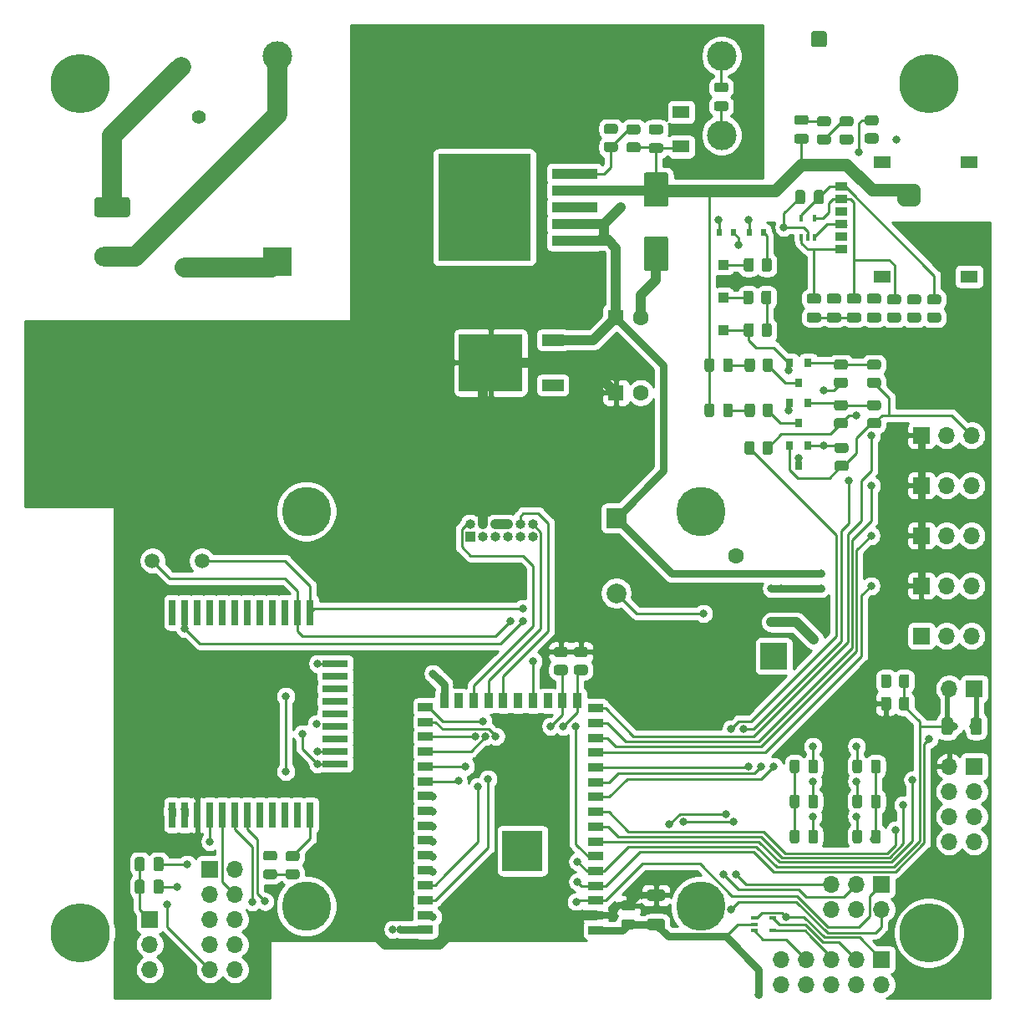
<source format=gtl>
%TF.GenerationSoftware,KiCad,Pcbnew,5.1.10-88a1d61d58~90~ubuntu20.04.1*%
%TF.CreationDate,2021-10-12T23:05:44+03:00*%
%TF.ProjectId,Schematic,53636865-6d61-4746-9963-2e6b69636164,rev?*%
%TF.SameCoordinates,Original*%
%TF.FileFunction,Copper,L1,Top*%
%TF.FilePolarity,Positive*%
%FSLAX46Y46*%
G04 Gerber Fmt 4.6, Leading zero omitted, Abs format (unit mm)*
G04 Created by KiCad (PCBNEW 5.1.10-88a1d61d58~90~ubuntu20.04.1) date 2021-10-12 23:05:44*
%MOMM*%
%LPD*%
G01*
G04 APERTURE LIST*
%TA.AperFunction,SMDPad,CuDef*%
%ADD10R,1.800000X1.300000*%
%TD*%
%TA.AperFunction,SMDPad,CuDef*%
%ADD11R,1.200000X0.900000*%
%TD*%
%TA.AperFunction,SMDPad,CuDef*%
%ADD12R,1.500000X0.900000*%
%TD*%
%TA.AperFunction,SMDPad,CuDef*%
%ADD13R,0.900000X1.500000*%
%TD*%
%TA.AperFunction,SMDPad,CuDef*%
%ADD14R,4.100000X4.100000*%
%TD*%
%TA.AperFunction,ComponentPad*%
%ADD15C,1.600000*%
%TD*%
%TA.AperFunction,ComponentPad*%
%ADD16R,1.600000X1.600000*%
%TD*%
%TA.AperFunction,ComponentPad*%
%ADD17R,3.000000X3.000000*%
%TD*%
%TA.AperFunction,ComponentPad*%
%ADD18C,3.000000*%
%TD*%
%TA.AperFunction,SMDPad,CuDef*%
%ADD19R,0.600000X0.700000*%
%TD*%
%TA.AperFunction,SMDPad,CuDef*%
%ADD20R,1.000000X1.000000*%
%TD*%
%TA.AperFunction,ComponentPad*%
%ADD21O,1.700000X1.700000*%
%TD*%
%TA.AperFunction,ComponentPad*%
%ADD22R,1.700000X1.700000*%
%TD*%
%TA.AperFunction,SMDPad,CuDef*%
%ADD23R,0.650000X0.400000*%
%TD*%
%TA.AperFunction,ComponentPad*%
%ADD24O,1.000000X1.000000*%
%TD*%
%TA.AperFunction,ComponentPad*%
%ADD25R,1.000000X1.000000*%
%TD*%
%TA.AperFunction,SMDPad,CuDef*%
%ADD26R,9.400000X10.800000*%
%TD*%
%TA.AperFunction,SMDPad,CuDef*%
%ADD27R,4.600000X1.100000*%
%TD*%
%TA.AperFunction,SMDPad,CuDef*%
%ADD28R,0.800000X0.900000*%
%TD*%
%TA.AperFunction,SMDPad,CuDef*%
%ADD29R,0.400000X0.650000*%
%TD*%
%TA.AperFunction,SMDPad,CuDef*%
%ADD30R,1.700000X1.300000*%
%TD*%
%TA.AperFunction,SMDPad,CuDef*%
%ADD31R,6.400000X5.800000*%
%TD*%
%TA.AperFunction,SMDPad,CuDef*%
%ADD32R,2.200000X1.200000*%
%TD*%
%TA.AperFunction,SMDPad,CuDef*%
%ADD33R,2.600000X0.700000*%
%TD*%
%TA.AperFunction,SMDPad,CuDef*%
%ADD34R,0.700000X2.600000*%
%TD*%
%TA.AperFunction,SMDPad,CuDef*%
%ADD35C,1.500000*%
%TD*%
%TA.AperFunction,ComponentPad*%
%ADD36C,1.800000*%
%TD*%
%TA.AperFunction,ComponentPad*%
%ADD37O,3.600000X2.000000*%
%TD*%
%TA.AperFunction,ComponentPad*%
%ADD38C,1.400000*%
%TD*%
%TA.AperFunction,ComponentPad*%
%ADD39C,2.000000*%
%TD*%
%TA.AperFunction,ComponentPad*%
%ADD40R,2.000000X2.000000*%
%TD*%
%TA.AperFunction,ComponentPad*%
%ADD41R,2.700000X2.700000*%
%TD*%
%TA.AperFunction,ViaPad*%
%ADD42C,6.000000*%
%TD*%
%TA.AperFunction,ViaPad*%
%ADD43C,5.000000*%
%TD*%
%TA.AperFunction,ViaPad*%
%ADD44C,0.800000*%
%TD*%
%TA.AperFunction,Conductor*%
%ADD45C,1.000000*%
%TD*%
%TA.AperFunction,Conductor*%
%ADD46C,0.250000*%
%TD*%
%TA.AperFunction,Conductor*%
%ADD47C,0.500000*%
%TD*%
%TA.AperFunction,Conductor*%
%ADD48C,0.750000*%
%TD*%
%TA.AperFunction,Conductor*%
%ADD49C,2.000000*%
%TD*%
%TA.AperFunction,Conductor*%
%ADD50C,0.700000*%
%TD*%
%TA.AperFunction,Conductor*%
%ADD51C,1.250000*%
%TD*%
%TA.AperFunction,Conductor*%
%ADD52C,0.254000*%
%TD*%
%TA.AperFunction,Conductor*%
%ADD53C,0.100000*%
%TD*%
G04 APERTURE END LIST*
D10*
X183986000Y-62992000D03*
X183986000Y-74592000D03*
X192786000Y-62992000D03*
D11*
X179830000Y-65452000D03*
X179830000Y-66722000D03*
X179830000Y-67992000D03*
X179830000Y-69262000D03*
X179830000Y-70532000D03*
X179830000Y-71802000D03*
D10*
X192786000Y-74592000D03*
D12*
X154929000Y-140807000D03*
X154929000Y-119807000D03*
X154929000Y-118307000D03*
D13*
X153054000Y-117557000D03*
X151554000Y-117557000D03*
X150054000Y-117557000D03*
X148554000Y-117557000D03*
X147054000Y-117557000D03*
X145554000Y-117557000D03*
X144054000Y-117557000D03*
X142554000Y-117557000D03*
D12*
X154929000Y-139307000D03*
X154929000Y-137807000D03*
X154929000Y-136307000D03*
X154929000Y-134807000D03*
X154929000Y-133307000D03*
X154929000Y-131807000D03*
X154929000Y-130307000D03*
X154929000Y-128807000D03*
X154929000Y-127307000D03*
X154929000Y-125807000D03*
X154929000Y-124307000D03*
X154929000Y-122807000D03*
X154929000Y-121307000D03*
X137679000Y-134707000D03*
X137679000Y-133207000D03*
X137679000Y-131707000D03*
X137679000Y-130207000D03*
X137679000Y-128707000D03*
X137679000Y-127207000D03*
X137679000Y-125707000D03*
X137679000Y-124207000D03*
X137679000Y-122707000D03*
X137679000Y-121207000D03*
X137679000Y-119707000D03*
X137679000Y-118207000D03*
D13*
X139554000Y-117557000D03*
X141054000Y-117557000D03*
D12*
X137679000Y-136207000D03*
X137679000Y-137807000D03*
X137679000Y-139307000D03*
X137679000Y-140707000D03*
D14*
X147494000Y-132767000D03*
D15*
X159472000Y-78740000D03*
D16*
X156972000Y-78740000D03*
D15*
X159472000Y-86360000D03*
D16*
X156972000Y-86360000D03*
D17*
X122688000Y-73064000D03*
D18*
X167688000Y-60264000D03*
X122688000Y-52264000D03*
X167688000Y-52264000D03*
%TA.AperFunction,SMDPad,CuDef*%
G36*
G01*
X160036000Y-70536000D02*
X162036000Y-70536000D01*
G75*
G02*
X162286000Y-70786000I0J-250000D01*
G01*
X162286000Y-73786000D01*
G75*
G02*
X162036000Y-74036000I-250000J0D01*
G01*
X160036000Y-74036000D01*
G75*
G02*
X159786000Y-73786000I0J250000D01*
G01*
X159786000Y-70786000D01*
G75*
G02*
X160036000Y-70536000I250000J0D01*
G01*
G37*
%TD.AperFunction*%
%TA.AperFunction,SMDPad,CuDef*%
G36*
G01*
X160036000Y-64036000D02*
X162036000Y-64036000D01*
G75*
G02*
X162286000Y-64286000I0J-250000D01*
G01*
X162286000Y-67286000D01*
G75*
G02*
X162036000Y-67536000I-250000J0D01*
G01*
X160036000Y-67536000D01*
G75*
G02*
X159786000Y-67286000I0J250000D01*
G01*
X159786000Y-64286000D01*
G75*
G02*
X160036000Y-64036000I250000J0D01*
G01*
G37*
%TD.AperFunction*%
%TA.AperFunction,SMDPad,CuDef*%
G36*
G01*
X176146000Y-66073000D02*
X176146000Y-67023000D01*
G75*
G02*
X175896000Y-67273000I-250000J0D01*
G01*
X175396000Y-67273000D01*
G75*
G02*
X175146000Y-67023000I0J250000D01*
G01*
X175146000Y-66073000D01*
G75*
G02*
X175396000Y-65823000I250000J0D01*
G01*
X175896000Y-65823000D01*
G75*
G02*
X176146000Y-66073000I0J-250000D01*
G01*
G37*
%TD.AperFunction*%
%TA.AperFunction,SMDPad,CuDef*%
G36*
G01*
X178046000Y-66073000D02*
X178046000Y-67023000D01*
G75*
G02*
X177796000Y-67273000I-250000J0D01*
G01*
X177296000Y-67273000D01*
G75*
G02*
X177046000Y-67023000I0J250000D01*
G01*
X177046000Y-66073000D01*
G75*
G02*
X177296000Y-65823000I250000J0D01*
G01*
X177796000Y-65823000D01*
G75*
G02*
X178046000Y-66073000I0J-250000D01*
G01*
G37*
%TD.AperFunction*%
D19*
X168848000Y-70104000D03*
X167448000Y-70104000D03*
X171896000Y-70104000D03*
X170496000Y-70104000D03*
D20*
X167894000Y-80010000D03*
X167894000Y-76708000D03*
X167894000Y-73406000D03*
D21*
X193012000Y-90678000D03*
X190472000Y-90678000D03*
D22*
X187932000Y-90678000D03*
D21*
X109728000Y-144780000D03*
X109728000Y-142240000D03*
D22*
X109728000Y-139700000D03*
D23*
X172908000Y-139558000D03*
X172908000Y-140858000D03*
X171008000Y-140208000D03*
X171008000Y-140858000D03*
X171008000Y-139558000D03*
D24*
X148528000Y-99664000D03*
X148528000Y-100934000D03*
X147258000Y-99664000D03*
X147258000Y-100934000D03*
X145988000Y-99664000D03*
X145988000Y-100934000D03*
X144718000Y-99664000D03*
X144718000Y-100934000D03*
X143448000Y-99664000D03*
X143448000Y-100934000D03*
X142178000Y-99664000D03*
D25*
X142178000Y-100934000D03*
D26*
X143625000Y-67564000D03*
D27*
X152775000Y-64164000D03*
X152775000Y-65864000D03*
X152775000Y-67564000D03*
X152775000Y-69264000D03*
X152775000Y-70964000D03*
%TA.AperFunction,SMDPad,CuDef*%
G36*
G01*
X171699500Y-77158001D02*
X171699500Y-76257999D01*
G75*
G02*
X171949499Y-76008000I249999J0D01*
G01*
X172474501Y-76008000D01*
G75*
G02*
X172724500Y-76257999I0J-249999D01*
G01*
X172724500Y-77158001D01*
G75*
G02*
X172474501Y-77408000I-249999J0D01*
G01*
X171949499Y-77408000D01*
G75*
G02*
X171699500Y-77158001I0J249999D01*
G01*
G37*
%TD.AperFunction*%
%TA.AperFunction,SMDPad,CuDef*%
G36*
G01*
X169874500Y-77158001D02*
X169874500Y-76257999D01*
G75*
G02*
X170124499Y-76008000I249999J0D01*
G01*
X170649501Y-76008000D01*
G75*
G02*
X170899500Y-76257999I0J-249999D01*
G01*
X170899500Y-77158001D01*
G75*
G02*
X170649501Y-77408000I-249999J0D01*
G01*
X170124499Y-77408000D01*
G75*
G02*
X169874500Y-77158001I0J249999D01*
G01*
G37*
%TD.AperFunction*%
%TA.AperFunction,SMDPad,CuDef*%
G36*
G01*
X171746500Y-73856001D02*
X171746500Y-72955999D01*
G75*
G02*
X171996499Y-72706000I249999J0D01*
G01*
X172521501Y-72706000D01*
G75*
G02*
X172771500Y-72955999I0J-249999D01*
G01*
X172771500Y-73856001D01*
G75*
G02*
X172521501Y-74106000I-249999J0D01*
G01*
X171996499Y-74106000D01*
G75*
G02*
X171746500Y-73856001I0J249999D01*
G01*
G37*
%TD.AperFunction*%
%TA.AperFunction,SMDPad,CuDef*%
G36*
G01*
X169921500Y-73856001D02*
X169921500Y-72955999D01*
G75*
G02*
X170171499Y-72706000I249999J0D01*
G01*
X170696501Y-72706000D01*
G75*
G02*
X170946500Y-72955999I0J-249999D01*
G01*
X170946500Y-73856001D01*
G75*
G02*
X170696501Y-74106000I-249999J0D01*
G01*
X170171499Y-74106000D01*
G75*
G02*
X169921500Y-73856001I0J249999D01*
G01*
G37*
%TD.AperFunction*%
%TA.AperFunction,SMDPad,CuDef*%
G36*
G01*
X180790001Y-59393500D02*
X179889999Y-59393500D01*
G75*
G02*
X179640000Y-59143501I0J249999D01*
G01*
X179640000Y-58618499D01*
G75*
G02*
X179889999Y-58368500I249999J0D01*
G01*
X180790001Y-58368500D01*
G75*
G02*
X181040000Y-58618499I0J-249999D01*
G01*
X181040000Y-59143501D01*
G75*
G02*
X180790001Y-59393500I-249999J0D01*
G01*
G37*
%TD.AperFunction*%
%TA.AperFunction,SMDPad,CuDef*%
G36*
G01*
X180790001Y-61218500D02*
X179889999Y-61218500D01*
G75*
G02*
X179640000Y-60968501I0J249999D01*
G01*
X179640000Y-60443499D01*
G75*
G02*
X179889999Y-60193500I249999J0D01*
G01*
X180790001Y-60193500D01*
G75*
G02*
X181040000Y-60443499I0J-249999D01*
G01*
X181040000Y-60968501D01*
G75*
G02*
X180790001Y-61218500I-249999J0D01*
G01*
G37*
%TD.AperFunction*%
%TA.AperFunction,SMDPad,CuDef*%
G36*
G01*
X183330001Y-59290000D02*
X182429999Y-59290000D01*
G75*
G02*
X182180000Y-59040001I0J249999D01*
G01*
X182180000Y-58514999D01*
G75*
G02*
X182429999Y-58265000I249999J0D01*
G01*
X183330001Y-58265000D01*
G75*
G02*
X183580000Y-58514999I0J-249999D01*
G01*
X183580000Y-59040001D01*
G75*
G02*
X183330001Y-59290000I-249999J0D01*
G01*
G37*
%TD.AperFunction*%
%TA.AperFunction,SMDPad,CuDef*%
G36*
G01*
X183330001Y-61115000D02*
X182429999Y-61115000D01*
G75*
G02*
X182180000Y-60865001I0J249999D01*
G01*
X182180000Y-60339999D01*
G75*
G02*
X182429999Y-60090000I249999J0D01*
G01*
X183330001Y-60090000D01*
G75*
G02*
X183580000Y-60339999I0J-249999D01*
G01*
X183580000Y-60865001D01*
G75*
G02*
X183330001Y-61115000I-249999J0D01*
G01*
G37*
%TD.AperFunction*%
%TA.AperFunction,SMDPad,CuDef*%
G36*
G01*
X170946500Y-79559999D02*
X170946500Y-80460001D01*
G75*
G02*
X170696501Y-80710000I-249999J0D01*
G01*
X170171499Y-80710000D01*
G75*
G02*
X169921500Y-80460001I0J249999D01*
G01*
X169921500Y-79559999D01*
G75*
G02*
X170171499Y-79310000I249999J0D01*
G01*
X170696501Y-79310000D01*
G75*
G02*
X170946500Y-79559999I0J-249999D01*
G01*
G37*
%TD.AperFunction*%
%TA.AperFunction,SMDPad,CuDef*%
G36*
G01*
X172771500Y-79559999D02*
X172771500Y-80460001D01*
G75*
G02*
X172521501Y-80710000I-249999J0D01*
G01*
X171996499Y-80710000D01*
G75*
G02*
X171746500Y-80460001I0J249999D01*
G01*
X171746500Y-79559999D01*
G75*
G02*
X171996499Y-79310000I249999J0D01*
G01*
X172521501Y-79310000D01*
G75*
G02*
X172771500Y-79559999I0J-249999D01*
G01*
G37*
%TD.AperFunction*%
%TA.AperFunction,SMDPad,CuDef*%
G36*
G01*
X178504001Y-59393500D02*
X177603999Y-59393500D01*
G75*
G02*
X177354000Y-59143501I0J249999D01*
G01*
X177354000Y-58618499D01*
G75*
G02*
X177603999Y-58368500I249999J0D01*
G01*
X178504001Y-58368500D01*
G75*
G02*
X178754000Y-58618499I0J-249999D01*
G01*
X178754000Y-59143501D01*
G75*
G02*
X178504001Y-59393500I-249999J0D01*
G01*
G37*
%TD.AperFunction*%
%TA.AperFunction,SMDPad,CuDef*%
G36*
G01*
X178504001Y-61218500D02*
X177603999Y-61218500D01*
G75*
G02*
X177354000Y-60968501I0J249999D01*
G01*
X177354000Y-60443499D01*
G75*
G02*
X177603999Y-60193500I249999J0D01*
G01*
X178504001Y-60193500D01*
G75*
G02*
X178754000Y-60443499I0J-249999D01*
G01*
X178754000Y-60968501D01*
G75*
G02*
X178504001Y-61218500I-249999J0D01*
G01*
G37*
%TD.AperFunction*%
%TA.AperFunction,SMDPad,CuDef*%
G36*
G01*
X189680001Y-77427500D02*
X188779999Y-77427500D01*
G75*
G02*
X188530000Y-77177501I0J249999D01*
G01*
X188530000Y-76652499D01*
G75*
G02*
X188779999Y-76402500I249999J0D01*
G01*
X189680001Y-76402500D01*
G75*
G02*
X189930000Y-76652499I0J-249999D01*
G01*
X189930000Y-77177501D01*
G75*
G02*
X189680001Y-77427500I-249999J0D01*
G01*
G37*
%TD.AperFunction*%
%TA.AperFunction,SMDPad,CuDef*%
G36*
G01*
X189680001Y-79252500D02*
X188779999Y-79252500D01*
G75*
G02*
X188530000Y-79002501I0J249999D01*
G01*
X188530000Y-78477499D01*
G75*
G02*
X188779999Y-78227500I249999J0D01*
G01*
X189680001Y-78227500D01*
G75*
G02*
X189930000Y-78477499I0J-249999D01*
G01*
X189930000Y-79002501D01*
G75*
G02*
X189680001Y-79252500I-249999J0D01*
G01*
G37*
%TD.AperFunction*%
%TA.AperFunction,SMDPad,CuDef*%
G36*
G01*
X185616001Y-77427500D02*
X184715999Y-77427500D01*
G75*
G02*
X184466000Y-77177501I0J249999D01*
G01*
X184466000Y-76652499D01*
G75*
G02*
X184715999Y-76402500I249999J0D01*
G01*
X185616001Y-76402500D01*
G75*
G02*
X185866000Y-76652499I0J-249999D01*
G01*
X185866000Y-77177501D01*
G75*
G02*
X185616001Y-77427500I-249999J0D01*
G01*
G37*
%TD.AperFunction*%
%TA.AperFunction,SMDPad,CuDef*%
G36*
G01*
X185616001Y-79252500D02*
X184715999Y-79252500D01*
G75*
G02*
X184466000Y-79002501I0J249999D01*
G01*
X184466000Y-78477499D01*
G75*
G02*
X184715999Y-78227500I249999J0D01*
G01*
X185616001Y-78227500D01*
G75*
G02*
X185866000Y-78477499I0J-249999D01*
G01*
X185866000Y-79002501D01*
G75*
G02*
X185616001Y-79252500I-249999J0D01*
G01*
G37*
%TD.AperFunction*%
%TA.AperFunction,SMDPad,CuDef*%
G36*
G01*
X187648001Y-77427500D02*
X186747999Y-77427500D01*
G75*
G02*
X186498000Y-77177501I0J249999D01*
G01*
X186498000Y-76652499D01*
G75*
G02*
X186747999Y-76402500I249999J0D01*
G01*
X187648001Y-76402500D01*
G75*
G02*
X187898000Y-76652499I0J-249999D01*
G01*
X187898000Y-77177501D01*
G75*
G02*
X187648001Y-77427500I-249999J0D01*
G01*
G37*
%TD.AperFunction*%
%TA.AperFunction,SMDPad,CuDef*%
G36*
G01*
X187648001Y-79252500D02*
X186747999Y-79252500D01*
G75*
G02*
X186498000Y-79002501I0J249999D01*
G01*
X186498000Y-78477499D01*
G75*
G02*
X186747999Y-78227500I249999J0D01*
G01*
X187648001Y-78227500D01*
G75*
G02*
X187898000Y-78477499I0J-249999D01*
G01*
X187898000Y-79002501D01*
G75*
G02*
X187648001Y-79252500I-249999J0D01*
G01*
G37*
%TD.AperFunction*%
%TA.AperFunction,SMDPad,CuDef*%
G36*
G01*
X171050000Y-83115999D02*
X171050000Y-84016001D01*
G75*
G02*
X170800001Y-84266000I-249999J0D01*
G01*
X170274999Y-84266000D01*
G75*
G02*
X170025000Y-84016001I0J249999D01*
G01*
X170025000Y-83115999D01*
G75*
G02*
X170274999Y-82866000I249999J0D01*
G01*
X170800001Y-82866000D01*
G75*
G02*
X171050000Y-83115999I0J-249999D01*
G01*
G37*
%TD.AperFunction*%
%TA.AperFunction,SMDPad,CuDef*%
G36*
G01*
X172875000Y-83115999D02*
X172875000Y-84016001D01*
G75*
G02*
X172625001Y-84266000I-249999J0D01*
G01*
X172099999Y-84266000D01*
G75*
G02*
X171850000Y-84016001I0J249999D01*
G01*
X171850000Y-83115999D01*
G75*
G02*
X172099999Y-82866000I249999J0D01*
G01*
X172625001Y-82866000D01*
G75*
G02*
X172875000Y-83115999I0J-249999D01*
G01*
G37*
%TD.AperFunction*%
%TA.AperFunction,SMDPad,CuDef*%
G36*
G01*
X182683999Y-84831500D02*
X183584001Y-84831500D01*
G75*
G02*
X183834000Y-85081499I0J-249999D01*
G01*
X183834000Y-85606501D01*
G75*
G02*
X183584001Y-85856500I-249999J0D01*
G01*
X182683999Y-85856500D01*
G75*
G02*
X182434000Y-85606501I0J249999D01*
G01*
X182434000Y-85081499D01*
G75*
G02*
X182683999Y-84831500I249999J0D01*
G01*
G37*
%TD.AperFunction*%
%TA.AperFunction,SMDPad,CuDef*%
G36*
G01*
X182683999Y-83006500D02*
X183584001Y-83006500D01*
G75*
G02*
X183834000Y-83256499I0J-249999D01*
G01*
X183834000Y-83781501D01*
G75*
G02*
X183584001Y-84031500I-249999J0D01*
G01*
X182683999Y-84031500D01*
G75*
G02*
X182434000Y-83781501I0J249999D01*
G01*
X182434000Y-83256499D01*
G75*
G02*
X182683999Y-83006500I249999J0D01*
G01*
G37*
%TD.AperFunction*%
%TA.AperFunction,SMDPad,CuDef*%
G36*
G01*
X179318499Y-84831500D02*
X180218501Y-84831500D01*
G75*
G02*
X180468500Y-85081499I0J-249999D01*
G01*
X180468500Y-85606501D01*
G75*
G02*
X180218501Y-85856500I-249999J0D01*
G01*
X179318499Y-85856500D01*
G75*
G02*
X179068500Y-85606501I0J249999D01*
G01*
X179068500Y-85081499D01*
G75*
G02*
X179318499Y-84831500I249999J0D01*
G01*
G37*
%TD.AperFunction*%
%TA.AperFunction,SMDPad,CuDef*%
G36*
G01*
X179318499Y-83006500D02*
X180218501Y-83006500D01*
G75*
G02*
X180468500Y-83256499I0J-249999D01*
G01*
X180468500Y-83781501D01*
G75*
G02*
X180218501Y-84031500I-249999J0D01*
G01*
X179318499Y-84031500D01*
G75*
G02*
X179068500Y-83781501I0J249999D01*
G01*
X179068500Y-83256499D01*
G75*
G02*
X179318499Y-83006500I249999J0D01*
G01*
G37*
%TD.AperFunction*%
%TA.AperFunction,SMDPad,CuDef*%
G36*
G01*
X171050000Y-87687999D02*
X171050000Y-88588001D01*
G75*
G02*
X170800001Y-88838000I-249999J0D01*
G01*
X170274999Y-88838000D01*
G75*
G02*
X170025000Y-88588001I0J249999D01*
G01*
X170025000Y-87687999D01*
G75*
G02*
X170274999Y-87438000I249999J0D01*
G01*
X170800001Y-87438000D01*
G75*
G02*
X171050000Y-87687999I0J-249999D01*
G01*
G37*
%TD.AperFunction*%
%TA.AperFunction,SMDPad,CuDef*%
G36*
G01*
X172875000Y-87687999D02*
X172875000Y-88588001D01*
G75*
G02*
X172625001Y-88838000I-249999J0D01*
G01*
X172099999Y-88838000D01*
G75*
G02*
X171850000Y-88588001I0J249999D01*
G01*
X171850000Y-87687999D01*
G75*
G02*
X172099999Y-87438000I249999J0D01*
G01*
X172625001Y-87438000D01*
G75*
G02*
X172875000Y-87687999I0J-249999D01*
G01*
G37*
%TD.AperFunction*%
%TA.AperFunction,SMDPad,CuDef*%
G36*
G01*
X182683999Y-88942500D02*
X183584001Y-88942500D01*
G75*
G02*
X183834000Y-89192499I0J-249999D01*
G01*
X183834000Y-89717501D01*
G75*
G02*
X183584001Y-89967500I-249999J0D01*
G01*
X182683999Y-89967500D01*
G75*
G02*
X182434000Y-89717501I0J249999D01*
G01*
X182434000Y-89192499D01*
G75*
G02*
X182683999Y-88942500I249999J0D01*
G01*
G37*
%TD.AperFunction*%
%TA.AperFunction,SMDPad,CuDef*%
G36*
G01*
X182683999Y-87117500D02*
X183584001Y-87117500D01*
G75*
G02*
X183834000Y-87367499I0J-249999D01*
G01*
X183834000Y-87892501D01*
G75*
G02*
X183584001Y-88142500I-249999J0D01*
G01*
X182683999Y-88142500D01*
G75*
G02*
X182434000Y-87892501I0J249999D01*
G01*
X182434000Y-87367499D01*
G75*
G02*
X182683999Y-87117500I249999J0D01*
G01*
G37*
%TD.AperFunction*%
%TA.AperFunction,SMDPad,CuDef*%
G36*
G01*
X179381999Y-93260500D02*
X180282001Y-93260500D01*
G75*
G02*
X180532000Y-93510499I0J-249999D01*
G01*
X180532000Y-94035501D01*
G75*
G02*
X180282001Y-94285500I-249999J0D01*
G01*
X179381999Y-94285500D01*
G75*
G02*
X179132000Y-94035501I0J249999D01*
G01*
X179132000Y-93510499D01*
G75*
G02*
X179381999Y-93260500I249999J0D01*
G01*
G37*
%TD.AperFunction*%
%TA.AperFunction,SMDPad,CuDef*%
G36*
G01*
X179381999Y-91435500D02*
X180282001Y-91435500D01*
G75*
G02*
X180532000Y-91685499I0J-249999D01*
G01*
X180532000Y-92210501D01*
G75*
G02*
X180282001Y-92460500I-249999J0D01*
G01*
X179381999Y-92460500D01*
G75*
G02*
X179132000Y-92210501I0J249999D01*
G01*
X179132000Y-91685499D01*
G75*
G02*
X179381999Y-91435500I249999J0D01*
G01*
G37*
%TD.AperFunction*%
%TA.AperFunction,SMDPad,CuDef*%
G36*
G01*
X179318499Y-88942500D02*
X180218501Y-88942500D01*
G75*
G02*
X180468500Y-89192499I0J-249999D01*
G01*
X180468500Y-89717501D01*
G75*
G02*
X180218501Y-89967500I-249999J0D01*
G01*
X179318499Y-89967500D01*
G75*
G02*
X179068500Y-89717501I0J249999D01*
G01*
X179068500Y-89192499D01*
G75*
G02*
X179318499Y-88942500I249999J0D01*
G01*
G37*
%TD.AperFunction*%
%TA.AperFunction,SMDPad,CuDef*%
G36*
G01*
X179318499Y-87117500D02*
X180218501Y-87117500D01*
G75*
G02*
X180468500Y-87367499I0J-249999D01*
G01*
X180468500Y-87892501D01*
G75*
G02*
X180218501Y-88142500I-249999J0D01*
G01*
X179318499Y-88142500D01*
G75*
G02*
X179068500Y-87892501I0J249999D01*
G01*
X179068500Y-87367499D01*
G75*
G02*
X179318499Y-87117500I249999J0D01*
G01*
G37*
%TD.AperFunction*%
%TA.AperFunction,SMDPad,CuDef*%
G36*
G01*
X171826500Y-92398001D02*
X171826500Y-91497999D01*
G75*
G02*
X172076499Y-91248000I249999J0D01*
G01*
X172601501Y-91248000D01*
G75*
G02*
X172851500Y-91497999I0J-249999D01*
G01*
X172851500Y-92398001D01*
G75*
G02*
X172601501Y-92648000I-249999J0D01*
G01*
X172076499Y-92648000D01*
G75*
G02*
X171826500Y-92398001I0J249999D01*
G01*
G37*
%TD.AperFunction*%
%TA.AperFunction,SMDPad,CuDef*%
G36*
G01*
X170001500Y-92398001D02*
X170001500Y-91497999D01*
G75*
G02*
X170251499Y-91248000I249999J0D01*
G01*
X170776501Y-91248000D01*
G75*
G02*
X171026500Y-91497999I0J-249999D01*
G01*
X171026500Y-92398001D01*
G75*
G02*
X170776501Y-92648000I-249999J0D01*
G01*
X170251499Y-92648000D01*
G75*
G02*
X170001500Y-92398001I0J249999D01*
G01*
G37*
%TD.AperFunction*%
%TA.AperFunction,SMDPad,CuDef*%
G36*
G01*
X156013999Y-60955500D02*
X156914001Y-60955500D01*
G75*
G02*
X157164000Y-61205499I0J-249999D01*
G01*
X157164000Y-61730501D01*
G75*
G02*
X156914001Y-61980500I-249999J0D01*
G01*
X156013999Y-61980500D01*
G75*
G02*
X155764000Y-61730501I0J249999D01*
G01*
X155764000Y-61205499D01*
G75*
G02*
X156013999Y-60955500I249999J0D01*
G01*
G37*
%TD.AperFunction*%
%TA.AperFunction,SMDPad,CuDef*%
G36*
G01*
X156013999Y-59130500D02*
X156914001Y-59130500D01*
G75*
G02*
X157164000Y-59380499I0J-249999D01*
G01*
X157164000Y-59905501D01*
G75*
G02*
X156914001Y-60155500I-249999J0D01*
G01*
X156013999Y-60155500D01*
G75*
G02*
X155764000Y-59905501I0J249999D01*
G01*
X155764000Y-59380499D01*
G75*
G02*
X156013999Y-59130500I249999J0D01*
G01*
G37*
%TD.AperFunction*%
%TA.AperFunction,SMDPad,CuDef*%
G36*
G01*
X158299999Y-61002500D02*
X159200001Y-61002500D01*
G75*
G02*
X159450000Y-61252499I0J-249999D01*
G01*
X159450000Y-61777501D01*
G75*
G02*
X159200001Y-62027500I-249999J0D01*
G01*
X158299999Y-62027500D01*
G75*
G02*
X158050000Y-61777501I0J249999D01*
G01*
X158050000Y-61252499D01*
G75*
G02*
X158299999Y-61002500I249999J0D01*
G01*
G37*
%TD.AperFunction*%
%TA.AperFunction,SMDPad,CuDef*%
G36*
G01*
X158299999Y-59177500D02*
X159200001Y-59177500D01*
G75*
G02*
X159450000Y-59427499I0J-249999D01*
G01*
X159450000Y-59952501D01*
G75*
G02*
X159200001Y-60202500I-249999J0D01*
G01*
X158299999Y-60202500D01*
G75*
G02*
X158050000Y-59952501I0J249999D01*
G01*
X158050000Y-59427499D01*
G75*
G02*
X158299999Y-59177500I249999J0D01*
G01*
G37*
%TD.AperFunction*%
D28*
X175514000Y-85328000D03*
X174564000Y-83328000D03*
X176464000Y-83328000D03*
X175514000Y-89392000D03*
X174564000Y-87392000D03*
X176464000Y-87392000D03*
X175514000Y-93710000D03*
X174564000Y-91710000D03*
X176464000Y-91710000D03*
D29*
X175768000Y-68712000D03*
X177068000Y-68712000D03*
X176418000Y-70612000D03*
X177068000Y-70612000D03*
X175768000Y-70612000D03*
%TA.AperFunction,SMDPad,CuDef*%
G36*
G01*
X166936000Y-83109750D02*
X166936000Y-84022250D01*
G75*
G02*
X166692250Y-84266000I-243750J0D01*
G01*
X166204750Y-84266000D01*
G75*
G02*
X165961000Y-84022250I0J243750D01*
G01*
X165961000Y-83109750D01*
G75*
G02*
X166204750Y-82866000I243750J0D01*
G01*
X166692250Y-82866000D01*
G75*
G02*
X166936000Y-83109750I0J-243750D01*
G01*
G37*
%TD.AperFunction*%
%TA.AperFunction,SMDPad,CuDef*%
G36*
G01*
X168811000Y-83109750D02*
X168811000Y-84022250D01*
G75*
G02*
X168567250Y-84266000I-243750J0D01*
G01*
X168079750Y-84266000D01*
G75*
G02*
X167836000Y-84022250I0J243750D01*
G01*
X167836000Y-83109750D01*
G75*
G02*
X168079750Y-82866000I243750J0D01*
G01*
X168567250Y-82866000D01*
G75*
G02*
X168811000Y-83109750I0J-243750D01*
G01*
G37*
%TD.AperFunction*%
%TA.AperFunction,SMDPad,CuDef*%
G36*
G01*
X166936000Y-87681750D02*
X166936000Y-88594250D01*
G75*
G02*
X166692250Y-88838000I-243750J0D01*
G01*
X166204750Y-88838000D01*
G75*
G02*
X165961000Y-88594250I0J243750D01*
G01*
X165961000Y-87681750D01*
G75*
G02*
X166204750Y-87438000I243750J0D01*
G01*
X166692250Y-87438000D01*
G75*
G02*
X166936000Y-87681750I0J-243750D01*
G01*
G37*
%TD.AperFunction*%
%TA.AperFunction,SMDPad,CuDef*%
G36*
G01*
X168811000Y-87681750D02*
X168811000Y-88594250D01*
G75*
G02*
X168567250Y-88838000I-243750J0D01*
G01*
X168079750Y-88838000D01*
G75*
G02*
X167836000Y-88594250I0J243750D01*
G01*
X167836000Y-87681750D01*
G75*
G02*
X168079750Y-87438000I243750J0D01*
G01*
X168567250Y-87438000D01*
G75*
G02*
X168811000Y-87681750I0J-243750D01*
G01*
G37*
%TD.AperFunction*%
D30*
X163576000Y-57940000D03*
X163576000Y-61440000D03*
%TA.AperFunction,SMDPad,CuDef*%
G36*
G01*
X176243000Y-59240000D02*
X175293000Y-59240000D01*
G75*
G02*
X175043000Y-58990000I0J250000D01*
G01*
X175043000Y-58490000D01*
G75*
G02*
X175293000Y-58240000I250000J0D01*
G01*
X176243000Y-58240000D01*
G75*
G02*
X176493000Y-58490000I0J-250000D01*
G01*
X176493000Y-58990000D01*
G75*
G02*
X176243000Y-59240000I-250000J0D01*
G01*
G37*
%TD.AperFunction*%
%TA.AperFunction,SMDPad,CuDef*%
G36*
G01*
X176243000Y-61140000D02*
X175293000Y-61140000D01*
G75*
G02*
X175043000Y-60890000I0J250000D01*
G01*
X175043000Y-60390000D01*
G75*
G02*
X175293000Y-60140000I250000J0D01*
G01*
X176243000Y-60140000D01*
G75*
G02*
X176493000Y-60390000I0J-250000D01*
G01*
X176493000Y-60890000D01*
G75*
G02*
X176243000Y-61140000I-250000J0D01*
G01*
G37*
%TD.AperFunction*%
%TA.AperFunction,SMDPad,CuDef*%
G36*
G01*
X182659000Y-78240000D02*
X183609000Y-78240000D01*
G75*
G02*
X183859000Y-78490000I0J-250000D01*
G01*
X183859000Y-78990000D01*
G75*
G02*
X183609000Y-79240000I-250000J0D01*
G01*
X182659000Y-79240000D01*
G75*
G02*
X182409000Y-78990000I0J250000D01*
G01*
X182409000Y-78490000D01*
G75*
G02*
X182659000Y-78240000I250000J0D01*
G01*
G37*
%TD.AperFunction*%
%TA.AperFunction,SMDPad,CuDef*%
G36*
G01*
X182659000Y-76340000D02*
X183609000Y-76340000D01*
G75*
G02*
X183859000Y-76590000I0J-250000D01*
G01*
X183859000Y-77090000D01*
G75*
G02*
X183609000Y-77340000I-250000J0D01*
G01*
X182659000Y-77340000D01*
G75*
G02*
X182409000Y-77090000I0J250000D01*
G01*
X182409000Y-76590000D01*
G75*
G02*
X182659000Y-76340000I250000J0D01*
G01*
G37*
%TD.AperFunction*%
%TA.AperFunction,SMDPad,CuDef*%
G36*
G01*
X180627000Y-78240000D02*
X181577000Y-78240000D01*
G75*
G02*
X181827000Y-78490000I0J-250000D01*
G01*
X181827000Y-78990000D01*
G75*
G02*
X181577000Y-79240000I-250000J0D01*
G01*
X180627000Y-79240000D01*
G75*
G02*
X180377000Y-78990000I0J250000D01*
G01*
X180377000Y-78490000D01*
G75*
G02*
X180627000Y-78240000I250000J0D01*
G01*
G37*
%TD.AperFunction*%
%TA.AperFunction,SMDPad,CuDef*%
G36*
G01*
X180627000Y-76340000D02*
X181577000Y-76340000D01*
G75*
G02*
X181827000Y-76590000I0J-250000D01*
G01*
X181827000Y-77090000D01*
G75*
G02*
X181577000Y-77340000I-250000J0D01*
G01*
X180627000Y-77340000D01*
G75*
G02*
X180377000Y-77090000I0J250000D01*
G01*
X180377000Y-76590000D01*
G75*
G02*
X180627000Y-76340000I250000J0D01*
G01*
G37*
%TD.AperFunction*%
%TA.AperFunction,SMDPad,CuDef*%
G36*
G01*
X178595000Y-78240000D02*
X179545000Y-78240000D01*
G75*
G02*
X179795000Y-78490000I0J-250000D01*
G01*
X179795000Y-78990000D01*
G75*
G02*
X179545000Y-79240000I-250000J0D01*
G01*
X178595000Y-79240000D01*
G75*
G02*
X178345000Y-78990000I0J250000D01*
G01*
X178345000Y-78490000D01*
G75*
G02*
X178595000Y-78240000I250000J0D01*
G01*
G37*
%TD.AperFunction*%
%TA.AperFunction,SMDPad,CuDef*%
G36*
G01*
X178595000Y-76340000D02*
X179545000Y-76340000D01*
G75*
G02*
X179795000Y-76590000I0J-250000D01*
G01*
X179795000Y-77090000D01*
G75*
G02*
X179545000Y-77340000I-250000J0D01*
G01*
X178595000Y-77340000D01*
G75*
G02*
X178345000Y-77090000I0J250000D01*
G01*
X178345000Y-76590000D01*
G75*
G02*
X178595000Y-76340000I250000J0D01*
G01*
G37*
%TD.AperFunction*%
%TA.AperFunction,SMDPad,CuDef*%
G36*
G01*
X176563000Y-78240000D02*
X177513000Y-78240000D01*
G75*
G02*
X177763000Y-78490000I0J-250000D01*
G01*
X177763000Y-78990000D01*
G75*
G02*
X177513000Y-79240000I-250000J0D01*
G01*
X176563000Y-79240000D01*
G75*
G02*
X176313000Y-78990000I0J250000D01*
G01*
X176313000Y-78490000D01*
G75*
G02*
X176563000Y-78240000I250000J0D01*
G01*
G37*
%TD.AperFunction*%
%TA.AperFunction,SMDPad,CuDef*%
G36*
G01*
X176563000Y-76340000D02*
X177513000Y-76340000D01*
G75*
G02*
X177763000Y-76590000I0J-250000D01*
G01*
X177763000Y-77090000D01*
G75*
G02*
X177513000Y-77340000I-250000J0D01*
G01*
X176563000Y-77340000D01*
G75*
G02*
X176313000Y-77090000I0J250000D01*
G01*
X176313000Y-76590000D01*
G75*
G02*
X176563000Y-76340000I250000J0D01*
G01*
G37*
%TD.AperFunction*%
%TA.AperFunction,SMDPad,CuDef*%
G36*
G01*
X161511000Y-60190000D02*
X160561000Y-60190000D01*
G75*
G02*
X160311000Y-59940000I0J250000D01*
G01*
X160311000Y-59440000D01*
G75*
G02*
X160561000Y-59190000I250000J0D01*
G01*
X161511000Y-59190000D01*
G75*
G02*
X161761000Y-59440000I0J-250000D01*
G01*
X161761000Y-59940000D01*
G75*
G02*
X161511000Y-60190000I-250000J0D01*
G01*
G37*
%TD.AperFunction*%
%TA.AperFunction,SMDPad,CuDef*%
G36*
G01*
X161511000Y-62090000D02*
X160561000Y-62090000D01*
G75*
G02*
X160311000Y-61840000I0J250000D01*
G01*
X160311000Y-61340000D01*
G75*
G02*
X160561000Y-61090000I250000J0D01*
G01*
X161511000Y-61090000D01*
G75*
G02*
X161761000Y-61340000I0J-250000D01*
G01*
X161761000Y-61840000D01*
G75*
G02*
X161511000Y-62090000I-250000J0D01*
G01*
G37*
%TD.AperFunction*%
%TA.AperFunction,SMDPad,CuDef*%
G36*
G01*
X168115000Y-55938000D02*
X167165000Y-55938000D01*
G75*
G02*
X166915000Y-55688000I0J250000D01*
G01*
X166915000Y-55188000D01*
G75*
G02*
X167165000Y-54938000I250000J0D01*
G01*
X168115000Y-54938000D01*
G75*
G02*
X168365000Y-55188000I0J-250000D01*
G01*
X168365000Y-55688000D01*
G75*
G02*
X168115000Y-55938000I-250000J0D01*
G01*
G37*
%TD.AperFunction*%
%TA.AperFunction,SMDPad,CuDef*%
G36*
G01*
X168115000Y-57838000D02*
X167165000Y-57838000D01*
G75*
G02*
X166915000Y-57588000I0J250000D01*
G01*
X166915000Y-57088000D01*
G75*
G02*
X167165000Y-56838000I250000J0D01*
G01*
X168115000Y-56838000D01*
G75*
G02*
X168365000Y-57088000I0J-250000D01*
G01*
X168365000Y-57588000D01*
G75*
G02*
X168115000Y-57838000I-250000J0D01*
G01*
G37*
%TD.AperFunction*%
%TA.AperFunction,ComponentPad*%
G36*
G01*
X178096000Y-51346000D02*
X176996000Y-51346000D01*
G75*
G02*
X176746000Y-51096000I0J250000D01*
G01*
X176746000Y-49996000D01*
G75*
G02*
X176996000Y-49746000I250000J0D01*
G01*
X178096000Y-49746000D01*
G75*
G02*
X178346000Y-49996000I0J-250000D01*
G01*
X178346000Y-51096000D01*
G75*
G02*
X178096000Y-51346000I-250000J0D01*
G01*
G37*
%TD.AperFunction*%
%TA.AperFunction,SMDPad,CuDef*%
G36*
G01*
X160385999Y-139633000D02*
X161686001Y-139633000D01*
G75*
G02*
X161936000Y-139882999I0J-249999D01*
G01*
X161936000Y-140533001D01*
G75*
G02*
X161686001Y-140783000I-249999J0D01*
G01*
X160385999Y-140783000D01*
G75*
G02*
X160136000Y-140533001I0J249999D01*
G01*
X160136000Y-139882999D01*
G75*
G02*
X160385999Y-139633000I249999J0D01*
G01*
G37*
%TD.AperFunction*%
%TA.AperFunction,SMDPad,CuDef*%
G36*
G01*
X160385999Y-136683000D02*
X161686001Y-136683000D01*
G75*
G02*
X161936000Y-136932999I0J-249999D01*
G01*
X161936000Y-137583001D01*
G75*
G02*
X161686001Y-137833000I-249999J0D01*
G01*
X160385999Y-137833000D01*
G75*
G02*
X160136000Y-137583001I0J249999D01*
G01*
X160136000Y-136932999D01*
G75*
G02*
X160385999Y-136683000I249999J0D01*
G01*
G37*
%TD.AperFunction*%
D31*
X144272000Y-83312000D03*
D32*
X150572000Y-81032000D03*
X150572000Y-85592000D03*
D33*
X128524000Y-123952000D03*
X128524000Y-122682000D03*
X128524000Y-121412000D03*
X128524000Y-120142000D03*
X128524000Y-113792000D03*
X128524000Y-115062000D03*
X128524000Y-116332000D03*
X128524000Y-117602000D03*
D34*
X112014000Y-108622000D03*
X113284000Y-108622000D03*
X114554000Y-108622000D03*
X115824000Y-108622000D03*
X117094000Y-108622000D03*
X118364000Y-108622000D03*
X119634000Y-108622000D03*
X120904000Y-108622000D03*
X122174000Y-108622000D03*
X123444000Y-108622000D03*
X124714000Y-108622000D03*
X112014000Y-129122000D03*
X113284000Y-129122000D03*
X114554000Y-129122000D03*
X115824000Y-129122000D03*
X117094000Y-129122000D03*
X118364000Y-129122000D03*
X119634000Y-129122000D03*
X120904000Y-129122000D03*
X122174000Y-129122000D03*
X123444000Y-129122000D03*
X124714000Y-129122000D03*
D33*
X128524000Y-118872000D03*
D34*
X125984000Y-108622000D03*
X125984000Y-129122000D03*
D35*
X110000000Y-103378000D03*
X115000000Y-103378000D03*
D36*
X114684000Y-66160000D03*
X113284000Y-73660000D03*
%TA.AperFunction,SMDPad,CuDef*%
G36*
G01*
X153866001Y-113138000D02*
X152965999Y-113138000D01*
G75*
G02*
X152716000Y-112888001I0J249999D01*
G01*
X152716000Y-112362999D01*
G75*
G02*
X152965999Y-112113000I249999J0D01*
G01*
X153866001Y-112113000D01*
G75*
G02*
X154116000Y-112362999I0J-249999D01*
G01*
X154116000Y-112888001D01*
G75*
G02*
X153866001Y-113138000I-249999J0D01*
G01*
G37*
%TD.AperFunction*%
%TA.AperFunction,SMDPad,CuDef*%
G36*
G01*
X153866001Y-114963000D02*
X152965999Y-114963000D01*
G75*
G02*
X152716000Y-114713001I0J249999D01*
G01*
X152716000Y-114187999D01*
G75*
G02*
X152965999Y-113938000I249999J0D01*
G01*
X153866001Y-113938000D01*
G75*
G02*
X154116000Y-114187999I0J-249999D01*
G01*
X154116000Y-114713001D01*
G75*
G02*
X153866001Y-114963000I-249999J0D01*
G01*
G37*
%TD.AperFunction*%
%TA.AperFunction,SMDPad,CuDef*%
G36*
G01*
X151834001Y-113138000D02*
X150933999Y-113138000D01*
G75*
G02*
X150684000Y-112888001I0J249999D01*
G01*
X150684000Y-112362999D01*
G75*
G02*
X150933999Y-112113000I249999J0D01*
G01*
X151834001Y-112113000D01*
G75*
G02*
X152084000Y-112362999I0J-249999D01*
G01*
X152084000Y-112888001D01*
G75*
G02*
X151834001Y-113138000I-249999J0D01*
G01*
G37*
%TD.AperFunction*%
%TA.AperFunction,SMDPad,CuDef*%
G36*
G01*
X151834001Y-114963000D02*
X150933999Y-114963000D01*
G75*
G02*
X150684000Y-114713001I0J249999D01*
G01*
X150684000Y-114187999D01*
G75*
G02*
X150933999Y-113938000I249999J0D01*
G01*
X151834001Y-113938000D01*
G75*
G02*
X152084000Y-114187999I0J-249999D01*
G01*
X152084000Y-114713001D01*
G75*
G02*
X151834001Y-114963000I-249999J0D01*
G01*
G37*
%TD.AperFunction*%
%TA.AperFunction,SMDPad,CuDef*%
G36*
G01*
X184869500Y-115119999D02*
X184869500Y-116020001D01*
G75*
G02*
X184619501Y-116270000I-249999J0D01*
G01*
X184094499Y-116270000D01*
G75*
G02*
X183844500Y-116020001I0J249999D01*
G01*
X183844500Y-115119999D01*
G75*
G02*
X184094499Y-114870000I249999J0D01*
G01*
X184619501Y-114870000D01*
G75*
G02*
X184869500Y-115119999I0J-249999D01*
G01*
G37*
%TD.AperFunction*%
%TA.AperFunction,SMDPad,CuDef*%
G36*
G01*
X186694500Y-115119999D02*
X186694500Y-116020001D01*
G75*
G02*
X186444501Y-116270000I-249999J0D01*
G01*
X185919499Y-116270000D01*
G75*
G02*
X185669500Y-116020001I0J249999D01*
G01*
X185669500Y-115119999D01*
G75*
G02*
X185919499Y-114870000I249999J0D01*
G01*
X186444501Y-114870000D01*
G75*
G02*
X186694500Y-115119999I0J-249999D01*
G01*
G37*
%TD.AperFunction*%
%TA.AperFunction,SMDPad,CuDef*%
G36*
G01*
X185669500Y-118306001D02*
X185669500Y-117405999D01*
G75*
G02*
X185919499Y-117156000I249999J0D01*
G01*
X186444501Y-117156000D01*
G75*
G02*
X186694500Y-117405999I0J-249999D01*
G01*
X186694500Y-118306001D01*
G75*
G02*
X186444501Y-118556000I-249999J0D01*
G01*
X185919499Y-118556000D01*
G75*
G02*
X185669500Y-118306001I0J249999D01*
G01*
G37*
%TD.AperFunction*%
%TA.AperFunction,SMDPad,CuDef*%
G36*
G01*
X183844500Y-118306001D02*
X183844500Y-117405999D01*
G75*
G02*
X184094499Y-117156000I249999J0D01*
G01*
X184619501Y-117156000D01*
G75*
G02*
X184869500Y-117405999I0J-249999D01*
G01*
X184869500Y-118306001D01*
G75*
G02*
X184619501Y-118556000I-249999J0D01*
G01*
X184094499Y-118556000D01*
G75*
G02*
X183844500Y-118306001I0J249999D01*
G01*
G37*
%TD.AperFunction*%
%TA.AperFunction,SMDPad,CuDef*%
G36*
G01*
X123755999Y-134615500D02*
X124656001Y-134615500D01*
G75*
G02*
X124906000Y-134865499I0J-249999D01*
G01*
X124906000Y-135390501D01*
G75*
G02*
X124656001Y-135640500I-249999J0D01*
G01*
X123755999Y-135640500D01*
G75*
G02*
X123506000Y-135390501I0J249999D01*
G01*
X123506000Y-134865499D01*
G75*
G02*
X123755999Y-134615500I249999J0D01*
G01*
G37*
%TD.AperFunction*%
%TA.AperFunction,SMDPad,CuDef*%
G36*
G01*
X123755999Y-132790500D02*
X124656001Y-132790500D01*
G75*
G02*
X124906000Y-133040499I0J-249999D01*
G01*
X124906000Y-133565501D01*
G75*
G02*
X124656001Y-133815500I-249999J0D01*
G01*
X123755999Y-133815500D01*
G75*
G02*
X123506000Y-133565501I0J249999D01*
G01*
X123506000Y-133040499D01*
G75*
G02*
X123755999Y-132790500I249999J0D01*
G01*
G37*
%TD.AperFunction*%
%TA.AperFunction,SMDPad,CuDef*%
G36*
G01*
X192924000Y-120767001D02*
X192924000Y-119516999D01*
G75*
G02*
X193173999Y-119267000I249999J0D01*
G01*
X193799001Y-119267000D01*
G75*
G02*
X194049000Y-119516999I0J-249999D01*
G01*
X194049000Y-120767001D01*
G75*
G02*
X193799001Y-121017000I-249999J0D01*
G01*
X193173999Y-121017000D01*
G75*
G02*
X192924000Y-120767001I0J249999D01*
G01*
G37*
%TD.AperFunction*%
%TA.AperFunction,SMDPad,CuDef*%
G36*
G01*
X189999000Y-120767001D02*
X189999000Y-119516999D01*
G75*
G02*
X190248999Y-119267000I249999J0D01*
G01*
X190874001Y-119267000D01*
G75*
G02*
X191124000Y-119516999I0J-249999D01*
G01*
X191124000Y-120767001D01*
G75*
G02*
X190874001Y-121017000I-249999J0D01*
G01*
X190248999Y-121017000D01*
G75*
G02*
X189999000Y-120767001I0J249999D01*
G01*
G37*
%TD.AperFunction*%
D37*
X105918000Y-72564000D03*
%TA.AperFunction,ComponentPad*%
G36*
G01*
X104368000Y-66564000D02*
X107468000Y-66564000D01*
G75*
G02*
X107718000Y-66814000I0J-250000D01*
G01*
X107718000Y-68314000D01*
G75*
G02*
X107468000Y-68564000I-250000J0D01*
G01*
X104368000Y-68564000D01*
G75*
G02*
X104118000Y-68314000I0J250000D01*
G01*
X104118000Y-66814000D01*
G75*
G02*
X104368000Y-66564000I250000J0D01*
G01*
G37*
%TD.AperFunction*%
D21*
X173736000Y-146304000D03*
X173736000Y-143764000D03*
X176276000Y-146304000D03*
X176276000Y-143764000D03*
X178816000Y-146304000D03*
X178816000Y-143764000D03*
X181356000Y-146304000D03*
X181356000Y-143764000D03*
X183896000Y-146304000D03*
D22*
X183896000Y-143764000D03*
D21*
X178816000Y-138684000D03*
X178816000Y-136144000D03*
X181356000Y-138684000D03*
X181356000Y-136144000D03*
X183896000Y-138684000D03*
D22*
X183896000Y-136144000D03*
D21*
X193012000Y-110998000D03*
X190472000Y-110998000D03*
D22*
X187932000Y-110998000D03*
D21*
X190754000Y-131826000D03*
X193294000Y-131826000D03*
X190754000Y-129286000D03*
X193294000Y-129286000D03*
X190754000Y-126746000D03*
X193294000Y-126746000D03*
X190754000Y-124206000D03*
D22*
X193294000Y-124206000D03*
D21*
X193012000Y-100838000D03*
X190472000Y-100838000D03*
D22*
X187932000Y-100838000D03*
D21*
X193012000Y-95758000D03*
X190472000Y-95758000D03*
D22*
X187932000Y-95758000D03*
D21*
X193012000Y-105918000D03*
X190472000Y-105918000D03*
D22*
X187932000Y-105918000D03*
D21*
X118364000Y-144780000D03*
X115824000Y-144780000D03*
X118364000Y-142240000D03*
X115824000Y-142240000D03*
X118364000Y-139700000D03*
X115824000Y-139700000D03*
X118364000Y-137160000D03*
X115824000Y-137160000D03*
X118364000Y-134620000D03*
D22*
X115824000Y-134620000D03*
D21*
X190754000Y-116332000D03*
D22*
X193294000Y-116332000D03*
D38*
X114688000Y-58420000D03*
X112888000Y-53320000D03*
%TA.AperFunction,SMDPad,CuDef*%
G36*
G01*
X181922000Y-130861750D02*
X181922000Y-131774250D01*
G75*
G02*
X181678250Y-132018000I-243750J0D01*
G01*
X181190750Y-132018000D01*
G75*
G02*
X180947000Y-131774250I0J243750D01*
G01*
X180947000Y-130861750D01*
G75*
G02*
X181190750Y-130618000I243750J0D01*
G01*
X181678250Y-130618000D01*
G75*
G02*
X181922000Y-130861750I0J-243750D01*
G01*
G37*
%TD.AperFunction*%
%TA.AperFunction,SMDPad,CuDef*%
G36*
G01*
X183797000Y-130861750D02*
X183797000Y-131774250D01*
G75*
G02*
X183553250Y-132018000I-243750J0D01*
G01*
X183065750Y-132018000D01*
G75*
G02*
X182822000Y-131774250I0J243750D01*
G01*
X182822000Y-130861750D01*
G75*
G02*
X183065750Y-130618000I243750J0D01*
G01*
X183553250Y-130618000D01*
G75*
G02*
X183797000Y-130861750I0J-243750D01*
G01*
G37*
%TD.AperFunction*%
%TA.AperFunction,SMDPad,CuDef*%
G36*
G01*
X181922000Y-127305750D02*
X181922000Y-128218250D01*
G75*
G02*
X181678250Y-128462000I-243750J0D01*
G01*
X181190750Y-128462000D01*
G75*
G02*
X180947000Y-128218250I0J243750D01*
G01*
X180947000Y-127305750D01*
G75*
G02*
X181190750Y-127062000I243750J0D01*
G01*
X181678250Y-127062000D01*
G75*
G02*
X181922000Y-127305750I0J-243750D01*
G01*
G37*
%TD.AperFunction*%
%TA.AperFunction,SMDPad,CuDef*%
G36*
G01*
X183797000Y-127305750D02*
X183797000Y-128218250D01*
G75*
G02*
X183553250Y-128462000I-243750J0D01*
G01*
X183065750Y-128462000D01*
G75*
G02*
X182822000Y-128218250I0J243750D01*
G01*
X182822000Y-127305750D01*
G75*
G02*
X183065750Y-127062000I243750J0D01*
G01*
X183553250Y-127062000D01*
G75*
G02*
X183797000Y-127305750I0J-243750D01*
G01*
G37*
%TD.AperFunction*%
%TA.AperFunction,SMDPad,CuDef*%
G36*
G01*
X181922000Y-123749750D02*
X181922000Y-124662250D01*
G75*
G02*
X181678250Y-124906000I-243750J0D01*
G01*
X181190750Y-124906000D01*
G75*
G02*
X180947000Y-124662250I0J243750D01*
G01*
X180947000Y-123749750D01*
G75*
G02*
X181190750Y-123506000I243750J0D01*
G01*
X181678250Y-123506000D01*
G75*
G02*
X181922000Y-123749750I0J-243750D01*
G01*
G37*
%TD.AperFunction*%
%TA.AperFunction,SMDPad,CuDef*%
G36*
G01*
X183797000Y-123749750D02*
X183797000Y-124662250D01*
G75*
G02*
X183553250Y-124906000I-243750J0D01*
G01*
X183065750Y-124906000D01*
G75*
G02*
X182822000Y-124662250I0J243750D01*
G01*
X182822000Y-123749750D01*
G75*
G02*
X183065750Y-123506000I243750J0D01*
G01*
X183553250Y-123506000D01*
G75*
G02*
X183797000Y-123749750I0J-243750D01*
G01*
G37*
%TD.AperFunction*%
%TA.AperFunction,SMDPad,CuDef*%
G36*
G01*
X121463750Y-134640500D02*
X122376250Y-134640500D01*
G75*
G02*
X122620000Y-134884250I0J-243750D01*
G01*
X122620000Y-135371750D01*
G75*
G02*
X122376250Y-135615500I-243750J0D01*
G01*
X121463750Y-135615500D01*
G75*
G02*
X121220000Y-135371750I0J243750D01*
G01*
X121220000Y-134884250D01*
G75*
G02*
X121463750Y-134640500I243750J0D01*
G01*
G37*
%TD.AperFunction*%
%TA.AperFunction,SMDPad,CuDef*%
G36*
G01*
X121463750Y-132765500D02*
X122376250Y-132765500D01*
G75*
G02*
X122620000Y-133009250I0J-243750D01*
G01*
X122620000Y-133496750D01*
G75*
G02*
X122376250Y-133740500I-243750J0D01*
G01*
X121463750Y-133740500D01*
G75*
G02*
X121220000Y-133496750I0J243750D01*
G01*
X121220000Y-133009250D01*
G75*
G02*
X121463750Y-132765500I243750J0D01*
G01*
G37*
%TD.AperFunction*%
%TA.AperFunction,SMDPad,CuDef*%
G36*
G01*
X176472000Y-131774250D02*
X176472000Y-130861750D01*
G75*
G02*
X176715750Y-130618000I243750J0D01*
G01*
X177203250Y-130618000D01*
G75*
G02*
X177447000Y-130861750I0J-243750D01*
G01*
X177447000Y-131774250D01*
G75*
G02*
X177203250Y-132018000I-243750J0D01*
G01*
X176715750Y-132018000D01*
G75*
G02*
X176472000Y-131774250I0J243750D01*
G01*
G37*
%TD.AperFunction*%
%TA.AperFunction,SMDPad,CuDef*%
G36*
G01*
X174597000Y-131774250D02*
X174597000Y-130861750D01*
G75*
G02*
X174840750Y-130618000I243750J0D01*
G01*
X175328250Y-130618000D01*
G75*
G02*
X175572000Y-130861750I0J-243750D01*
G01*
X175572000Y-131774250D01*
G75*
G02*
X175328250Y-132018000I-243750J0D01*
G01*
X174840750Y-132018000D01*
G75*
G02*
X174597000Y-131774250I0J243750D01*
G01*
G37*
%TD.AperFunction*%
%TA.AperFunction,SMDPad,CuDef*%
G36*
G01*
X176472000Y-128218250D02*
X176472000Y-127305750D01*
G75*
G02*
X176715750Y-127062000I243750J0D01*
G01*
X177203250Y-127062000D01*
G75*
G02*
X177447000Y-127305750I0J-243750D01*
G01*
X177447000Y-128218250D01*
G75*
G02*
X177203250Y-128462000I-243750J0D01*
G01*
X176715750Y-128462000D01*
G75*
G02*
X176472000Y-128218250I0J243750D01*
G01*
G37*
%TD.AperFunction*%
%TA.AperFunction,SMDPad,CuDef*%
G36*
G01*
X174597000Y-128218250D02*
X174597000Y-127305750D01*
G75*
G02*
X174840750Y-127062000I243750J0D01*
G01*
X175328250Y-127062000D01*
G75*
G02*
X175572000Y-127305750I0J-243750D01*
G01*
X175572000Y-128218250D01*
G75*
G02*
X175328250Y-128462000I-243750J0D01*
G01*
X174840750Y-128462000D01*
G75*
G02*
X174597000Y-128218250I0J243750D01*
G01*
G37*
%TD.AperFunction*%
%TA.AperFunction,SMDPad,CuDef*%
G36*
G01*
X176472000Y-124662250D02*
X176472000Y-123749750D01*
G75*
G02*
X176715750Y-123506000I243750J0D01*
G01*
X177203250Y-123506000D01*
G75*
G02*
X177447000Y-123749750I0J-243750D01*
G01*
X177447000Y-124662250D01*
G75*
G02*
X177203250Y-124906000I-243750J0D01*
G01*
X176715750Y-124906000D01*
G75*
G02*
X176472000Y-124662250I0J243750D01*
G01*
G37*
%TD.AperFunction*%
%TA.AperFunction,SMDPad,CuDef*%
G36*
G01*
X174597000Y-124662250D02*
X174597000Y-123749750D01*
G75*
G02*
X174840750Y-123506000I243750J0D01*
G01*
X175328250Y-123506000D01*
G75*
G02*
X175572000Y-123749750I0J-243750D01*
G01*
X175572000Y-124662250D01*
G75*
G02*
X175328250Y-124906000I-243750J0D01*
G01*
X174840750Y-124906000D01*
G75*
G02*
X174597000Y-124662250I0J243750D01*
G01*
G37*
%TD.AperFunction*%
%TA.AperFunction,SMDPad,CuDef*%
G36*
G01*
X109212000Y-133637000D02*
X109212000Y-134587000D01*
G75*
G02*
X108962000Y-134837000I-250000J0D01*
G01*
X108462000Y-134837000D01*
G75*
G02*
X108212000Y-134587000I0J250000D01*
G01*
X108212000Y-133637000D01*
G75*
G02*
X108462000Y-133387000I250000J0D01*
G01*
X108962000Y-133387000D01*
G75*
G02*
X109212000Y-133637000I0J-250000D01*
G01*
G37*
%TD.AperFunction*%
%TA.AperFunction,SMDPad,CuDef*%
G36*
G01*
X111112000Y-133637000D02*
X111112000Y-134587000D01*
G75*
G02*
X110862000Y-134837000I-250000J0D01*
G01*
X110362000Y-134837000D01*
G75*
G02*
X110112000Y-134587000I0J250000D01*
G01*
X110112000Y-133637000D01*
G75*
G02*
X110362000Y-133387000I250000J0D01*
G01*
X110862000Y-133387000D01*
G75*
G02*
X111112000Y-133637000I0J-250000D01*
G01*
G37*
%TD.AperFunction*%
%TA.AperFunction,SMDPad,CuDef*%
G36*
G01*
X109212000Y-135923000D02*
X109212000Y-136873000D01*
G75*
G02*
X108962000Y-137123000I-250000J0D01*
G01*
X108462000Y-137123000D01*
G75*
G02*
X108212000Y-136873000I0J250000D01*
G01*
X108212000Y-135923000D01*
G75*
G02*
X108462000Y-135673000I250000J0D01*
G01*
X108962000Y-135673000D01*
G75*
G02*
X109212000Y-135923000I0J-250000D01*
G01*
G37*
%TD.AperFunction*%
%TA.AperFunction,SMDPad,CuDef*%
G36*
G01*
X111112000Y-135923000D02*
X111112000Y-136873000D01*
G75*
G02*
X110862000Y-137123000I-250000J0D01*
G01*
X110362000Y-137123000D01*
G75*
G02*
X110112000Y-136873000I0J250000D01*
G01*
X110112000Y-135923000D01*
G75*
G02*
X110362000Y-135673000I250000J0D01*
G01*
X110862000Y-135673000D01*
G75*
G02*
X111112000Y-135923000I0J-250000D01*
G01*
G37*
%TD.AperFunction*%
%TA.AperFunction,SMDPad,CuDef*%
G36*
G01*
X157767000Y-139708000D02*
X158717000Y-139708000D01*
G75*
G02*
X158967000Y-139958000I0J-250000D01*
G01*
X158967000Y-140458000D01*
G75*
G02*
X158717000Y-140708000I-250000J0D01*
G01*
X157767000Y-140708000D01*
G75*
G02*
X157517000Y-140458000I0J250000D01*
G01*
X157517000Y-139958000D01*
G75*
G02*
X157767000Y-139708000I250000J0D01*
G01*
G37*
%TD.AperFunction*%
%TA.AperFunction,SMDPad,CuDef*%
G36*
G01*
X157767000Y-137808000D02*
X158717000Y-137808000D01*
G75*
G02*
X158967000Y-138058000I0J-250000D01*
G01*
X158967000Y-138558000D01*
G75*
G02*
X158717000Y-138808000I-250000J0D01*
G01*
X157767000Y-138808000D01*
G75*
G02*
X157517000Y-138558000I0J250000D01*
G01*
X157517000Y-138058000D01*
G75*
G02*
X157767000Y-137808000I250000J0D01*
G01*
G37*
%TD.AperFunction*%
D39*
X157000000Y-106660000D03*
D40*
X157000000Y-99060000D03*
D15*
X169124000Y-102860000D03*
D41*
X172974000Y-113030000D03*
D42*
X188688000Y-55064000D03*
X102688000Y-55064000D03*
X102688000Y-141064000D03*
D43*
X125588000Y-138364000D03*
X125588000Y-98364000D03*
X165588000Y-138364000D03*
X165588000Y-98364000D03*
D42*
X188688000Y-141064000D03*
D44*
X172720000Y-109601000D03*
X173736000Y-109601000D03*
X177038000Y-111379000D03*
X146304000Y-131445000D03*
X146304000Y-133985000D03*
X146304000Y-132715000D03*
X147574000Y-132715000D03*
X147574000Y-133985000D03*
X148844000Y-133985000D03*
X148844000Y-132715000D03*
X148844000Y-131445000D03*
X147574000Y-131445000D03*
X154432000Y-67564000D03*
X151384000Y-67564000D03*
X152908000Y-67564000D03*
X146050000Y-71120000D03*
X144145000Y-71120000D03*
X142240000Y-71120000D03*
X140335000Y-71120000D03*
X140335000Y-69215000D03*
X142240000Y-69215000D03*
X144145000Y-69215000D03*
X146050000Y-69215000D03*
X146050000Y-67310000D03*
X144145000Y-67310000D03*
X142240000Y-67310000D03*
X140335000Y-67310000D03*
X140335000Y-65405000D03*
X142240000Y-65405000D03*
X144145000Y-65405000D03*
X146050000Y-65405000D03*
X146050000Y-63500000D03*
X144145000Y-63500000D03*
X142240000Y-63500000D03*
X140335000Y-63500000D03*
X193162000Y-120142000D03*
X167894000Y-80010000D03*
X156464000Y-59690000D03*
X161036000Y-59690000D03*
X163576000Y-57912000D03*
X170434000Y-68834000D03*
X167386000Y-68834000D03*
X173990000Y-69596000D03*
X174498000Y-84074000D03*
X174498000Y-88138000D03*
X151130000Y-85598000D03*
X150114000Y-85598000D03*
X113284000Y-128524000D03*
X112014000Y-128524000D03*
X138430000Y-114808000D03*
X139065000Y-115443000D03*
X158242000Y-140208000D03*
X135128000Y-140716000D03*
X134366000Y-140716000D03*
X126623998Y-119888000D03*
X121920000Y-133253000D03*
X183134000Y-131572000D03*
X178054000Y-58881000D03*
X179070000Y-78740000D03*
X184404000Y-115570000D03*
X175006000Y-131318000D03*
X177800000Y-106172000D03*
X171450000Y-147320000D03*
X173736000Y-106172000D03*
X172720000Y-106172000D03*
X161036000Y-71374000D03*
X161036000Y-72286000D03*
X161036000Y-73152000D03*
X161036000Y-140208000D03*
X185420000Y-60706000D03*
X152775000Y-69264000D03*
X152775000Y-70964000D03*
X157480000Y-67564000D03*
X155780000Y-70866000D03*
X155780000Y-69264000D03*
X156591000Y-68453000D03*
X177800000Y-104648000D03*
X154002000Y-69264000D03*
X153826000Y-70964000D03*
X165862000Y-108712000D03*
X114554000Y-127254000D03*
X152955000Y-139954000D03*
X151384000Y-112625500D03*
X147066000Y-121412000D03*
X183388000Y-113538000D03*
X184404000Y-113538000D03*
X177800000Y-108585000D03*
X112522000Y-136398000D03*
X191262000Y-120142000D03*
X153096000Y-133858000D03*
X113538000Y-134112000D03*
X123507500Y-124714000D03*
X123524000Y-117094000D03*
X188722000Y-121412000D03*
X153096000Y-135890000D03*
X176934500Y-122174000D03*
X176934500Y-125730000D03*
X176934500Y-129286000D03*
X181356000Y-122174000D03*
X181356000Y-125730000D03*
X181356000Y-129286000D03*
X113284000Y-110236000D03*
X111506000Y-138176000D03*
X147574000Y-109474000D03*
X150054000Y-117557000D03*
X182833000Y-105918000D03*
X182880000Y-95758000D03*
X182833000Y-100838000D03*
X182880000Y-90678000D03*
X172974000Y-124206000D03*
X170434000Y-124206000D03*
X185325001Y-130650999D03*
X171704000Y-124206000D03*
X186087001Y-128110999D03*
X187038999Y-125570999D03*
X181356000Y-88646000D03*
X138430000Y-139446000D03*
X168671276Y-138685593D03*
X152955000Y-137922000D03*
X138430000Y-130302000D03*
X138430000Y-128778000D03*
X138430000Y-127254000D03*
X138430000Y-131826000D03*
X174244000Y-139446000D03*
X152908000Y-120142000D03*
X150368000Y-120142000D03*
X151638000Y-120142000D03*
X141732000Y-124206000D03*
X141006999Y-125693001D03*
X115000000Y-103378000D03*
X147574000Y-108204000D03*
X148590000Y-113538000D03*
X110000000Y-103378000D03*
X146304000Y-109474000D03*
X147054000Y-117557000D03*
X143510000Y-119634000D03*
X143764000Y-121158000D03*
X144784653Y-121162653D03*
X186112000Y-65822000D03*
X187212000Y-65822000D03*
X186112000Y-66732000D03*
X187198000Y-66802000D03*
X183134000Y-78740000D03*
X179830000Y-71802000D03*
X179070000Y-76708000D03*
X179830000Y-69262000D03*
X187198000Y-76962000D03*
X179830000Y-70532000D03*
X183134000Y-76840000D03*
X126746000Y-122682000D03*
X126746000Y-123952000D03*
X125222000Y-120904000D03*
X126746000Y-113792000D03*
X181610000Y-61976000D03*
X138430000Y-133350000D03*
X163830000Y-129794000D03*
X168910000Y-129794000D03*
X169164000Y-135128000D03*
X138430000Y-134874000D03*
X167894000Y-135128000D03*
X168148000Y-129032000D03*
X162404499Y-130085000D03*
X175514000Y-92964000D03*
X178070000Y-91710000D03*
X144018000Y-125476000D03*
X168656000Y-120396000D03*
X180594000Y-95250000D03*
X169926000Y-120396000D03*
X143002000Y-126238000D03*
X178054000Y-86106000D03*
X187198000Y-78740000D03*
X185166000Y-78740000D03*
X189230000Y-78740000D03*
X120142000Y-137922000D03*
X121412000Y-137897854D03*
X115824000Y-131826000D03*
X142748000Y-121158000D03*
X182880000Y-60602500D03*
X180340000Y-60706000D03*
X167894000Y-73406000D03*
X167894000Y-76708000D03*
X172259000Y-73406000D03*
X178054000Y-60706000D03*
X180340000Y-58881000D03*
X172212000Y-76708000D03*
X169418000Y-71374000D03*
D45*
X175260000Y-109601000D02*
X177038000Y-111379000D01*
X173736000Y-109601000D02*
X175260000Y-109601000D01*
D46*
X193486500Y-116524500D02*
X193294000Y-116332000D01*
D47*
X193486500Y-120142000D02*
X193486500Y-116524500D01*
D46*
X193486500Y-120142000D02*
X193162000Y-120142000D01*
X167894000Y-80010000D02*
X170434000Y-80010000D01*
X181102000Y-78740000D02*
X179070000Y-78740000D01*
X179070000Y-78740000D02*
X177038000Y-78740000D01*
X108712000Y-134112000D02*
X108712000Y-136398000D01*
X108712000Y-138684000D02*
X109728000Y-139700000D01*
X108712000Y-136398000D02*
X108712000Y-138684000D01*
X175909000Y-58881000D02*
X175768000Y-58740000D01*
X178054000Y-58881000D02*
X175909000Y-58881000D01*
X167640000Y-52312000D02*
X167688000Y-52264000D01*
X167640000Y-55438000D02*
X167640000Y-52312000D01*
D45*
X159472000Y-76494000D02*
X159472000Y-78740000D01*
X161036000Y-74930000D02*
X159472000Y-76494000D01*
X144718000Y-99664000D02*
X145988000Y-99664000D01*
D48*
X156464000Y-59643000D02*
X156464000Y-59690000D01*
X163576000Y-57940000D02*
X163576000Y-57912000D01*
D46*
X170496000Y-68896000D02*
X170434000Y-68834000D01*
X170496000Y-70104000D02*
X170496000Y-68896000D01*
X167448000Y-68896000D02*
X167386000Y-68834000D01*
X167448000Y-70104000D02*
X167448000Y-68896000D01*
X175977000Y-69596000D02*
X173990000Y-69596000D01*
X176418000Y-70037000D02*
X175977000Y-69596000D01*
X176418000Y-70612000D02*
X176418000Y-70037000D01*
X170434000Y-80010000D02*
X170434000Y-81026000D01*
X174564000Y-83328000D02*
X174514000Y-83328000D01*
X174514000Y-83328000D02*
X172974000Y-81788000D01*
X171196000Y-81788000D02*
X170434000Y-81026000D01*
X172974000Y-81788000D02*
X171196000Y-81788000D01*
X180039000Y-93773000D02*
X181356000Y-92456000D01*
X179832000Y-93773000D02*
X180039000Y-93773000D01*
X182833000Y-89455000D02*
X181356000Y-90932000D01*
X183134000Y-89455000D02*
X182833000Y-89455000D01*
X181356000Y-90932000D02*
X181356000Y-92456000D01*
X174564000Y-94195002D02*
X175364998Y-94996000D01*
X174564000Y-91710000D02*
X174564000Y-94195002D01*
X178609000Y-94996000D02*
X179832000Y-93773000D01*
X175364998Y-94996000D02*
X178609000Y-94996000D01*
X174564000Y-84008000D02*
X174498000Y-84074000D01*
X174564000Y-83328000D02*
X174564000Y-84008000D01*
X174564000Y-88072000D02*
X174498000Y-88138000D01*
X174564000Y-87392000D02*
X174564000Y-88072000D01*
D48*
X151124000Y-85592000D02*
X151130000Y-85598000D01*
X150572000Y-85592000D02*
X151124000Y-85592000D01*
X150120000Y-85592000D02*
X150114000Y-85598000D01*
X150572000Y-85592000D02*
X150120000Y-85592000D01*
X113284000Y-129122000D02*
X113284000Y-128524000D01*
X112014000Y-129122000D02*
X112014000Y-128524000D01*
X139554000Y-115932000D02*
X139065000Y-115443000D01*
X139554000Y-117557000D02*
X139554000Y-115932000D01*
X139065000Y-115443000D02*
X138430000Y-114808000D01*
X158242000Y-140208000D02*
X161036000Y-140208000D01*
X157643000Y-140807000D02*
X158242000Y-140208000D01*
X154929000Y-140807000D02*
X157643000Y-140807000D01*
X135137000Y-140707000D02*
X135128000Y-140716000D01*
X137679000Y-140707000D02*
X135137000Y-140707000D01*
D46*
X183309500Y-131396500D02*
X183134000Y-131572000D01*
X183309500Y-131318000D02*
X183309500Y-131396500D01*
X190980000Y-88646000D02*
X193012000Y-90678000D01*
X183943000Y-88646000D02*
X183134000Y-89455000D01*
X185674000Y-88646000D02*
X183943000Y-88646000D01*
X184658000Y-88646000D02*
X185674000Y-88646000D01*
X185674000Y-88646000D02*
X190980000Y-88646000D01*
X184658000Y-86868000D02*
X183134000Y-85344000D01*
X184658000Y-88646000D02*
X184658000Y-86868000D01*
X184357000Y-115570000D02*
X184404000Y-115570000D01*
X175084500Y-131318000D02*
X175006000Y-131318000D01*
X183309500Y-124206000D02*
X183309500Y-127762000D01*
X183309500Y-127762000D02*
X183309500Y-131318000D01*
X175084500Y-124206000D02*
X175084500Y-127762000D01*
X175084500Y-131239500D02*
X175006000Y-131318000D01*
X175084500Y-127762000D02*
X175084500Y-131239500D01*
D48*
X162267001Y-141439001D02*
X168109001Y-141439001D01*
X161036000Y-140208000D02*
X162267001Y-141439001D01*
X171450000Y-144780000D02*
X171450000Y-147320000D01*
X168109001Y-141439001D02*
X171450000Y-144780000D01*
D46*
X169340002Y-140208000D02*
X168109001Y-141439001D01*
X171008000Y-140208000D02*
X169340002Y-140208000D01*
X173990000Y-68204000D02*
X175646000Y-66548000D01*
X173990000Y-69596000D02*
X173990000Y-68204000D01*
D48*
X177800000Y-106172000D02*
X173736000Y-106172000D01*
X173736000Y-106172000D02*
X172720000Y-106172000D01*
D46*
X161036000Y-72286000D02*
X161036000Y-71374000D01*
X161036000Y-72286000D02*
X161036000Y-73152000D01*
D45*
X161036000Y-73152000D02*
X161036000Y-74930000D01*
X173736000Y-109601000D02*
X172720000Y-109601000D01*
D49*
X108280000Y-72564000D02*
X114684000Y-66160000D01*
X105918000Y-72564000D02*
X108280000Y-72564000D01*
X122688000Y-58156000D02*
X114684000Y-66160000D01*
X122688000Y-52264000D02*
X122688000Y-58156000D01*
D45*
X155780000Y-69264000D02*
X155780000Y-69264000D01*
X152775000Y-69264000D02*
X154002000Y-69264000D01*
X156464000Y-68580000D02*
X156591000Y-68453000D01*
X155350000Y-70964000D02*
X155780000Y-70534000D01*
X152775000Y-70964000D02*
X153826000Y-70964000D01*
X155780000Y-70534000D02*
X155780000Y-69264000D01*
X155780000Y-69264000D02*
X156464000Y-68580000D01*
X154002000Y-69264000D02*
X155780000Y-69264000D01*
X153826000Y-70964000D02*
X155350000Y-70964000D01*
X156591000Y-68453000D02*
X157480000Y-67564000D01*
X156112000Y-70964000D02*
X156161000Y-70915000D01*
X152775000Y-70964000D02*
X156112000Y-70964000D01*
X156161000Y-70915000D02*
X155780000Y-70534000D01*
X156972000Y-71726000D02*
X156161000Y-70915000D01*
D46*
X167640000Y-60216000D02*
X167688000Y-60264000D01*
X167640000Y-57338000D02*
X167640000Y-60216000D01*
D45*
X156972000Y-78740000D02*
X156972000Y-71726000D01*
X154680000Y-81032000D02*
X156972000Y-78740000D01*
X150572000Y-81032000D02*
X154680000Y-81032000D01*
D48*
X161798000Y-83566000D02*
X156972000Y-78740000D01*
X162588000Y-104648000D02*
X157000000Y-99060000D01*
X177800000Y-104648000D02*
X162588000Y-104648000D01*
X161798000Y-94262000D02*
X157000000Y-99060000D01*
X161798000Y-89662000D02*
X161798000Y-94262000D01*
X161798000Y-89662000D02*
X161798000Y-83566000D01*
D46*
X159052000Y-108712000D02*
X157000000Y-106660000D01*
X165862000Y-108712000D02*
X159052000Y-108712000D01*
X114554000Y-127254000D02*
X114554000Y-129122000D01*
D50*
X153602000Y-139307000D02*
X152955000Y-139954000D01*
X154929000Y-139307000D02*
X153602000Y-139307000D01*
X157324000Y-138308000D02*
X156325000Y-139307000D01*
X158242000Y-138308000D02*
X157324000Y-138308000D01*
X154929000Y-139307000D02*
X156325000Y-139307000D01*
X159292000Y-137258000D02*
X158242000Y-138308000D01*
X161036000Y-137258000D02*
X159292000Y-137258000D01*
D46*
X151384000Y-112625500D02*
X153416000Y-112625500D01*
D48*
X187932000Y-105918000D02*
X187932000Y-100838000D01*
X187932000Y-100838000D02*
X187932000Y-95758000D01*
X187932000Y-95758000D02*
X187932000Y-90678000D01*
D45*
X153924000Y-83312000D02*
X156972000Y-86360000D01*
X144272000Y-83312000D02*
X153924000Y-83312000D01*
X144272000Y-83312000D02*
X143448000Y-84136000D01*
X143448000Y-84136000D02*
X143448000Y-99664000D01*
X154929000Y-139307000D02*
X141998000Y-139307000D01*
X141998000Y-139307000D02*
X139065000Y-142240000D01*
X139065000Y-142240000D02*
X133604000Y-142240000D01*
X133604000Y-142240000D02*
X132334000Y-140970000D01*
D46*
X112522000Y-136398000D02*
X110612000Y-136398000D01*
X190561500Y-116524500D02*
X190754000Y-116332000D01*
D47*
X190561500Y-120142000D02*
X190561500Y-116524500D01*
D46*
X190561500Y-120142000D02*
X191262000Y-120142000D01*
X186182000Y-118110000D02*
X186182000Y-115824000D01*
X190561500Y-120142000D02*
X189484000Y-120142000D01*
X189484000Y-120142000D02*
X188214000Y-120142000D01*
X187764000Y-119692000D02*
X186182000Y-118110000D01*
X190561500Y-120142000D02*
X187822000Y-120142000D01*
X187764000Y-120084000D02*
X187764000Y-119692000D01*
X187822000Y-120142000D02*
X187764000Y-120084000D01*
X154045000Y-134807000D02*
X153096000Y-133858000D01*
X154929000Y-134807000D02*
X154045000Y-134807000D01*
X155769000Y-134807000D02*
X154929000Y-134807000D01*
X171196000Y-132334000D02*
X158242000Y-132334000D01*
X173264999Y-134402999D02*
X171196000Y-132334000D01*
X187764000Y-131768000D02*
X185129001Y-134402999D01*
X158242000Y-132334000D02*
X155769000Y-134807000D01*
X185129001Y-134402999D02*
X173264999Y-134402999D01*
X187764000Y-120084000D02*
X187764000Y-131768000D01*
X110612000Y-134112000D02*
X113538000Y-134112000D01*
X123507500Y-117110500D02*
X123524000Y-117094000D01*
X123507500Y-124714000D02*
X123507500Y-117110500D01*
X153513000Y-136307000D02*
X153096000Y-135890000D01*
X154929000Y-136307000D02*
X153513000Y-136307000D01*
X155929000Y-136307000D02*
X154929000Y-136307000D01*
X170942000Y-132842000D02*
X159394000Y-132842000D01*
X159394000Y-132842000D02*
X155929000Y-136307000D01*
X185294410Y-134874000D02*
X172974000Y-134874000D01*
X188214000Y-131954410D02*
X185294410Y-134874000D01*
X172974000Y-134874000D02*
X170942000Y-132842000D01*
X188214000Y-121920000D02*
X188214000Y-131954410D01*
X188722000Y-121412000D02*
X188214000Y-121920000D01*
X176959500Y-122199000D02*
X176934500Y-122174000D01*
X176959500Y-124206000D02*
X176959500Y-122199000D01*
X176959500Y-125755000D02*
X176934500Y-125730000D01*
X176959500Y-127762000D02*
X176959500Y-125755000D01*
X176959500Y-129311000D02*
X176934500Y-129286000D01*
X176959500Y-131318000D02*
X176959500Y-129311000D01*
X123795000Y-135128000D02*
X124206000Y-135128000D01*
X124206000Y-135128000D02*
X121920000Y-135128000D01*
X181434500Y-122252500D02*
X181356000Y-122174000D01*
X181434500Y-124206000D02*
X181434500Y-122252500D01*
X181434500Y-125808500D02*
X181356000Y-125730000D01*
X181434500Y-127762000D02*
X181434500Y-125808500D01*
X181434500Y-129364500D02*
X181356000Y-129286000D01*
X181434500Y-131318000D02*
X181434500Y-129364500D01*
D49*
X105918000Y-60290000D02*
X112888000Y-53320000D01*
X105918000Y-67564000D02*
X105918000Y-60290000D01*
D46*
X113284000Y-108622000D02*
X113284000Y-110236000D01*
X111506000Y-140462000D02*
X115824000Y-144780000D01*
X111506000Y-138176000D02*
X111506000Y-140462000D01*
X113284000Y-110236000D02*
X114554000Y-111506000D01*
X114554000Y-111506000D02*
X114808000Y-111760000D01*
X114808000Y-111760000D02*
X128778000Y-111760000D01*
X145288000Y-111760000D02*
X147574000Y-109474000D01*
X128778000Y-111760000D02*
X145288000Y-111760000D01*
X181864000Y-106887000D02*
X182833000Y-105918000D01*
X181864000Y-113030000D02*
X181864000Y-106887000D01*
X172087000Y-122807000D02*
X181864000Y-113030000D01*
X154929000Y-122807000D02*
X172087000Y-122807000D01*
X171450000Y-121666000D02*
X180905990Y-112210010D01*
X157988000Y-121666000D02*
X171450000Y-121666000D01*
X154929000Y-119807000D02*
X156129000Y-119807000D01*
X156129000Y-119807000D02*
X157988000Y-121666000D01*
X180905990Y-112210010D02*
X180905990Y-102304010D01*
X182880000Y-99314000D02*
X182880000Y-95758000D01*
X180905990Y-101288010D02*
X182880000Y-99314000D01*
X180905990Y-102304010D02*
X180905990Y-101288010D01*
X156105000Y-121307000D02*
X154929000Y-121307000D01*
X156972000Y-122174000D02*
X156105000Y-121307000D01*
X171704000Y-122174000D02*
X156972000Y-122174000D01*
X181356000Y-112522000D02*
X171704000Y-122174000D01*
X181356000Y-102315000D02*
X181356000Y-112522000D01*
X182833000Y-100838000D02*
X181356000Y-102315000D01*
X170942000Y-121158000D02*
X180455980Y-111644020D01*
X158750000Y-121158000D02*
X170942000Y-121158000D01*
X155899000Y-118307000D02*
X158750000Y-121158000D01*
X154929000Y-118307000D02*
X155899000Y-118307000D01*
X180455980Y-100699980D02*
X180478020Y-100699980D01*
X180455980Y-111644020D02*
X180455980Y-100699980D01*
X181864000Y-99291960D02*
X180455980Y-100699980D01*
X181864000Y-95250000D02*
X181864000Y-99291960D01*
X182880000Y-94234000D02*
X181864000Y-95250000D01*
X182880000Y-90678000D02*
X182880000Y-94234000D01*
X172974000Y-124206000D02*
X171704000Y-125476000D01*
X171704000Y-125476000D02*
X158094000Y-125476000D01*
X158094000Y-125476000D02*
X156263000Y-127307000D01*
X154929000Y-127307000D02*
X156263000Y-127307000D01*
X170333000Y-124307000D02*
X170434000Y-124206000D01*
X154929000Y-124307000D02*
X170333000Y-124307000D01*
X158242000Y-130810000D02*
X156239000Y-128807000D01*
X171958000Y-130810000D02*
X158242000Y-130810000D01*
X156239000Y-128807000D02*
X154929000Y-128807000D01*
X174149001Y-133001001D02*
X171958000Y-130810000D01*
X184498999Y-133001001D02*
X174149001Y-133001001D01*
X185325001Y-132174999D02*
X184498999Y-133001001D01*
X185325001Y-130650999D02*
X185325001Y-132174999D01*
X157162999Y-124931001D02*
X156287000Y-125807000D01*
X170978999Y-124931001D02*
X157162999Y-124931001D01*
X171704000Y-124206000D02*
X170978999Y-124931001D01*
X154929000Y-125807000D02*
X156287000Y-125807000D01*
X186087001Y-132049409D02*
X186087001Y-128110999D01*
X173837011Y-133451011D02*
X184685400Y-133451010D01*
X184685400Y-133451010D02*
X186087001Y-132049409D01*
X171704000Y-131318000D02*
X173837011Y-133451011D01*
X171704000Y-131318000D02*
X157226000Y-131318000D01*
X156215000Y-130307000D02*
X154929000Y-130307000D01*
X157226000Y-131318000D02*
X156215000Y-130307000D01*
X187038999Y-131733821D02*
X187038999Y-125570999D01*
X184871801Y-133901019D02*
X187038999Y-131733821D01*
X171431000Y-131807000D02*
X173525019Y-133901019D01*
X154929000Y-131807000D02*
X171431000Y-131807000D01*
X173525019Y-133901019D02*
X184871801Y-133901019D01*
X180577500Y-88646000D02*
X179768500Y-89455000D01*
X181356000Y-88646000D02*
X180577500Y-88646000D01*
X179768500Y-89455000D02*
X178672500Y-90551000D01*
X173736000Y-90551000D02*
X172339000Y-91948000D01*
X178672500Y-90551000D02*
X173736000Y-90551000D01*
X138291000Y-139307000D02*
X138430000Y-139446000D01*
X137679000Y-139307000D02*
X138291000Y-139307000D01*
X183272020Y-141085980D02*
X183896000Y-140462000D01*
X183896000Y-140462000D02*
X183896000Y-138684000D01*
X169418000Y-137922000D02*
X168671276Y-138668724D01*
X168671276Y-138668724D02*
X168671276Y-138685593D01*
X178423980Y-141085980D02*
X175260000Y-137922000D01*
X175260000Y-137922000D02*
X169418000Y-137922000D01*
X178423980Y-141085980D02*
X183272020Y-141085980D01*
X153070000Y-137807000D02*
X152955000Y-137922000D01*
X154929000Y-137807000D02*
X153070000Y-137807000D01*
X182720999Y-137319001D02*
X183896000Y-136144000D01*
X182720999Y-139351001D02*
X182720999Y-137319001D01*
X175309236Y-137319001D02*
X178452235Y-140462000D01*
X168724003Y-137319001D02*
X175309236Y-137319001D01*
X165471503Y-134066501D02*
X168724003Y-137319001D01*
X159669499Y-134066501D02*
X165471503Y-134066501D01*
X178452235Y-140462000D02*
X181610000Y-140462000D01*
X155929000Y-137807000D02*
X159669499Y-134066501D01*
X181610000Y-140462000D02*
X182720999Y-139351001D01*
X154929000Y-137807000D02*
X155929000Y-137807000D01*
X137774000Y-130302000D02*
X137679000Y-130207000D01*
X138430000Y-130302000D02*
X137774000Y-130302000D01*
X174498000Y-141986000D02*
X176276000Y-143764000D01*
X174498000Y-141986000D02*
X174244000Y-141732000D01*
X171882000Y-141732000D02*
X171008000Y-140858000D01*
X174244000Y-141732000D02*
X171882000Y-141732000D01*
X137750000Y-128778000D02*
X137679000Y-128707000D01*
X138430000Y-128778000D02*
X137750000Y-128778000D01*
X178816000Y-143512820D02*
X178816000Y-143764000D01*
X172908000Y-140858000D02*
X176161180Y-140858000D01*
X176161180Y-140858000D02*
X176782590Y-141479410D01*
X176782590Y-141479410D02*
X178816000Y-143512820D01*
X137726000Y-127254000D02*
X137679000Y-127207000D01*
X138430000Y-127254000D02*
X137726000Y-127254000D01*
X176147590Y-140208000D02*
X177925590Y-141986000D01*
X179578000Y-141986000D02*
X181356000Y-143764000D01*
X177925590Y-141986000D02*
X179578000Y-141986000D01*
X173558000Y-140208000D02*
X172908000Y-139558000D01*
X174244000Y-140208000D02*
X173558000Y-140208000D01*
X174244000Y-140208000D02*
X176147590Y-140208000D01*
X181667990Y-141535990D02*
X183896000Y-143764000D01*
X137679000Y-131707000D02*
X138311000Y-131707000D01*
X138311000Y-131707000D02*
X138430000Y-131826000D01*
X174244000Y-139446000D02*
X176022000Y-139446000D01*
X178111990Y-141535990D02*
X179520010Y-141535990D01*
X179520010Y-141535990D02*
X181667990Y-141535990D01*
X176022000Y-139446000D02*
X178111990Y-141535990D01*
X173830999Y-139032999D02*
X174244000Y-139446000D01*
X171273998Y-139558000D02*
X171798999Y-139032999D01*
X171008000Y-139558000D02*
X171273998Y-139558000D01*
X171798999Y-139032999D02*
X173830999Y-139032999D01*
X125984000Y-131525000D02*
X124206000Y-133303000D01*
X125984000Y-129122000D02*
X125984000Y-131525000D01*
X154929000Y-133307000D02*
X154135000Y-133307000D01*
X154135000Y-133307000D02*
X153162000Y-132334000D01*
X152908000Y-132080000D02*
X152908000Y-120142000D01*
X153162000Y-132334000D02*
X152908000Y-132080000D01*
X151554000Y-114620500D02*
X151384000Y-114450500D01*
X151554000Y-117557000D02*
X151554000Y-114620500D01*
X151554000Y-118956000D02*
X150368000Y-120142000D01*
X151554000Y-117557000D02*
X151554000Y-118956000D01*
X153054000Y-114812500D02*
X153416000Y-114450500D01*
X153054000Y-117557000D02*
X153054000Y-114812500D01*
X153054000Y-118726000D02*
X151638000Y-120142000D01*
X153054000Y-117557000D02*
X153054000Y-118726000D01*
X147258000Y-98868000D02*
X147258000Y-99664000D01*
X149098000Y-98552000D02*
X147574000Y-98552000D01*
X150114000Y-99568000D02*
X149098000Y-98552000D01*
X150114000Y-110514000D02*
X150114000Y-99568000D01*
X147574000Y-98552000D02*
X147258000Y-98868000D01*
X145554000Y-115074000D02*
X150114000Y-110514000D01*
X145554000Y-117557000D02*
X145554000Y-115074000D01*
X137680000Y-124206000D02*
X137679000Y-124207000D01*
X141732000Y-124206000D02*
X137680000Y-124206000D01*
X140993000Y-125707000D02*
X141006999Y-125693001D01*
X137679000Y-125707000D02*
X140993000Y-125707000D01*
X125984000Y-105918000D02*
X125984000Y-108622000D01*
X123444000Y-103378000D02*
X125984000Y-105918000D01*
X148554000Y-113574000D02*
X148590000Y-113538000D01*
X148554000Y-117557000D02*
X148554000Y-113574000D01*
X126402000Y-108204000D02*
X125984000Y-108622000D01*
X147574000Y-108204000D02*
X126402000Y-108204000D01*
X117856000Y-103378000D02*
X115000000Y-103378000D01*
X117856000Y-103378000D02*
X123444000Y-103378000D01*
X124714000Y-106426000D02*
X123444000Y-105156000D01*
X124714000Y-108622000D02*
X124714000Y-106426000D01*
X124714000Y-108622000D02*
X124714000Y-110490000D01*
X124714000Y-110490000D02*
X125222000Y-110998000D01*
X125222000Y-110998000D02*
X127762000Y-110998000D01*
X127762000Y-110998000D02*
X128778000Y-110998000D01*
X114300000Y-105156000D02*
X111778000Y-105156000D01*
X111778000Y-105156000D02*
X110000000Y-103378000D01*
X114300000Y-105156000D02*
X123444000Y-105156000D01*
X141224000Y-110998000D02*
X142494000Y-110998000D01*
X127762000Y-110998000D02*
X141224000Y-110998000D01*
X144780000Y-110998000D02*
X146304000Y-109474000D01*
X141224000Y-110998000D02*
X144780000Y-110998000D01*
X139406000Y-119634000D02*
X143510000Y-119634000D01*
X137979000Y-118207000D02*
X139406000Y-119634000D01*
X137679000Y-118207000D02*
X137979000Y-118207000D01*
X143764000Y-121215002D02*
X143764000Y-121158000D01*
X142272002Y-122707000D02*
X143764000Y-121215002D01*
X137679000Y-122707000D02*
X142272002Y-122707000D01*
X144784653Y-121105651D02*
X144784653Y-121162653D01*
X144112001Y-120432999D02*
X144784653Y-121105651D01*
X138679000Y-119707000D02*
X139404999Y-120432999D01*
X139404999Y-120432999D02*
X144112001Y-120432999D01*
X137679000Y-119707000D02*
X138679000Y-119707000D01*
X144054000Y-115860000D02*
X144054000Y-117557000D01*
X148528000Y-99664000D02*
X149353001Y-100489001D01*
X149353001Y-110237001D02*
X149350999Y-110237001D01*
X149353001Y-100489001D02*
X149353001Y-110237001D01*
X144054000Y-115534000D02*
X144054000Y-115860000D01*
X149350999Y-110237001D02*
X144054000Y-115534000D01*
X141352999Y-100173999D02*
X141862998Y-99664000D01*
X141862998Y-99664000D02*
X142178000Y-99664000D01*
X142554000Y-117557000D02*
X142554000Y-116018000D01*
X142554000Y-116018000D02*
X148590000Y-109982000D01*
X148590000Y-109982000D02*
X148590000Y-103886000D01*
X148590000Y-103886000D02*
X147574000Y-102870000D01*
X142240000Y-102870000D02*
X141352999Y-101982999D01*
X147574000Y-102870000D02*
X142240000Y-102870000D01*
X141352999Y-101982999D02*
X141352999Y-100173999D01*
X166448500Y-88138000D02*
X166448500Y-83566000D01*
D51*
X171528000Y-65864000D02*
X173150000Y-65864000D01*
X173150000Y-65864000D02*
X175768000Y-63246000D01*
X175768000Y-63246000D02*
X180340000Y-63246000D01*
X182916000Y-65822000D02*
X186112000Y-65822000D01*
X180340000Y-63246000D02*
X182916000Y-65822000D01*
D46*
X175768000Y-60640000D02*
X175768000Y-63246000D01*
X166448500Y-66215500D02*
X166800000Y-65864000D01*
X166448500Y-83566000D02*
X166448500Y-66215500D01*
D51*
X166800000Y-65864000D02*
X171528000Y-65864000D01*
X160969000Y-65864000D02*
X166800000Y-65864000D01*
D46*
X161036000Y-61590000D02*
X161036000Y-65786000D01*
D45*
X160958000Y-65864000D02*
X161036000Y-65786000D01*
X152775000Y-65864000D02*
X160958000Y-65864000D01*
D51*
X186112000Y-65822000D02*
X187212000Y-65822000D01*
D45*
X187198000Y-66802000D02*
X187198000Y-66548000D01*
D51*
X186112000Y-65822000D02*
X186112000Y-66732000D01*
X187212000Y-66788000D02*
X187198000Y-66802000D01*
X187212000Y-65822000D02*
X187212000Y-66788000D01*
X186182000Y-66802000D02*
X186112000Y-66732000D01*
X187198000Y-66802000D02*
X186182000Y-66802000D01*
D46*
X160961000Y-61515000D02*
X161036000Y-61590000D01*
X158750000Y-61515000D02*
X160961000Y-61515000D01*
X163426000Y-61590000D02*
X163576000Y-61440000D01*
X161036000Y-61590000D02*
X163426000Y-61590000D01*
X179830000Y-71802000D02*
X177118000Y-71802000D01*
X177038000Y-71882000D02*
X177038000Y-76840000D01*
X177118000Y-71802000D02*
X177038000Y-71882000D01*
X176383000Y-71802000D02*
X177118000Y-71802000D01*
X175768000Y-71187000D02*
X176383000Y-71802000D01*
X175768000Y-70612000D02*
X175768000Y-71187000D01*
X180260000Y-69262000D02*
X180340000Y-69342000D01*
X179830000Y-69262000D02*
X180260000Y-69262000D01*
X179070000Y-76840000D02*
X179070000Y-76708000D01*
X178388000Y-69262000D02*
X179830000Y-69262000D01*
X177068000Y-70582000D02*
X178388000Y-69262000D01*
X177068000Y-70612000D02*
X177068000Y-70582000D01*
X187198000Y-76915000D02*
X187198000Y-76962000D01*
X180768000Y-66722000D02*
X179830000Y-66722000D01*
X185211001Y-76869999D02*
X185211001Y-73451001D01*
X185166000Y-76915000D02*
X185211001Y-76869999D01*
X179788000Y-66680000D02*
X179830000Y-66722000D01*
X178980000Y-66722000D02*
X178562000Y-67140000D01*
X179830000Y-66722000D02*
X178980000Y-66722000D01*
X178562000Y-67140000D02*
X178562000Y-68072000D01*
X177922000Y-68712000D02*
X177068000Y-68712000D01*
X178562000Y-68072000D02*
X177922000Y-68712000D01*
X181102000Y-67056000D02*
X180768000Y-66722000D01*
X184658000Y-72898000D02*
X181102000Y-72898000D01*
X181102000Y-72898000D02*
X181102000Y-67056000D01*
X181102000Y-76840000D02*
X181102000Y-72898000D01*
X185211001Y-73451001D02*
X184658000Y-72898000D01*
X180195002Y-65452000D02*
X179830000Y-65452000D01*
X189230000Y-74486998D02*
X180195002Y-65452000D01*
X189230000Y-76915000D02*
X189230000Y-74486998D01*
X178642000Y-65452000D02*
X177546000Y-66548000D01*
X179830000Y-65452000D02*
X178642000Y-65452000D01*
X175768000Y-68326000D02*
X177546000Y-66548000D01*
X175768000Y-68712000D02*
X175768000Y-68326000D01*
X170537500Y-88138000D02*
X168323500Y-88138000D01*
X168323500Y-83566000D02*
X170537500Y-83566000D01*
X128524000Y-122682000D02*
X126746000Y-122682000D01*
X128524000Y-123952000D02*
X126746000Y-123952000D01*
X125222000Y-122428000D02*
X126746000Y-123952000D01*
X125222000Y-120904000D02*
X125222000Y-122428000D01*
X128524000Y-113792000D02*
X126746000Y-113792000D01*
X182880000Y-58777500D02*
X181887500Y-58777500D01*
X181610000Y-59055000D02*
X181610000Y-61976000D01*
X181887500Y-58777500D02*
X181610000Y-59055000D01*
X138287000Y-133207000D02*
X138430000Y-133350000D01*
X137679000Y-133207000D02*
X138287000Y-133207000D01*
X163830000Y-129794000D02*
X168910000Y-129794000D01*
X178816000Y-136144000D02*
X170180000Y-136144000D01*
X170180000Y-136144000D02*
X169164000Y-135128000D01*
X138263000Y-134707000D02*
X138430000Y-134874000D01*
X137679000Y-134707000D02*
X138263000Y-134707000D01*
X181356000Y-136144000D02*
X180086000Y-137414000D01*
X180086000Y-137414000D02*
X176276000Y-137414000D01*
X176276000Y-137414000D02*
X175514000Y-136652000D01*
X169418000Y-136652000D02*
X167894000Y-135128000D01*
X175514000Y-136652000D02*
X169418000Y-136652000D01*
X163457499Y-129032000D02*
X162404499Y-130085000D01*
X163830000Y-129032000D02*
X163457499Y-129032000D01*
X168148000Y-129032000D02*
X163830000Y-129032000D01*
X163830000Y-129032000D02*
X163518998Y-129032000D01*
X175514000Y-92964000D02*
X175514000Y-93710000D01*
X179594000Y-91710000D02*
X179832000Y-91948000D01*
X178070000Y-91710000D02*
X179594000Y-91710000D01*
X176464000Y-91710000D02*
X178070000Y-91710000D01*
X173616500Y-89392000D02*
X172362500Y-88138000D01*
X175514000Y-89392000D02*
X173616500Y-89392000D01*
X179768500Y-87630000D02*
X183134000Y-87630000D01*
X179530500Y-87392000D02*
X179768500Y-87630000D01*
X176464000Y-87392000D02*
X179530500Y-87392000D01*
X174124500Y-85328000D02*
X172362500Y-83566000D01*
X175514000Y-85328000D02*
X174124500Y-85328000D01*
X179744500Y-83328000D02*
X179832000Y-83415500D01*
X176464000Y-83328000D02*
X179744500Y-83328000D01*
X179768500Y-83519000D02*
X183134000Y-83519000D01*
X156464000Y-61468000D02*
X156464000Y-63500000D01*
X155800000Y-64164000D02*
X152775000Y-64164000D01*
X156464000Y-63500000D02*
X155800000Y-64164000D01*
X158242000Y-59690000D02*
X156464000Y-61468000D01*
X158750000Y-59690000D02*
X158242000Y-59690000D01*
X138679000Y-137807000D02*
X144018000Y-132468000D01*
X137679000Y-137807000D02*
X138679000Y-137807000D01*
X170514000Y-91948000D02*
X170688000Y-91948000D01*
X144018000Y-132468000D02*
X144018000Y-125476000D01*
X179070000Y-100504000D02*
X170514000Y-91948000D01*
X179324000Y-100758000D02*
X179070000Y-100504000D01*
X179324000Y-110998000D02*
X179324000Y-100758000D01*
X169418000Y-119634000D02*
X170688000Y-119634000D01*
X170688000Y-119634000D02*
X179324000Y-110998000D01*
X168656000Y-120396000D02*
X169418000Y-119634000D01*
X137679000Y-136207000D02*
X138621000Y-136207000D01*
X138621000Y-136207000D02*
X139700000Y-135128000D01*
X139700000Y-135128000D02*
X143002000Y-131826000D01*
X180594000Y-95250000D02*
X180594000Y-99568000D01*
X180594000Y-99568000D02*
X179832000Y-100330000D01*
X179832000Y-100330000D02*
X179832000Y-111506000D01*
X170942000Y-120396000D02*
X169926000Y-120396000D01*
X179832000Y-111506000D02*
X170942000Y-120396000D01*
X143002000Y-131826000D02*
X143002000Y-126238000D01*
X179006500Y-86106000D02*
X179768500Y-85344000D01*
X178054000Y-86106000D02*
X179006500Y-86106000D01*
D49*
X122092000Y-73660000D02*
X122688000Y-73064000D01*
X113284000Y-73660000D02*
X122092000Y-73660000D01*
D46*
X118364000Y-129122000D02*
X118364000Y-130556000D01*
X120142000Y-137922000D02*
X120142000Y-132334000D01*
X119634000Y-131826000D02*
X120015000Y-132207000D01*
X120142000Y-132334000D02*
X119634000Y-131826000D01*
X118364000Y-130556000D02*
X119634000Y-131826000D01*
X119634000Y-130556000D02*
X120650000Y-131572000D01*
X119634000Y-129122000D02*
X119634000Y-130556000D01*
X120650000Y-135890000D02*
X120650000Y-137135854D01*
X120650000Y-131572000D02*
X120650000Y-135890000D01*
X120650000Y-137135854D02*
X121412000Y-137897854D01*
X120650000Y-135890000D02*
X120650000Y-136024609D01*
X117094000Y-135890000D02*
X118364000Y-137160000D01*
X117094000Y-129122000D02*
X117094000Y-135890000D01*
X115824000Y-129122000D02*
X115824000Y-131826000D01*
X142445000Y-121207000D02*
X142494000Y-121158000D01*
X137679000Y-121207000D02*
X142445000Y-121207000D01*
X167894000Y-73406000D02*
X170434000Y-73406000D01*
X167894000Y-76708000D02*
X170387000Y-76708000D01*
X172259000Y-70467000D02*
X171896000Y-70104000D01*
X172259000Y-73406000D02*
X172259000Y-70467000D01*
X179879000Y-58881000D02*
X178054000Y-60706000D01*
X180340000Y-58881000D02*
X179879000Y-58881000D01*
X172259000Y-76755000D02*
X172212000Y-76708000D01*
X172259000Y-80010000D02*
X172259000Y-76755000D01*
X169418000Y-70674000D02*
X168848000Y-70104000D01*
X169418000Y-71374000D02*
X169418000Y-70674000D01*
D52*
X172994774Y-69294102D02*
X172955000Y-69494061D01*
X172955000Y-69697939D01*
X172994774Y-69897898D01*
X173072795Y-70086256D01*
X173186063Y-70255774D01*
X173330226Y-70399937D01*
X173499744Y-70513205D01*
X173688102Y-70591226D01*
X173888061Y-70631000D01*
X174091939Y-70631000D01*
X174291898Y-70591226D01*
X174480256Y-70513205D01*
X174649774Y-70399937D01*
X174693711Y-70356000D01*
X174929928Y-70356000D01*
X174929928Y-70937000D01*
X174942188Y-71061482D01*
X174978498Y-71181180D01*
X175009454Y-71239093D01*
X175018997Y-71335986D01*
X175062454Y-71479247D01*
X175085479Y-71522323D01*
X175133026Y-71611276D01*
X175181424Y-71670248D01*
X175228000Y-71727001D01*
X175256998Y-71750799D01*
X175819200Y-72313002D01*
X175842999Y-72342001D01*
X175958724Y-72436974D01*
X176090753Y-72507546D01*
X176234014Y-72551003D01*
X176278000Y-72555335D01*
X176278001Y-75752889D01*
X176223150Y-75769528D01*
X176069614Y-75851595D01*
X175935038Y-75962038D01*
X175824595Y-76096614D01*
X175742528Y-76250150D01*
X175691992Y-76416746D01*
X175674928Y-76590000D01*
X175674928Y-77090000D01*
X175691992Y-77263254D01*
X175742528Y-77429850D01*
X175824595Y-77583386D01*
X175935038Y-77717962D01*
X176022817Y-77790000D01*
X175935038Y-77862038D01*
X175824595Y-77996614D01*
X175742528Y-78150150D01*
X175691992Y-78316746D01*
X175674928Y-78490000D01*
X175674928Y-78990000D01*
X175691992Y-79163254D01*
X175742528Y-79329850D01*
X175824595Y-79483386D01*
X175935038Y-79617962D01*
X176069614Y-79728405D01*
X176223150Y-79810472D01*
X176389746Y-79861008D01*
X176563000Y-79878072D01*
X177513000Y-79878072D01*
X177686254Y-79861008D01*
X177852850Y-79810472D01*
X178006386Y-79728405D01*
X178054000Y-79689329D01*
X178101614Y-79728405D01*
X178255150Y-79810472D01*
X178421746Y-79861008D01*
X178595000Y-79878072D01*
X179545000Y-79878072D01*
X179718254Y-79861008D01*
X179884850Y-79810472D01*
X180038386Y-79728405D01*
X180086000Y-79689329D01*
X180133614Y-79728405D01*
X180287150Y-79810472D01*
X180453746Y-79861008D01*
X180627000Y-79878072D01*
X181577000Y-79878072D01*
X181750254Y-79861008D01*
X181916850Y-79810472D01*
X182070386Y-79728405D01*
X182118000Y-79689329D01*
X182165614Y-79728405D01*
X182319150Y-79810472D01*
X182485746Y-79861008D01*
X182659000Y-79878072D01*
X183609000Y-79878072D01*
X183782254Y-79861008D01*
X183948850Y-79810472D01*
X184102386Y-79728405D01*
X184154884Y-79685321D01*
X184222613Y-79740905D01*
X184376149Y-79822972D01*
X184542745Y-79873508D01*
X184715999Y-79890572D01*
X185616001Y-79890572D01*
X185789255Y-79873508D01*
X185955851Y-79822972D01*
X186109387Y-79740905D01*
X186182000Y-79681313D01*
X186254613Y-79740905D01*
X186408149Y-79822972D01*
X186574745Y-79873508D01*
X186747999Y-79890572D01*
X187648001Y-79890572D01*
X187821255Y-79873508D01*
X187987851Y-79822972D01*
X188141387Y-79740905D01*
X188214000Y-79681313D01*
X188286613Y-79740905D01*
X188440149Y-79822972D01*
X188606745Y-79873508D01*
X188779999Y-79890572D01*
X189680001Y-79890572D01*
X189853255Y-79873508D01*
X190019851Y-79822972D01*
X190173387Y-79740905D01*
X190307962Y-79630462D01*
X190418405Y-79495887D01*
X190500472Y-79342351D01*
X190551008Y-79175755D01*
X190568072Y-79002501D01*
X190568072Y-78477499D01*
X190551008Y-78304245D01*
X190500472Y-78137649D01*
X190418405Y-77984113D01*
X190307962Y-77849538D01*
X190281109Y-77827500D01*
X190307962Y-77805462D01*
X190418405Y-77670887D01*
X190500472Y-77517351D01*
X190551008Y-77350755D01*
X190568072Y-77177501D01*
X190568072Y-76652499D01*
X190551008Y-76479245D01*
X190500472Y-76312649D01*
X190418405Y-76159113D01*
X190307962Y-76024538D01*
X190173387Y-75914095D01*
X190019851Y-75832028D01*
X189990000Y-75822973D01*
X189990000Y-74524323D01*
X189993676Y-74486998D01*
X189990000Y-74449673D01*
X189990000Y-74449665D01*
X189979003Y-74338012D01*
X189935546Y-74194751D01*
X189864974Y-74062722D01*
X189770001Y-73946997D01*
X189763913Y-73942000D01*
X191247928Y-73942000D01*
X191247928Y-75242000D01*
X191260188Y-75366482D01*
X191296498Y-75486180D01*
X191355463Y-75596494D01*
X191434815Y-75693185D01*
X191531506Y-75772537D01*
X191641820Y-75831502D01*
X191761518Y-75867812D01*
X191886000Y-75880072D01*
X193686000Y-75880072D01*
X193810482Y-75867812D01*
X193930180Y-75831502D01*
X194040494Y-75772537D01*
X194137185Y-75693185D01*
X194216537Y-75596494D01*
X194275502Y-75486180D01*
X194311812Y-75366482D01*
X194324072Y-75242000D01*
X194324072Y-73942000D01*
X194311812Y-73817518D01*
X194275502Y-73697820D01*
X194216537Y-73587506D01*
X194137185Y-73490815D01*
X194040494Y-73411463D01*
X193930180Y-73352498D01*
X193810482Y-73316188D01*
X193686000Y-73303928D01*
X191886000Y-73303928D01*
X191761518Y-73316188D01*
X191641820Y-73352498D01*
X191531506Y-73411463D01*
X191434815Y-73490815D01*
X191355463Y-73587506D01*
X191296498Y-73697820D01*
X191260188Y-73817518D01*
X191247928Y-73942000D01*
X189763913Y-73942000D01*
X189741003Y-73923199D01*
X184944804Y-69127000D01*
X194873000Y-69127000D01*
X194873000Y-147704000D01*
X184396592Y-147704000D01*
X184599411Y-147619990D01*
X184842632Y-147457475D01*
X185049475Y-147250632D01*
X185211990Y-147007411D01*
X185323932Y-146737158D01*
X185381000Y-146450260D01*
X185381000Y-146157740D01*
X185323932Y-145870842D01*
X185211990Y-145600589D01*
X185049475Y-145357368D01*
X184917620Y-145225513D01*
X184990180Y-145203502D01*
X185100494Y-145144537D01*
X185197185Y-145065185D01*
X185276537Y-144968494D01*
X185335502Y-144858180D01*
X185371812Y-144738482D01*
X185384072Y-144614000D01*
X185384072Y-142914000D01*
X185371812Y-142789518D01*
X185335502Y-142669820D01*
X185276537Y-142559506D01*
X185197185Y-142462815D01*
X185100494Y-142383463D01*
X184990180Y-142324498D01*
X184870482Y-142288188D01*
X184746000Y-142275928D01*
X183482730Y-142275928D01*
X183052781Y-141845980D01*
X183234698Y-141845980D01*
X183272020Y-141849656D01*
X183309342Y-141845980D01*
X183309353Y-141845980D01*
X183421006Y-141834983D01*
X183564267Y-141791526D01*
X183696296Y-141720954D01*
X183812021Y-141625981D01*
X183835823Y-141596978D01*
X184407004Y-141025798D01*
X184436001Y-141002001D01*
X184500007Y-140924010D01*
X184530974Y-140886277D01*
X184601546Y-140754247D01*
X184611519Y-140721369D01*
X184616185Y-140705984D01*
X185053000Y-140705984D01*
X185053000Y-141422016D01*
X185192691Y-142124290D01*
X185466705Y-142785818D01*
X185864511Y-143381177D01*
X186370823Y-143887489D01*
X186966182Y-144285295D01*
X187627710Y-144559309D01*
X188329984Y-144699000D01*
X189046016Y-144699000D01*
X189748290Y-144559309D01*
X190409818Y-144285295D01*
X191005177Y-143887489D01*
X191511489Y-143381177D01*
X191909295Y-142785818D01*
X192183309Y-142124290D01*
X192323000Y-141422016D01*
X192323000Y-140705984D01*
X192183309Y-140003710D01*
X191909295Y-139342182D01*
X191511489Y-138746823D01*
X191005177Y-138240511D01*
X190409818Y-137842705D01*
X189748290Y-137568691D01*
X189046016Y-137429000D01*
X188329984Y-137429000D01*
X187627710Y-137568691D01*
X186966182Y-137842705D01*
X186370823Y-138240511D01*
X185864511Y-138746823D01*
X185466705Y-139342182D01*
X185192691Y-140003710D01*
X185053000Y-140705984D01*
X184616185Y-140705984D01*
X184645003Y-140610986D01*
X184656000Y-140499333D01*
X184656000Y-140499323D01*
X184659676Y-140462000D01*
X184656000Y-140424678D01*
X184656000Y-139962178D01*
X184842632Y-139837475D01*
X185049475Y-139630632D01*
X185211990Y-139387411D01*
X185323932Y-139117158D01*
X185381000Y-138830260D01*
X185381000Y-138537740D01*
X185323932Y-138250842D01*
X185211990Y-137980589D01*
X185049475Y-137737368D01*
X184917620Y-137605513D01*
X184990180Y-137583502D01*
X185100494Y-137524537D01*
X185197185Y-137445185D01*
X185276537Y-137348494D01*
X185335502Y-137238180D01*
X185371812Y-137118482D01*
X185384072Y-136994000D01*
X185384072Y-135628846D01*
X185443396Y-135623003D01*
X185586657Y-135579546D01*
X185718686Y-135508974D01*
X185834411Y-135414001D01*
X185858214Y-135384997D01*
X188725003Y-132518209D01*
X188754001Y-132494411D01*
X188848974Y-132378686D01*
X188919546Y-132246657D01*
X188963003Y-132103396D01*
X188974000Y-131991743D01*
X188974000Y-131991735D01*
X188977676Y-131954410D01*
X188974000Y-131917085D01*
X188974000Y-126599740D01*
X189269000Y-126599740D01*
X189269000Y-126892260D01*
X189326068Y-127179158D01*
X189438010Y-127449411D01*
X189600525Y-127692632D01*
X189807368Y-127899475D01*
X189981760Y-128016000D01*
X189807368Y-128132525D01*
X189600525Y-128339368D01*
X189438010Y-128582589D01*
X189326068Y-128852842D01*
X189269000Y-129139740D01*
X189269000Y-129432260D01*
X189326068Y-129719158D01*
X189438010Y-129989411D01*
X189600525Y-130232632D01*
X189807368Y-130439475D01*
X189981760Y-130556000D01*
X189807368Y-130672525D01*
X189600525Y-130879368D01*
X189438010Y-131122589D01*
X189326068Y-131392842D01*
X189269000Y-131679740D01*
X189269000Y-131972260D01*
X189326068Y-132259158D01*
X189438010Y-132529411D01*
X189600525Y-132772632D01*
X189807368Y-132979475D01*
X190050589Y-133141990D01*
X190320842Y-133253932D01*
X190607740Y-133311000D01*
X190900260Y-133311000D01*
X191187158Y-133253932D01*
X191457411Y-133141990D01*
X191700632Y-132979475D01*
X191907475Y-132772632D01*
X192024000Y-132598240D01*
X192140525Y-132772632D01*
X192347368Y-132979475D01*
X192590589Y-133141990D01*
X192860842Y-133253932D01*
X193147740Y-133311000D01*
X193440260Y-133311000D01*
X193727158Y-133253932D01*
X193997411Y-133141990D01*
X194240632Y-132979475D01*
X194447475Y-132772632D01*
X194609990Y-132529411D01*
X194721932Y-132259158D01*
X194779000Y-131972260D01*
X194779000Y-131679740D01*
X194721932Y-131392842D01*
X194609990Y-131122589D01*
X194447475Y-130879368D01*
X194240632Y-130672525D01*
X194066240Y-130556000D01*
X194240632Y-130439475D01*
X194447475Y-130232632D01*
X194609990Y-129989411D01*
X194721932Y-129719158D01*
X194779000Y-129432260D01*
X194779000Y-129139740D01*
X194721932Y-128852842D01*
X194609990Y-128582589D01*
X194447475Y-128339368D01*
X194240632Y-128132525D01*
X194066240Y-128016000D01*
X194240632Y-127899475D01*
X194447475Y-127692632D01*
X194609990Y-127449411D01*
X194721932Y-127179158D01*
X194779000Y-126892260D01*
X194779000Y-126599740D01*
X194721932Y-126312842D01*
X194609990Y-126042589D01*
X194447475Y-125799368D01*
X194315620Y-125667513D01*
X194388180Y-125645502D01*
X194498494Y-125586537D01*
X194595185Y-125507185D01*
X194674537Y-125410494D01*
X194733502Y-125300180D01*
X194769812Y-125180482D01*
X194782072Y-125056000D01*
X194782072Y-123356000D01*
X194769812Y-123231518D01*
X194733502Y-123111820D01*
X194674537Y-123001506D01*
X194595185Y-122904815D01*
X194498494Y-122825463D01*
X194388180Y-122766498D01*
X194268482Y-122730188D01*
X194144000Y-122717928D01*
X192444000Y-122717928D01*
X192319518Y-122730188D01*
X192199820Y-122766498D01*
X192089506Y-122825463D01*
X191992815Y-122904815D01*
X191913463Y-123001506D01*
X191854498Y-123111820D01*
X191831502Y-123187626D01*
X191635355Y-123010822D01*
X191385252Y-122861843D01*
X191110891Y-122764519D01*
X190881000Y-122885186D01*
X190881000Y-124079000D01*
X190901000Y-124079000D01*
X190901000Y-124333000D01*
X190881000Y-124333000D01*
X190881000Y-124353000D01*
X190627000Y-124353000D01*
X190627000Y-124333000D01*
X189433845Y-124333000D01*
X189312524Y-124562890D01*
X189357175Y-124710099D01*
X189482359Y-124972920D01*
X189656412Y-125206269D01*
X189872645Y-125401178D01*
X189989534Y-125470805D01*
X189807368Y-125592525D01*
X189600525Y-125799368D01*
X189438010Y-126042589D01*
X189326068Y-126312842D01*
X189269000Y-126599740D01*
X188974000Y-126599740D01*
X188974000Y-123849110D01*
X189312524Y-123849110D01*
X189433845Y-124079000D01*
X190627000Y-124079000D01*
X190627000Y-122885186D01*
X190397109Y-122764519D01*
X190122748Y-122861843D01*
X189872645Y-123010822D01*
X189656412Y-123205731D01*
X189482359Y-123439080D01*
X189357175Y-123701901D01*
X189312524Y-123849110D01*
X188974000Y-123849110D01*
X188974000Y-122417151D01*
X189023898Y-122407226D01*
X189212256Y-122329205D01*
X189381774Y-122215937D01*
X189525937Y-122071774D01*
X189639205Y-121902256D01*
X189717226Y-121713898D01*
X189757000Y-121513939D01*
X189757000Y-121506146D01*
X189909149Y-121587472D01*
X190075745Y-121638008D01*
X190248999Y-121655072D01*
X190874001Y-121655072D01*
X191047255Y-121638008D01*
X191213851Y-121587472D01*
X191367387Y-121505405D01*
X191501962Y-121394962D01*
X191612405Y-121260387D01*
X191694472Y-121106851D01*
X191702698Y-121079733D01*
X191752256Y-121059205D01*
X191921774Y-120945937D01*
X192065937Y-120801774D01*
X192179205Y-120632256D01*
X192212000Y-120553082D01*
X192244795Y-120632256D01*
X192285928Y-120693816D01*
X192285928Y-120767001D01*
X192302992Y-120940255D01*
X192353528Y-121106851D01*
X192435595Y-121260387D01*
X192546038Y-121394962D01*
X192680613Y-121505405D01*
X192834149Y-121587472D01*
X193000745Y-121638008D01*
X193173999Y-121655072D01*
X193799001Y-121655072D01*
X193972255Y-121638008D01*
X194138851Y-121587472D01*
X194292387Y-121505405D01*
X194426962Y-121394962D01*
X194537405Y-121260387D01*
X194619472Y-121106851D01*
X194670008Y-120940255D01*
X194687072Y-120767001D01*
X194687072Y-119516999D01*
X194670008Y-119343745D01*
X194619472Y-119177149D01*
X194537405Y-119023613D01*
X194426962Y-118889038D01*
X194371500Y-118843521D01*
X194371500Y-117776562D01*
X194388180Y-117771502D01*
X194498494Y-117712537D01*
X194595185Y-117633185D01*
X194674537Y-117536494D01*
X194733502Y-117426180D01*
X194769812Y-117306482D01*
X194782072Y-117182000D01*
X194782072Y-115482000D01*
X194769812Y-115357518D01*
X194733502Y-115237820D01*
X194674537Y-115127506D01*
X194595185Y-115030815D01*
X194498494Y-114951463D01*
X194388180Y-114892498D01*
X194268482Y-114856188D01*
X194144000Y-114843928D01*
X192444000Y-114843928D01*
X192319518Y-114856188D01*
X192199820Y-114892498D01*
X192089506Y-114951463D01*
X191992815Y-115030815D01*
X191913463Y-115127506D01*
X191854498Y-115237820D01*
X191832487Y-115310380D01*
X191700632Y-115178525D01*
X191457411Y-115016010D01*
X191187158Y-114904068D01*
X190900260Y-114847000D01*
X190607740Y-114847000D01*
X190320842Y-114904068D01*
X190050589Y-115016010D01*
X189807368Y-115178525D01*
X189600525Y-115385368D01*
X189438010Y-115628589D01*
X189326068Y-115898842D01*
X189269000Y-116185740D01*
X189269000Y-116478260D01*
X189326068Y-116765158D01*
X189438010Y-117035411D01*
X189600525Y-117278632D01*
X189676501Y-117354608D01*
X189676500Y-118843521D01*
X189621038Y-118889038D01*
X189510595Y-119023613D01*
X189428528Y-119177149D01*
X189377992Y-119343745D01*
X189374224Y-119382000D01*
X188460057Y-119382000D01*
X188398974Y-119267724D01*
X188304001Y-119151999D01*
X188275003Y-119128201D01*
X187332572Y-118185771D01*
X187332572Y-117405999D01*
X187315508Y-117232745D01*
X187264972Y-117066149D01*
X187182905Y-116912613D01*
X187072462Y-116778038D01*
X186993213Y-116713000D01*
X187072462Y-116647962D01*
X187182905Y-116513387D01*
X187264972Y-116359851D01*
X187315508Y-116193255D01*
X187332572Y-116020001D01*
X187332572Y-115119999D01*
X187315508Y-114946745D01*
X187264972Y-114780149D01*
X187182905Y-114626613D01*
X187072462Y-114492038D01*
X186937887Y-114381595D01*
X186784351Y-114299528D01*
X186617755Y-114248992D01*
X186444501Y-114231928D01*
X185919499Y-114231928D01*
X185746245Y-114248992D01*
X185579649Y-114299528D01*
X185426113Y-114381595D01*
X185291538Y-114492038D01*
X185269500Y-114518891D01*
X185247462Y-114492038D01*
X185112887Y-114381595D01*
X184959351Y-114299528D01*
X184792755Y-114248992D01*
X184619501Y-114231928D01*
X184094499Y-114231928D01*
X183921245Y-114248992D01*
X183754649Y-114299528D01*
X183601113Y-114381595D01*
X183466538Y-114492038D01*
X183356095Y-114626613D01*
X183274028Y-114780149D01*
X183223492Y-114946745D01*
X183206428Y-115119999D01*
X183206428Y-116020001D01*
X183223492Y-116193255D01*
X183274028Y-116359851D01*
X183356095Y-116513387D01*
X183464949Y-116646026D01*
X183393315Y-116704815D01*
X183313963Y-116801506D01*
X183254998Y-116911820D01*
X183218688Y-117031518D01*
X183206428Y-117156000D01*
X183209500Y-117570250D01*
X183368250Y-117729000D01*
X184230000Y-117729000D01*
X184230000Y-117709000D01*
X184484000Y-117709000D01*
X184484000Y-117729000D01*
X184504000Y-117729000D01*
X184504000Y-117983000D01*
X184484000Y-117983000D01*
X184484000Y-119032250D01*
X184642750Y-119191000D01*
X184869500Y-119194072D01*
X184993982Y-119181812D01*
X185113680Y-119145502D01*
X185223994Y-119086537D01*
X185320685Y-119007185D01*
X185344863Y-118977724D01*
X185426113Y-119044405D01*
X185579649Y-119126472D01*
X185746245Y-119177008D01*
X185919499Y-119194072D01*
X186191271Y-119194072D01*
X187004000Y-120006802D01*
X187004000Y-120046678D01*
X187000324Y-120084000D01*
X187004000Y-120121322D01*
X187004000Y-124535999D01*
X186937060Y-124535999D01*
X186737101Y-124575773D01*
X186548743Y-124653794D01*
X186379225Y-124767062D01*
X186235062Y-124911225D01*
X186121794Y-125080743D01*
X186043773Y-125269101D01*
X186003999Y-125469060D01*
X186003999Y-125672938D01*
X186043773Y-125872897D01*
X186121794Y-126061255D01*
X186235062Y-126230773D01*
X186279000Y-126274711D01*
X186279000Y-127093913D01*
X186188940Y-127075999D01*
X185985062Y-127075999D01*
X185785103Y-127115773D01*
X185596745Y-127193794D01*
X185427227Y-127307062D01*
X185283064Y-127451225D01*
X185169796Y-127620743D01*
X185091775Y-127809101D01*
X185052001Y-128009060D01*
X185052001Y-128212938D01*
X185091775Y-128412897D01*
X185169796Y-128601255D01*
X185283064Y-128770773D01*
X185327002Y-128814711D01*
X185327002Y-129615999D01*
X185223062Y-129615999D01*
X185023103Y-129655773D01*
X184834745Y-129733794D01*
X184665227Y-129847062D01*
X184521064Y-129991225D01*
X184407796Y-130160743D01*
X184329775Y-130349101D01*
X184314731Y-130424732D01*
X184286458Y-130371836D01*
X184176792Y-130238208D01*
X184069500Y-130150155D01*
X184069500Y-128929845D01*
X184176792Y-128841792D01*
X184286458Y-128708164D01*
X184367947Y-128555709D01*
X184418128Y-128390285D01*
X184435072Y-128218250D01*
X184435072Y-127305750D01*
X184418128Y-127133715D01*
X184367947Y-126968291D01*
X184286458Y-126815836D01*
X184176792Y-126682208D01*
X184069500Y-126594155D01*
X184069500Y-125373845D01*
X184176792Y-125285792D01*
X184286458Y-125152164D01*
X184367947Y-124999709D01*
X184418128Y-124834285D01*
X184435072Y-124662250D01*
X184435072Y-123749750D01*
X184418128Y-123577715D01*
X184367947Y-123412291D01*
X184286458Y-123259836D01*
X184176792Y-123126208D01*
X184043164Y-123016542D01*
X183890709Y-122935053D01*
X183725285Y-122884872D01*
X183553250Y-122867928D01*
X183065750Y-122867928D01*
X182893715Y-122884872D01*
X182728291Y-122935053D01*
X182575836Y-123016542D01*
X182442208Y-123126208D01*
X182372000Y-123211756D01*
X182301792Y-123126208D01*
X182194500Y-123038155D01*
X182194500Y-122782047D01*
X182273205Y-122664256D01*
X182351226Y-122475898D01*
X182391000Y-122275939D01*
X182391000Y-122072061D01*
X182351226Y-121872102D01*
X182273205Y-121683744D01*
X182159937Y-121514226D01*
X182015774Y-121370063D01*
X181846256Y-121256795D01*
X181657898Y-121178774D01*
X181457939Y-121139000D01*
X181254061Y-121139000D01*
X181054102Y-121178774D01*
X180865744Y-121256795D01*
X180696226Y-121370063D01*
X180552063Y-121514226D01*
X180438795Y-121683744D01*
X180360774Y-121872102D01*
X180321000Y-122072061D01*
X180321000Y-122275939D01*
X180360774Y-122475898D01*
X180438795Y-122664256D01*
X180552063Y-122833774D01*
X180674501Y-122956212D01*
X180674501Y-123038155D01*
X180567208Y-123126208D01*
X180457542Y-123259836D01*
X180376053Y-123412291D01*
X180325872Y-123577715D01*
X180308928Y-123749750D01*
X180308928Y-124662250D01*
X180325872Y-124834285D01*
X180376053Y-124999709D01*
X180457542Y-125152164D01*
X180479465Y-125178877D01*
X180438795Y-125239744D01*
X180360774Y-125428102D01*
X180321000Y-125628061D01*
X180321000Y-125831939D01*
X180360774Y-126031898D01*
X180438795Y-126220256D01*
X180552063Y-126389774D01*
X180674501Y-126512212D01*
X180674501Y-126594155D01*
X180567208Y-126682208D01*
X180457542Y-126815836D01*
X180376053Y-126968291D01*
X180325872Y-127133715D01*
X180308928Y-127305750D01*
X180308928Y-128218250D01*
X180325872Y-128390285D01*
X180376053Y-128555709D01*
X180457542Y-128708164D01*
X180479465Y-128734877D01*
X180438795Y-128795744D01*
X180360774Y-128984102D01*
X180321000Y-129184061D01*
X180321000Y-129387939D01*
X180360774Y-129587898D01*
X180438795Y-129776256D01*
X180552063Y-129945774D01*
X180674501Y-130068212D01*
X180674501Y-130150155D01*
X180567208Y-130238208D01*
X180457542Y-130371836D01*
X180376053Y-130524291D01*
X180325872Y-130689715D01*
X180308928Y-130861750D01*
X180308928Y-131774250D01*
X180325872Y-131946285D01*
X180376053Y-132111709D01*
X180445161Y-132241001D01*
X177948839Y-132241001D01*
X178017947Y-132111709D01*
X178068128Y-131946285D01*
X178085072Y-131774250D01*
X178085072Y-130861750D01*
X178068128Y-130689715D01*
X178017947Y-130524291D01*
X177936458Y-130371836D01*
X177826792Y-130238208D01*
X177719500Y-130150155D01*
X177719500Y-129964711D01*
X177738437Y-129945774D01*
X177851705Y-129776256D01*
X177929726Y-129587898D01*
X177969500Y-129387939D01*
X177969500Y-129184061D01*
X177929726Y-128984102D01*
X177856025Y-128806172D01*
X177936458Y-128708164D01*
X178017947Y-128555709D01*
X178068128Y-128390285D01*
X178085072Y-128218250D01*
X178085072Y-127305750D01*
X178068128Y-127133715D01*
X178017947Y-126968291D01*
X177936458Y-126815836D01*
X177826792Y-126682208D01*
X177719500Y-126594155D01*
X177719500Y-126408711D01*
X177738437Y-126389774D01*
X177851705Y-126220256D01*
X177929726Y-126031898D01*
X177969500Y-125831939D01*
X177969500Y-125628061D01*
X177929726Y-125428102D01*
X177856025Y-125250172D01*
X177936458Y-125152164D01*
X178017947Y-124999709D01*
X178068128Y-124834285D01*
X178085072Y-124662250D01*
X178085072Y-123749750D01*
X178068128Y-123577715D01*
X178017947Y-123412291D01*
X177936458Y-123259836D01*
X177826792Y-123126208D01*
X177719500Y-123038155D01*
X177719500Y-122852711D01*
X177738437Y-122833774D01*
X177851705Y-122664256D01*
X177929726Y-122475898D01*
X177969500Y-122275939D01*
X177969500Y-122072061D01*
X177929726Y-121872102D01*
X177851705Y-121683744D01*
X177738437Y-121514226D01*
X177594274Y-121370063D01*
X177424756Y-121256795D01*
X177236398Y-121178774D01*
X177036439Y-121139000D01*
X176832561Y-121139000D01*
X176632602Y-121178774D01*
X176444244Y-121256795D01*
X176274726Y-121370063D01*
X176130563Y-121514226D01*
X176017295Y-121683744D01*
X175939274Y-121872102D01*
X175899500Y-122072061D01*
X175899500Y-122275939D01*
X175939274Y-122475898D01*
X176017295Y-122664256D01*
X176130563Y-122833774D01*
X176199501Y-122902712D01*
X176199501Y-123038155D01*
X176092208Y-123126208D01*
X176022000Y-123211756D01*
X175951792Y-123126208D01*
X175818164Y-123016542D01*
X175665709Y-122935053D01*
X175500285Y-122884872D01*
X175328250Y-122867928D01*
X174840750Y-122867928D01*
X174668715Y-122884872D01*
X174503291Y-122935053D01*
X174350836Y-123016542D01*
X174217208Y-123126208D01*
X174107542Y-123259836D01*
X174026053Y-123412291D01*
X173975872Y-123577715D01*
X173958928Y-123749750D01*
X173958928Y-123879241D01*
X173891205Y-123715744D01*
X173777937Y-123546226D01*
X173633774Y-123402063D01*
X173464256Y-123288795D01*
X173275898Y-123210774D01*
X173075939Y-123171000D01*
X172872061Y-123171000D01*
X172779362Y-123189439D01*
X177412801Y-118556000D01*
X183206428Y-118556000D01*
X183218688Y-118680482D01*
X183254998Y-118800180D01*
X183313963Y-118910494D01*
X183393315Y-119007185D01*
X183490006Y-119086537D01*
X183600320Y-119145502D01*
X183720018Y-119181812D01*
X183844500Y-119194072D01*
X184071250Y-119191000D01*
X184230000Y-119032250D01*
X184230000Y-117983000D01*
X183368250Y-117983000D01*
X183209500Y-118141750D01*
X183206428Y-118556000D01*
X177412801Y-118556000D01*
X182375004Y-113593798D01*
X182404001Y-113570001D01*
X182430332Y-113537917D01*
X182498974Y-113454277D01*
X182569546Y-113322247D01*
X182569546Y-113322246D01*
X182613003Y-113178986D01*
X182624000Y-113067333D01*
X182624000Y-113067323D01*
X182627676Y-113030000D01*
X182624000Y-112992678D01*
X182624000Y-110148000D01*
X186443928Y-110148000D01*
X186443928Y-111848000D01*
X186456188Y-111972482D01*
X186492498Y-112092180D01*
X186551463Y-112202494D01*
X186630815Y-112299185D01*
X186727506Y-112378537D01*
X186837820Y-112437502D01*
X186957518Y-112473812D01*
X187082000Y-112486072D01*
X188782000Y-112486072D01*
X188906482Y-112473812D01*
X189026180Y-112437502D01*
X189136494Y-112378537D01*
X189233185Y-112299185D01*
X189312537Y-112202494D01*
X189371502Y-112092180D01*
X189393513Y-112019620D01*
X189525368Y-112151475D01*
X189768589Y-112313990D01*
X190038842Y-112425932D01*
X190325740Y-112483000D01*
X190618260Y-112483000D01*
X190905158Y-112425932D01*
X191175411Y-112313990D01*
X191418632Y-112151475D01*
X191625475Y-111944632D01*
X191742000Y-111770240D01*
X191858525Y-111944632D01*
X192065368Y-112151475D01*
X192308589Y-112313990D01*
X192578842Y-112425932D01*
X192865740Y-112483000D01*
X193158260Y-112483000D01*
X193445158Y-112425932D01*
X193715411Y-112313990D01*
X193958632Y-112151475D01*
X194165475Y-111944632D01*
X194327990Y-111701411D01*
X194439932Y-111431158D01*
X194497000Y-111144260D01*
X194497000Y-110851740D01*
X194439932Y-110564842D01*
X194327990Y-110294589D01*
X194165475Y-110051368D01*
X193958632Y-109844525D01*
X193715411Y-109682010D01*
X193445158Y-109570068D01*
X193158260Y-109513000D01*
X192865740Y-109513000D01*
X192578842Y-109570068D01*
X192308589Y-109682010D01*
X192065368Y-109844525D01*
X191858525Y-110051368D01*
X191742000Y-110225760D01*
X191625475Y-110051368D01*
X191418632Y-109844525D01*
X191175411Y-109682010D01*
X190905158Y-109570068D01*
X190618260Y-109513000D01*
X190325740Y-109513000D01*
X190038842Y-109570068D01*
X189768589Y-109682010D01*
X189525368Y-109844525D01*
X189393513Y-109976380D01*
X189371502Y-109903820D01*
X189312537Y-109793506D01*
X189233185Y-109696815D01*
X189136494Y-109617463D01*
X189026180Y-109558498D01*
X188906482Y-109522188D01*
X188782000Y-109509928D01*
X187082000Y-109509928D01*
X186957518Y-109522188D01*
X186837820Y-109558498D01*
X186727506Y-109617463D01*
X186630815Y-109696815D01*
X186551463Y-109793506D01*
X186492498Y-109903820D01*
X186456188Y-110023518D01*
X186443928Y-110148000D01*
X182624000Y-110148000D01*
X182624000Y-107201801D01*
X182872801Y-106953000D01*
X182934939Y-106953000D01*
X183134898Y-106913226D01*
X183323256Y-106835205D01*
X183423835Y-106768000D01*
X186443928Y-106768000D01*
X186456188Y-106892482D01*
X186492498Y-107012180D01*
X186551463Y-107122494D01*
X186630815Y-107219185D01*
X186727506Y-107298537D01*
X186837820Y-107357502D01*
X186957518Y-107393812D01*
X187082000Y-107406072D01*
X187646250Y-107403000D01*
X187805000Y-107244250D01*
X187805000Y-106045000D01*
X186605750Y-106045000D01*
X186447000Y-106203750D01*
X186443928Y-106768000D01*
X183423835Y-106768000D01*
X183492774Y-106721937D01*
X183636937Y-106577774D01*
X183750205Y-106408256D01*
X183828226Y-106219898D01*
X183868000Y-106019939D01*
X183868000Y-105816061D01*
X183828226Y-105616102D01*
X183750205Y-105427744D01*
X183636937Y-105258226D01*
X183492774Y-105114063D01*
X183423836Y-105068000D01*
X186443928Y-105068000D01*
X186447000Y-105632250D01*
X186605750Y-105791000D01*
X187805000Y-105791000D01*
X187805000Y-104591750D01*
X188059000Y-104591750D01*
X188059000Y-105791000D01*
X188079000Y-105791000D01*
X188079000Y-106045000D01*
X188059000Y-106045000D01*
X188059000Y-107244250D01*
X188217750Y-107403000D01*
X188782000Y-107406072D01*
X188906482Y-107393812D01*
X189026180Y-107357502D01*
X189136494Y-107298537D01*
X189233185Y-107219185D01*
X189312537Y-107122494D01*
X189371502Y-107012180D01*
X189393513Y-106939620D01*
X189525368Y-107071475D01*
X189768589Y-107233990D01*
X190038842Y-107345932D01*
X190325740Y-107403000D01*
X190618260Y-107403000D01*
X190905158Y-107345932D01*
X191175411Y-107233990D01*
X191418632Y-107071475D01*
X191625475Y-106864632D01*
X191742000Y-106690240D01*
X191858525Y-106864632D01*
X192065368Y-107071475D01*
X192308589Y-107233990D01*
X192578842Y-107345932D01*
X192865740Y-107403000D01*
X193158260Y-107403000D01*
X193445158Y-107345932D01*
X193715411Y-107233990D01*
X193958632Y-107071475D01*
X194165475Y-106864632D01*
X194327990Y-106621411D01*
X194439932Y-106351158D01*
X194497000Y-106064260D01*
X194497000Y-105771740D01*
X194439932Y-105484842D01*
X194327990Y-105214589D01*
X194165475Y-104971368D01*
X193958632Y-104764525D01*
X193715411Y-104602010D01*
X193445158Y-104490068D01*
X193158260Y-104433000D01*
X192865740Y-104433000D01*
X192578842Y-104490068D01*
X192308589Y-104602010D01*
X192065368Y-104764525D01*
X191858525Y-104971368D01*
X191742000Y-105145760D01*
X191625475Y-104971368D01*
X191418632Y-104764525D01*
X191175411Y-104602010D01*
X190905158Y-104490068D01*
X190618260Y-104433000D01*
X190325740Y-104433000D01*
X190038842Y-104490068D01*
X189768589Y-104602010D01*
X189525368Y-104764525D01*
X189393513Y-104896380D01*
X189371502Y-104823820D01*
X189312537Y-104713506D01*
X189233185Y-104616815D01*
X189136494Y-104537463D01*
X189026180Y-104478498D01*
X188906482Y-104442188D01*
X188782000Y-104429928D01*
X188217750Y-104433000D01*
X188059000Y-104591750D01*
X187805000Y-104591750D01*
X187646250Y-104433000D01*
X187082000Y-104429928D01*
X186957518Y-104442188D01*
X186837820Y-104478498D01*
X186727506Y-104537463D01*
X186630815Y-104616815D01*
X186551463Y-104713506D01*
X186492498Y-104823820D01*
X186456188Y-104943518D01*
X186443928Y-105068000D01*
X183423836Y-105068000D01*
X183323256Y-105000795D01*
X183134898Y-104922774D01*
X182934939Y-104883000D01*
X182731061Y-104883000D01*
X182531102Y-104922774D01*
X182342744Y-105000795D01*
X182173226Y-105114063D01*
X182116000Y-105171289D01*
X182116000Y-102629801D01*
X182872802Y-101873000D01*
X182934939Y-101873000D01*
X183134898Y-101833226D01*
X183323256Y-101755205D01*
X183423835Y-101688000D01*
X186443928Y-101688000D01*
X186456188Y-101812482D01*
X186492498Y-101932180D01*
X186551463Y-102042494D01*
X186630815Y-102139185D01*
X186727506Y-102218537D01*
X186837820Y-102277502D01*
X186957518Y-102313812D01*
X187082000Y-102326072D01*
X187646250Y-102323000D01*
X187805000Y-102164250D01*
X187805000Y-100965000D01*
X186605750Y-100965000D01*
X186447000Y-101123750D01*
X186443928Y-101688000D01*
X183423835Y-101688000D01*
X183492774Y-101641937D01*
X183636937Y-101497774D01*
X183750205Y-101328256D01*
X183828226Y-101139898D01*
X183868000Y-100939939D01*
X183868000Y-100736061D01*
X183828226Y-100536102D01*
X183750205Y-100347744D01*
X183636937Y-100178226D01*
X183492774Y-100034063D01*
X183423836Y-99988000D01*
X186443928Y-99988000D01*
X186447000Y-100552250D01*
X186605750Y-100711000D01*
X187805000Y-100711000D01*
X187805000Y-99511750D01*
X188059000Y-99511750D01*
X188059000Y-100711000D01*
X188079000Y-100711000D01*
X188079000Y-100965000D01*
X188059000Y-100965000D01*
X188059000Y-102164250D01*
X188217750Y-102323000D01*
X188782000Y-102326072D01*
X188906482Y-102313812D01*
X189026180Y-102277502D01*
X189136494Y-102218537D01*
X189233185Y-102139185D01*
X189312537Y-102042494D01*
X189371502Y-101932180D01*
X189393513Y-101859620D01*
X189525368Y-101991475D01*
X189768589Y-102153990D01*
X190038842Y-102265932D01*
X190325740Y-102323000D01*
X190618260Y-102323000D01*
X190905158Y-102265932D01*
X191175411Y-102153990D01*
X191418632Y-101991475D01*
X191625475Y-101784632D01*
X191742000Y-101610240D01*
X191858525Y-101784632D01*
X192065368Y-101991475D01*
X192308589Y-102153990D01*
X192578842Y-102265932D01*
X192865740Y-102323000D01*
X193158260Y-102323000D01*
X193445158Y-102265932D01*
X193715411Y-102153990D01*
X193958632Y-101991475D01*
X194165475Y-101784632D01*
X194327990Y-101541411D01*
X194439932Y-101271158D01*
X194497000Y-100984260D01*
X194497000Y-100691740D01*
X194439932Y-100404842D01*
X194327990Y-100134589D01*
X194165475Y-99891368D01*
X193958632Y-99684525D01*
X193715411Y-99522010D01*
X193445158Y-99410068D01*
X193158260Y-99353000D01*
X192865740Y-99353000D01*
X192578842Y-99410068D01*
X192308589Y-99522010D01*
X192065368Y-99684525D01*
X191858525Y-99891368D01*
X191742000Y-100065760D01*
X191625475Y-99891368D01*
X191418632Y-99684525D01*
X191175411Y-99522010D01*
X190905158Y-99410068D01*
X190618260Y-99353000D01*
X190325740Y-99353000D01*
X190038842Y-99410068D01*
X189768589Y-99522010D01*
X189525368Y-99684525D01*
X189393513Y-99816380D01*
X189371502Y-99743820D01*
X189312537Y-99633506D01*
X189233185Y-99536815D01*
X189136494Y-99457463D01*
X189026180Y-99398498D01*
X188906482Y-99362188D01*
X188782000Y-99349928D01*
X188217750Y-99353000D01*
X188059000Y-99511750D01*
X187805000Y-99511750D01*
X187646250Y-99353000D01*
X187082000Y-99349928D01*
X186957518Y-99362188D01*
X186837820Y-99398498D01*
X186727506Y-99457463D01*
X186630815Y-99536815D01*
X186551463Y-99633506D01*
X186492498Y-99743820D01*
X186456188Y-99863518D01*
X186443928Y-99988000D01*
X183423836Y-99988000D01*
X183338093Y-99930709D01*
X183391004Y-99877798D01*
X183420001Y-99854001D01*
X183514974Y-99738276D01*
X183585546Y-99606247D01*
X183629003Y-99462986D01*
X183640000Y-99351333D01*
X183640000Y-99351325D01*
X183643676Y-99314000D01*
X183640000Y-99276675D01*
X183640000Y-96608000D01*
X186443928Y-96608000D01*
X186456188Y-96732482D01*
X186492498Y-96852180D01*
X186551463Y-96962494D01*
X186630815Y-97059185D01*
X186727506Y-97138537D01*
X186837820Y-97197502D01*
X186957518Y-97233812D01*
X187082000Y-97246072D01*
X187646250Y-97243000D01*
X187805000Y-97084250D01*
X187805000Y-95885000D01*
X186605750Y-95885000D01*
X186447000Y-96043750D01*
X186443928Y-96608000D01*
X183640000Y-96608000D01*
X183640000Y-96461711D01*
X183683937Y-96417774D01*
X183797205Y-96248256D01*
X183875226Y-96059898D01*
X183915000Y-95859939D01*
X183915000Y-95656061D01*
X183875226Y-95456102D01*
X183797205Y-95267744D01*
X183683937Y-95098226D01*
X183539774Y-94954063D01*
X183470836Y-94908000D01*
X186443928Y-94908000D01*
X186447000Y-95472250D01*
X186605750Y-95631000D01*
X187805000Y-95631000D01*
X187805000Y-94431750D01*
X188059000Y-94431750D01*
X188059000Y-95631000D01*
X188079000Y-95631000D01*
X188079000Y-95885000D01*
X188059000Y-95885000D01*
X188059000Y-97084250D01*
X188217750Y-97243000D01*
X188782000Y-97246072D01*
X188906482Y-97233812D01*
X189026180Y-97197502D01*
X189136494Y-97138537D01*
X189233185Y-97059185D01*
X189312537Y-96962494D01*
X189371502Y-96852180D01*
X189393513Y-96779620D01*
X189525368Y-96911475D01*
X189768589Y-97073990D01*
X190038842Y-97185932D01*
X190325740Y-97243000D01*
X190618260Y-97243000D01*
X190905158Y-97185932D01*
X191175411Y-97073990D01*
X191418632Y-96911475D01*
X191625475Y-96704632D01*
X191742000Y-96530240D01*
X191858525Y-96704632D01*
X192065368Y-96911475D01*
X192308589Y-97073990D01*
X192578842Y-97185932D01*
X192865740Y-97243000D01*
X193158260Y-97243000D01*
X193445158Y-97185932D01*
X193715411Y-97073990D01*
X193958632Y-96911475D01*
X194165475Y-96704632D01*
X194327990Y-96461411D01*
X194439932Y-96191158D01*
X194497000Y-95904260D01*
X194497000Y-95611740D01*
X194439932Y-95324842D01*
X194327990Y-95054589D01*
X194165475Y-94811368D01*
X193958632Y-94604525D01*
X193715411Y-94442010D01*
X193445158Y-94330068D01*
X193158260Y-94273000D01*
X192865740Y-94273000D01*
X192578842Y-94330068D01*
X192308589Y-94442010D01*
X192065368Y-94604525D01*
X191858525Y-94811368D01*
X191742000Y-94985760D01*
X191625475Y-94811368D01*
X191418632Y-94604525D01*
X191175411Y-94442010D01*
X190905158Y-94330068D01*
X190618260Y-94273000D01*
X190325740Y-94273000D01*
X190038842Y-94330068D01*
X189768589Y-94442010D01*
X189525368Y-94604525D01*
X189393513Y-94736380D01*
X189371502Y-94663820D01*
X189312537Y-94553506D01*
X189233185Y-94456815D01*
X189136494Y-94377463D01*
X189026180Y-94318498D01*
X188906482Y-94282188D01*
X188782000Y-94269928D01*
X188217750Y-94273000D01*
X188059000Y-94431750D01*
X187805000Y-94431750D01*
X187646250Y-94273000D01*
X187082000Y-94269928D01*
X186957518Y-94282188D01*
X186837820Y-94318498D01*
X186727506Y-94377463D01*
X186630815Y-94456815D01*
X186551463Y-94553506D01*
X186492498Y-94663820D01*
X186456188Y-94783518D01*
X186443928Y-94908000D01*
X183470836Y-94908000D01*
X183370256Y-94840795D01*
X183354524Y-94834278D01*
X183391003Y-94797799D01*
X183420001Y-94774001D01*
X183452006Y-94735003D01*
X183514974Y-94658277D01*
X183585546Y-94526247D01*
X183593205Y-94500997D01*
X183629003Y-94382986D01*
X183640000Y-94271333D01*
X183640000Y-94271323D01*
X183643676Y-94234000D01*
X183640000Y-94196678D01*
X183640000Y-91528000D01*
X186443928Y-91528000D01*
X186456188Y-91652482D01*
X186492498Y-91772180D01*
X186551463Y-91882494D01*
X186630815Y-91979185D01*
X186727506Y-92058537D01*
X186837820Y-92117502D01*
X186957518Y-92153812D01*
X187082000Y-92166072D01*
X187646250Y-92163000D01*
X187805000Y-92004250D01*
X187805000Y-90805000D01*
X186605750Y-90805000D01*
X186447000Y-90963750D01*
X186443928Y-91528000D01*
X183640000Y-91528000D01*
X183640000Y-91381711D01*
X183683937Y-91337774D01*
X183797205Y-91168256D01*
X183875226Y-90979898D01*
X183915000Y-90779939D01*
X183915000Y-90576061D01*
X183908358Y-90542672D01*
X183923851Y-90537972D01*
X184077387Y-90455905D01*
X184211962Y-90345462D01*
X184322405Y-90210887D01*
X184404472Y-90057351D01*
X184455008Y-89890755D01*
X184472072Y-89717501D01*
X184472072Y-89406000D01*
X184620667Y-89406000D01*
X184658000Y-89409677D01*
X184695333Y-89406000D01*
X186606864Y-89406000D01*
X186551463Y-89473506D01*
X186492498Y-89583820D01*
X186456188Y-89703518D01*
X186443928Y-89828000D01*
X186447000Y-90392250D01*
X186605750Y-90551000D01*
X187805000Y-90551000D01*
X187805000Y-90531000D01*
X188059000Y-90531000D01*
X188059000Y-90551000D01*
X188079000Y-90551000D01*
X188079000Y-90805000D01*
X188059000Y-90805000D01*
X188059000Y-92004250D01*
X188217750Y-92163000D01*
X188782000Y-92166072D01*
X188906482Y-92153812D01*
X189026180Y-92117502D01*
X189136494Y-92058537D01*
X189233185Y-91979185D01*
X189312537Y-91882494D01*
X189371502Y-91772180D01*
X189393513Y-91699620D01*
X189525368Y-91831475D01*
X189768589Y-91993990D01*
X190038842Y-92105932D01*
X190325740Y-92163000D01*
X190618260Y-92163000D01*
X190905158Y-92105932D01*
X191175411Y-91993990D01*
X191418632Y-91831475D01*
X191625475Y-91624632D01*
X191742000Y-91450240D01*
X191858525Y-91624632D01*
X192065368Y-91831475D01*
X192308589Y-91993990D01*
X192578842Y-92105932D01*
X192865740Y-92163000D01*
X193158260Y-92163000D01*
X193445158Y-92105932D01*
X193715411Y-91993990D01*
X193958632Y-91831475D01*
X194165475Y-91624632D01*
X194327990Y-91381411D01*
X194439932Y-91111158D01*
X194497000Y-90824260D01*
X194497000Y-90531740D01*
X194439932Y-90244842D01*
X194327990Y-89974589D01*
X194165475Y-89731368D01*
X193958632Y-89524525D01*
X193715411Y-89362010D01*
X193445158Y-89250068D01*
X193158260Y-89193000D01*
X192865740Y-89193000D01*
X192645592Y-89236790D01*
X191543804Y-88135003D01*
X191520001Y-88105999D01*
X191404276Y-88011026D01*
X191272247Y-87940454D01*
X191128986Y-87896997D01*
X191017333Y-87886000D01*
X191017322Y-87886000D01*
X190980000Y-87882324D01*
X190942678Y-87886000D01*
X185418000Y-87886000D01*
X185418000Y-86905322D01*
X185421676Y-86867999D01*
X185418000Y-86830676D01*
X185418000Y-86830667D01*
X185407003Y-86719014D01*
X185363546Y-86575753D01*
X185292974Y-86443724D01*
X185266498Y-86411463D01*
X185221799Y-86356996D01*
X185221795Y-86356992D01*
X185198001Y-86327999D01*
X185169008Y-86304205D01*
X184472003Y-85607201D01*
X184472072Y-85606501D01*
X184472072Y-85081499D01*
X184455008Y-84908245D01*
X184404472Y-84741649D01*
X184322405Y-84588113D01*
X184211962Y-84453538D01*
X184185109Y-84431500D01*
X184211962Y-84409462D01*
X184322405Y-84274887D01*
X184404472Y-84121351D01*
X184455008Y-83954755D01*
X184472072Y-83781501D01*
X184472072Y-83256499D01*
X184455008Y-83083245D01*
X184404472Y-82916649D01*
X184322405Y-82763113D01*
X184211962Y-82628538D01*
X184077387Y-82518095D01*
X183923851Y-82436028D01*
X183757255Y-82385492D01*
X183584001Y-82368428D01*
X182683999Y-82368428D01*
X182510745Y-82385492D01*
X182344149Y-82436028D01*
X182190613Y-82518095D01*
X182056038Y-82628538D01*
X181948970Y-82759000D01*
X180953530Y-82759000D01*
X180846462Y-82628538D01*
X180711887Y-82518095D01*
X180558351Y-82436028D01*
X180391755Y-82385492D01*
X180218501Y-82368428D01*
X179318499Y-82368428D01*
X179145245Y-82385492D01*
X178978649Y-82436028D01*
X178825113Y-82518095D01*
X178764304Y-82568000D01*
X177418320Y-82568000D01*
X177394537Y-82523506D01*
X177315185Y-82426815D01*
X177218494Y-82347463D01*
X177108180Y-82288498D01*
X176988482Y-82252188D01*
X176864000Y-82239928D01*
X176064000Y-82239928D01*
X175939518Y-82252188D01*
X175819820Y-82288498D01*
X175709506Y-82347463D01*
X175612815Y-82426815D01*
X175533463Y-82523506D01*
X175514000Y-82559918D01*
X175494537Y-82523506D01*
X175415185Y-82426815D01*
X175318494Y-82347463D01*
X175208180Y-82288498D01*
X175088482Y-82252188D01*
X174964000Y-82239928D01*
X174500730Y-82239928D01*
X173537804Y-81277003D01*
X173514001Y-81247999D01*
X173398276Y-81153026D01*
X173266247Y-81082454D01*
X173176359Y-81055187D01*
X173259905Y-80953387D01*
X173341972Y-80799851D01*
X173392508Y-80633255D01*
X173409572Y-80460001D01*
X173409572Y-79559999D01*
X173392508Y-79386745D01*
X173341972Y-79220149D01*
X173259905Y-79066613D01*
X173149462Y-78932038D01*
X173019000Y-78824970D01*
X173019000Y-77854458D01*
X173102462Y-77785962D01*
X173212905Y-77651387D01*
X173294972Y-77497851D01*
X173345508Y-77331255D01*
X173362572Y-77158001D01*
X173362572Y-76257999D01*
X173345508Y-76084745D01*
X173294972Y-75918149D01*
X173212905Y-75764613D01*
X173102462Y-75630038D01*
X172967887Y-75519595D01*
X172814351Y-75437528D01*
X172647755Y-75386992D01*
X172474501Y-75369928D01*
X171949499Y-75369928D01*
X171776245Y-75386992D01*
X171609649Y-75437528D01*
X171456113Y-75519595D01*
X171321538Y-75630038D01*
X171299500Y-75656891D01*
X171277462Y-75630038D01*
X171142887Y-75519595D01*
X170989351Y-75437528D01*
X170822755Y-75386992D01*
X170649501Y-75369928D01*
X170124499Y-75369928D01*
X169951245Y-75386992D01*
X169784649Y-75437528D01*
X169631113Y-75519595D01*
X169496538Y-75630038D01*
X169386095Y-75764613D01*
X169304028Y-75918149D01*
X169294973Y-75948000D01*
X168975046Y-75948000D01*
X168924537Y-75853506D01*
X168845185Y-75756815D01*
X168748494Y-75677463D01*
X168638180Y-75618498D01*
X168518482Y-75582188D01*
X168394000Y-75569928D01*
X167394000Y-75569928D01*
X167269518Y-75582188D01*
X167208500Y-75600698D01*
X167208500Y-74513302D01*
X167269518Y-74531812D01*
X167394000Y-74544072D01*
X168394000Y-74544072D01*
X168518482Y-74531812D01*
X168638180Y-74495502D01*
X168748494Y-74436537D01*
X168845185Y-74357185D01*
X168924537Y-74260494D01*
X168975046Y-74166000D01*
X169341973Y-74166000D01*
X169351028Y-74195851D01*
X169433095Y-74349387D01*
X169543538Y-74483962D01*
X169678113Y-74594405D01*
X169831649Y-74676472D01*
X169998245Y-74727008D01*
X170171499Y-74744072D01*
X170696501Y-74744072D01*
X170869755Y-74727008D01*
X171036351Y-74676472D01*
X171189887Y-74594405D01*
X171324462Y-74483962D01*
X171346500Y-74457109D01*
X171368538Y-74483962D01*
X171503113Y-74594405D01*
X171656649Y-74676472D01*
X171823245Y-74727008D01*
X171996499Y-74744072D01*
X172521501Y-74744072D01*
X172694755Y-74727008D01*
X172861351Y-74676472D01*
X173014887Y-74594405D01*
X173149462Y-74483962D01*
X173259905Y-74349387D01*
X173341972Y-74195851D01*
X173392508Y-74029255D01*
X173409572Y-73856001D01*
X173409572Y-72955999D01*
X173392508Y-72782745D01*
X173341972Y-72616149D01*
X173259905Y-72462613D01*
X173149462Y-72328038D01*
X173019000Y-72220970D01*
X173019000Y-70504333D01*
X173022677Y-70467000D01*
X173008003Y-70318014D01*
X172964546Y-70174753D01*
X172956694Y-70160063D01*
X172893974Y-70042724D01*
X172834072Y-69969733D01*
X172834072Y-69754000D01*
X172821812Y-69629518D01*
X172785502Y-69509820D01*
X172726537Y-69399506D01*
X172647185Y-69302815D01*
X172550494Y-69223463D01*
X172440180Y-69164498D01*
X172320482Y-69128188D01*
X172308420Y-69127000D01*
X173063990Y-69127000D01*
X172994774Y-69294102D01*
%TA.AperFunction,Conductor*%
D53*
G36*
X172994774Y-69294102D02*
G01*
X172955000Y-69494061D01*
X172955000Y-69697939D01*
X172994774Y-69897898D01*
X173072795Y-70086256D01*
X173186063Y-70255774D01*
X173330226Y-70399937D01*
X173499744Y-70513205D01*
X173688102Y-70591226D01*
X173888061Y-70631000D01*
X174091939Y-70631000D01*
X174291898Y-70591226D01*
X174480256Y-70513205D01*
X174649774Y-70399937D01*
X174693711Y-70356000D01*
X174929928Y-70356000D01*
X174929928Y-70937000D01*
X174942188Y-71061482D01*
X174978498Y-71181180D01*
X175009454Y-71239093D01*
X175018997Y-71335986D01*
X175062454Y-71479247D01*
X175085479Y-71522323D01*
X175133026Y-71611276D01*
X175181424Y-71670248D01*
X175228000Y-71727001D01*
X175256998Y-71750799D01*
X175819200Y-72313002D01*
X175842999Y-72342001D01*
X175958724Y-72436974D01*
X176090753Y-72507546D01*
X176234014Y-72551003D01*
X176278000Y-72555335D01*
X176278001Y-75752889D01*
X176223150Y-75769528D01*
X176069614Y-75851595D01*
X175935038Y-75962038D01*
X175824595Y-76096614D01*
X175742528Y-76250150D01*
X175691992Y-76416746D01*
X175674928Y-76590000D01*
X175674928Y-77090000D01*
X175691992Y-77263254D01*
X175742528Y-77429850D01*
X175824595Y-77583386D01*
X175935038Y-77717962D01*
X176022817Y-77790000D01*
X175935038Y-77862038D01*
X175824595Y-77996614D01*
X175742528Y-78150150D01*
X175691992Y-78316746D01*
X175674928Y-78490000D01*
X175674928Y-78990000D01*
X175691992Y-79163254D01*
X175742528Y-79329850D01*
X175824595Y-79483386D01*
X175935038Y-79617962D01*
X176069614Y-79728405D01*
X176223150Y-79810472D01*
X176389746Y-79861008D01*
X176563000Y-79878072D01*
X177513000Y-79878072D01*
X177686254Y-79861008D01*
X177852850Y-79810472D01*
X178006386Y-79728405D01*
X178054000Y-79689329D01*
X178101614Y-79728405D01*
X178255150Y-79810472D01*
X178421746Y-79861008D01*
X178595000Y-79878072D01*
X179545000Y-79878072D01*
X179718254Y-79861008D01*
X179884850Y-79810472D01*
X180038386Y-79728405D01*
X180086000Y-79689329D01*
X180133614Y-79728405D01*
X180287150Y-79810472D01*
X180453746Y-79861008D01*
X180627000Y-79878072D01*
X181577000Y-79878072D01*
X181750254Y-79861008D01*
X181916850Y-79810472D01*
X182070386Y-79728405D01*
X182118000Y-79689329D01*
X182165614Y-79728405D01*
X182319150Y-79810472D01*
X182485746Y-79861008D01*
X182659000Y-79878072D01*
X183609000Y-79878072D01*
X183782254Y-79861008D01*
X183948850Y-79810472D01*
X184102386Y-79728405D01*
X184154884Y-79685321D01*
X184222613Y-79740905D01*
X184376149Y-79822972D01*
X184542745Y-79873508D01*
X184715999Y-79890572D01*
X185616001Y-79890572D01*
X185789255Y-79873508D01*
X185955851Y-79822972D01*
X186109387Y-79740905D01*
X186182000Y-79681313D01*
X186254613Y-79740905D01*
X186408149Y-79822972D01*
X186574745Y-79873508D01*
X186747999Y-79890572D01*
X187648001Y-79890572D01*
X187821255Y-79873508D01*
X187987851Y-79822972D01*
X188141387Y-79740905D01*
X188214000Y-79681313D01*
X188286613Y-79740905D01*
X188440149Y-79822972D01*
X188606745Y-79873508D01*
X188779999Y-79890572D01*
X189680001Y-79890572D01*
X189853255Y-79873508D01*
X190019851Y-79822972D01*
X190173387Y-79740905D01*
X190307962Y-79630462D01*
X190418405Y-79495887D01*
X190500472Y-79342351D01*
X190551008Y-79175755D01*
X190568072Y-79002501D01*
X190568072Y-78477499D01*
X190551008Y-78304245D01*
X190500472Y-78137649D01*
X190418405Y-77984113D01*
X190307962Y-77849538D01*
X190281109Y-77827500D01*
X190307962Y-77805462D01*
X190418405Y-77670887D01*
X190500472Y-77517351D01*
X190551008Y-77350755D01*
X190568072Y-77177501D01*
X190568072Y-76652499D01*
X190551008Y-76479245D01*
X190500472Y-76312649D01*
X190418405Y-76159113D01*
X190307962Y-76024538D01*
X190173387Y-75914095D01*
X190019851Y-75832028D01*
X189990000Y-75822973D01*
X189990000Y-74524323D01*
X189993676Y-74486998D01*
X189990000Y-74449673D01*
X189990000Y-74449665D01*
X189979003Y-74338012D01*
X189935546Y-74194751D01*
X189864974Y-74062722D01*
X189770001Y-73946997D01*
X189763913Y-73942000D01*
X191247928Y-73942000D01*
X191247928Y-75242000D01*
X191260188Y-75366482D01*
X191296498Y-75486180D01*
X191355463Y-75596494D01*
X191434815Y-75693185D01*
X191531506Y-75772537D01*
X191641820Y-75831502D01*
X191761518Y-75867812D01*
X191886000Y-75880072D01*
X193686000Y-75880072D01*
X193810482Y-75867812D01*
X193930180Y-75831502D01*
X194040494Y-75772537D01*
X194137185Y-75693185D01*
X194216537Y-75596494D01*
X194275502Y-75486180D01*
X194311812Y-75366482D01*
X194324072Y-75242000D01*
X194324072Y-73942000D01*
X194311812Y-73817518D01*
X194275502Y-73697820D01*
X194216537Y-73587506D01*
X194137185Y-73490815D01*
X194040494Y-73411463D01*
X193930180Y-73352498D01*
X193810482Y-73316188D01*
X193686000Y-73303928D01*
X191886000Y-73303928D01*
X191761518Y-73316188D01*
X191641820Y-73352498D01*
X191531506Y-73411463D01*
X191434815Y-73490815D01*
X191355463Y-73587506D01*
X191296498Y-73697820D01*
X191260188Y-73817518D01*
X191247928Y-73942000D01*
X189763913Y-73942000D01*
X189741003Y-73923199D01*
X184944804Y-69127000D01*
X194873000Y-69127000D01*
X194873000Y-147704000D01*
X184396592Y-147704000D01*
X184599411Y-147619990D01*
X184842632Y-147457475D01*
X185049475Y-147250632D01*
X185211990Y-147007411D01*
X185323932Y-146737158D01*
X185381000Y-146450260D01*
X185381000Y-146157740D01*
X185323932Y-145870842D01*
X185211990Y-145600589D01*
X185049475Y-145357368D01*
X184917620Y-145225513D01*
X184990180Y-145203502D01*
X185100494Y-145144537D01*
X185197185Y-145065185D01*
X185276537Y-144968494D01*
X185335502Y-144858180D01*
X185371812Y-144738482D01*
X185384072Y-144614000D01*
X185384072Y-142914000D01*
X185371812Y-142789518D01*
X185335502Y-142669820D01*
X185276537Y-142559506D01*
X185197185Y-142462815D01*
X185100494Y-142383463D01*
X184990180Y-142324498D01*
X184870482Y-142288188D01*
X184746000Y-142275928D01*
X183482730Y-142275928D01*
X183052781Y-141845980D01*
X183234698Y-141845980D01*
X183272020Y-141849656D01*
X183309342Y-141845980D01*
X183309353Y-141845980D01*
X183421006Y-141834983D01*
X183564267Y-141791526D01*
X183696296Y-141720954D01*
X183812021Y-141625981D01*
X183835823Y-141596978D01*
X184407004Y-141025798D01*
X184436001Y-141002001D01*
X184500007Y-140924010D01*
X184530974Y-140886277D01*
X184601546Y-140754247D01*
X184611519Y-140721369D01*
X184616185Y-140705984D01*
X185053000Y-140705984D01*
X185053000Y-141422016D01*
X185192691Y-142124290D01*
X185466705Y-142785818D01*
X185864511Y-143381177D01*
X186370823Y-143887489D01*
X186966182Y-144285295D01*
X187627710Y-144559309D01*
X188329984Y-144699000D01*
X189046016Y-144699000D01*
X189748290Y-144559309D01*
X190409818Y-144285295D01*
X191005177Y-143887489D01*
X191511489Y-143381177D01*
X191909295Y-142785818D01*
X192183309Y-142124290D01*
X192323000Y-141422016D01*
X192323000Y-140705984D01*
X192183309Y-140003710D01*
X191909295Y-139342182D01*
X191511489Y-138746823D01*
X191005177Y-138240511D01*
X190409818Y-137842705D01*
X189748290Y-137568691D01*
X189046016Y-137429000D01*
X188329984Y-137429000D01*
X187627710Y-137568691D01*
X186966182Y-137842705D01*
X186370823Y-138240511D01*
X185864511Y-138746823D01*
X185466705Y-139342182D01*
X185192691Y-140003710D01*
X185053000Y-140705984D01*
X184616185Y-140705984D01*
X184645003Y-140610986D01*
X184656000Y-140499333D01*
X184656000Y-140499323D01*
X184659676Y-140462000D01*
X184656000Y-140424678D01*
X184656000Y-139962178D01*
X184842632Y-139837475D01*
X185049475Y-139630632D01*
X185211990Y-139387411D01*
X185323932Y-139117158D01*
X185381000Y-138830260D01*
X185381000Y-138537740D01*
X185323932Y-138250842D01*
X185211990Y-137980589D01*
X185049475Y-137737368D01*
X184917620Y-137605513D01*
X184990180Y-137583502D01*
X185100494Y-137524537D01*
X185197185Y-137445185D01*
X185276537Y-137348494D01*
X185335502Y-137238180D01*
X185371812Y-137118482D01*
X185384072Y-136994000D01*
X185384072Y-135628846D01*
X185443396Y-135623003D01*
X185586657Y-135579546D01*
X185718686Y-135508974D01*
X185834411Y-135414001D01*
X185858214Y-135384997D01*
X188725003Y-132518209D01*
X188754001Y-132494411D01*
X188848974Y-132378686D01*
X188919546Y-132246657D01*
X188963003Y-132103396D01*
X188974000Y-131991743D01*
X188974000Y-131991735D01*
X188977676Y-131954410D01*
X188974000Y-131917085D01*
X188974000Y-126599740D01*
X189269000Y-126599740D01*
X189269000Y-126892260D01*
X189326068Y-127179158D01*
X189438010Y-127449411D01*
X189600525Y-127692632D01*
X189807368Y-127899475D01*
X189981760Y-128016000D01*
X189807368Y-128132525D01*
X189600525Y-128339368D01*
X189438010Y-128582589D01*
X189326068Y-128852842D01*
X189269000Y-129139740D01*
X189269000Y-129432260D01*
X189326068Y-129719158D01*
X189438010Y-129989411D01*
X189600525Y-130232632D01*
X189807368Y-130439475D01*
X189981760Y-130556000D01*
X189807368Y-130672525D01*
X189600525Y-130879368D01*
X189438010Y-131122589D01*
X189326068Y-131392842D01*
X189269000Y-131679740D01*
X189269000Y-131972260D01*
X189326068Y-132259158D01*
X189438010Y-132529411D01*
X189600525Y-132772632D01*
X189807368Y-132979475D01*
X190050589Y-133141990D01*
X190320842Y-133253932D01*
X190607740Y-133311000D01*
X190900260Y-133311000D01*
X191187158Y-133253932D01*
X191457411Y-133141990D01*
X191700632Y-132979475D01*
X191907475Y-132772632D01*
X192024000Y-132598240D01*
X192140525Y-132772632D01*
X192347368Y-132979475D01*
X192590589Y-133141990D01*
X192860842Y-133253932D01*
X193147740Y-133311000D01*
X193440260Y-133311000D01*
X193727158Y-133253932D01*
X193997411Y-133141990D01*
X194240632Y-132979475D01*
X194447475Y-132772632D01*
X194609990Y-132529411D01*
X194721932Y-132259158D01*
X194779000Y-131972260D01*
X194779000Y-131679740D01*
X194721932Y-131392842D01*
X194609990Y-131122589D01*
X194447475Y-130879368D01*
X194240632Y-130672525D01*
X194066240Y-130556000D01*
X194240632Y-130439475D01*
X194447475Y-130232632D01*
X194609990Y-129989411D01*
X194721932Y-129719158D01*
X194779000Y-129432260D01*
X194779000Y-129139740D01*
X194721932Y-128852842D01*
X194609990Y-128582589D01*
X194447475Y-128339368D01*
X194240632Y-128132525D01*
X194066240Y-128016000D01*
X194240632Y-127899475D01*
X194447475Y-127692632D01*
X194609990Y-127449411D01*
X194721932Y-127179158D01*
X194779000Y-126892260D01*
X194779000Y-126599740D01*
X194721932Y-126312842D01*
X194609990Y-126042589D01*
X194447475Y-125799368D01*
X194315620Y-125667513D01*
X194388180Y-125645502D01*
X194498494Y-125586537D01*
X194595185Y-125507185D01*
X194674537Y-125410494D01*
X194733502Y-125300180D01*
X194769812Y-125180482D01*
X194782072Y-125056000D01*
X194782072Y-123356000D01*
X194769812Y-123231518D01*
X194733502Y-123111820D01*
X194674537Y-123001506D01*
X194595185Y-122904815D01*
X194498494Y-122825463D01*
X194388180Y-122766498D01*
X194268482Y-122730188D01*
X194144000Y-122717928D01*
X192444000Y-122717928D01*
X192319518Y-122730188D01*
X192199820Y-122766498D01*
X192089506Y-122825463D01*
X191992815Y-122904815D01*
X191913463Y-123001506D01*
X191854498Y-123111820D01*
X191831502Y-123187626D01*
X191635355Y-123010822D01*
X191385252Y-122861843D01*
X191110891Y-122764519D01*
X190881000Y-122885186D01*
X190881000Y-124079000D01*
X190901000Y-124079000D01*
X190901000Y-124333000D01*
X190881000Y-124333000D01*
X190881000Y-124353000D01*
X190627000Y-124353000D01*
X190627000Y-124333000D01*
X189433845Y-124333000D01*
X189312524Y-124562890D01*
X189357175Y-124710099D01*
X189482359Y-124972920D01*
X189656412Y-125206269D01*
X189872645Y-125401178D01*
X189989534Y-125470805D01*
X189807368Y-125592525D01*
X189600525Y-125799368D01*
X189438010Y-126042589D01*
X189326068Y-126312842D01*
X189269000Y-126599740D01*
X188974000Y-126599740D01*
X188974000Y-123849110D01*
X189312524Y-123849110D01*
X189433845Y-124079000D01*
X190627000Y-124079000D01*
X190627000Y-122885186D01*
X190397109Y-122764519D01*
X190122748Y-122861843D01*
X189872645Y-123010822D01*
X189656412Y-123205731D01*
X189482359Y-123439080D01*
X189357175Y-123701901D01*
X189312524Y-123849110D01*
X188974000Y-123849110D01*
X188974000Y-122417151D01*
X189023898Y-122407226D01*
X189212256Y-122329205D01*
X189381774Y-122215937D01*
X189525937Y-122071774D01*
X189639205Y-121902256D01*
X189717226Y-121713898D01*
X189757000Y-121513939D01*
X189757000Y-121506146D01*
X189909149Y-121587472D01*
X190075745Y-121638008D01*
X190248999Y-121655072D01*
X190874001Y-121655072D01*
X191047255Y-121638008D01*
X191213851Y-121587472D01*
X191367387Y-121505405D01*
X191501962Y-121394962D01*
X191612405Y-121260387D01*
X191694472Y-121106851D01*
X191702698Y-121079733D01*
X191752256Y-121059205D01*
X191921774Y-120945937D01*
X192065937Y-120801774D01*
X192179205Y-120632256D01*
X192212000Y-120553082D01*
X192244795Y-120632256D01*
X192285928Y-120693816D01*
X192285928Y-120767001D01*
X192302992Y-120940255D01*
X192353528Y-121106851D01*
X192435595Y-121260387D01*
X192546038Y-121394962D01*
X192680613Y-121505405D01*
X192834149Y-121587472D01*
X193000745Y-121638008D01*
X193173999Y-121655072D01*
X193799001Y-121655072D01*
X193972255Y-121638008D01*
X194138851Y-121587472D01*
X194292387Y-121505405D01*
X194426962Y-121394962D01*
X194537405Y-121260387D01*
X194619472Y-121106851D01*
X194670008Y-120940255D01*
X194687072Y-120767001D01*
X194687072Y-119516999D01*
X194670008Y-119343745D01*
X194619472Y-119177149D01*
X194537405Y-119023613D01*
X194426962Y-118889038D01*
X194371500Y-118843521D01*
X194371500Y-117776562D01*
X194388180Y-117771502D01*
X194498494Y-117712537D01*
X194595185Y-117633185D01*
X194674537Y-117536494D01*
X194733502Y-117426180D01*
X194769812Y-117306482D01*
X194782072Y-117182000D01*
X194782072Y-115482000D01*
X194769812Y-115357518D01*
X194733502Y-115237820D01*
X194674537Y-115127506D01*
X194595185Y-115030815D01*
X194498494Y-114951463D01*
X194388180Y-114892498D01*
X194268482Y-114856188D01*
X194144000Y-114843928D01*
X192444000Y-114843928D01*
X192319518Y-114856188D01*
X192199820Y-114892498D01*
X192089506Y-114951463D01*
X191992815Y-115030815D01*
X191913463Y-115127506D01*
X191854498Y-115237820D01*
X191832487Y-115310380D01*
X191700632Y-115178525D01*
X191457411Y-115016010D01*
X191187158Y-114904068D01*
X190900260Y-114847000D01*
X190607740Y-114847000D01*
X190320842Y-114904068D01*
X190050589Y-115016010D01*
X189807368Y-115178525D01*
X189600525Y-115385368D01*
X189438010Y-115628589D01*
X189326068Y-115898842D01*
X189269000Y-116185740D01*
X189269000Y-116478260D01*
X189326068Y-116765158D01*
X189438010Y-117035411D01*
X189600525Y-117278632D01*
X189676501Y-117354608D01*
X189676500Y-118843521D01*
X189621038Y-118889038D01*
X189510595Y-119023613D01*
X189428528Y-119177149D01*
X189377992Y-119343745D01*
X189374224Y-119382000D01*
X188460057Y-119382000D01*
X188398974Y-119267724D01*
X188304001Y-119151999D01*
X188275003Y-119128201D01*
X187332572Y-118185771D01*
X187332572Y-117405999D01*
X187315508Y-117232745D01*
X187264972Y-117066149D01*
X187182905Y-116912613D01*
X187072462Y-116778038D01*
X186993213Y-116713000D01*
X187072462Y-116647962D01*
X187182905Y-116513387D01*
X187264972Y-116359851D01*
X187315508Y-116193255D01*
X187332572Y-116020001D01*
X187332572Y-115119999D01*
X187315508Y-114946745D01*
X187264972Y-114780149D01*
X187182905Y-114626613D01*
X187072462Y-114492038D01*
X186937887Y-114381595D01*
X186784351Y-114299528D01*
X186617755Y-114248992D01*
X186444501Y-114231928D01*
X185919499Y-114231928D01*
X185746245Y-114248992D01*
X185579649Y-114299528D01*
X185426113Y-114381595D01*
X185291538Y-114492038D01*
X185269500Y-114518891D01*
X185247462Y-114492038D01*
X185112887Y-114381595D01*
X184959351Y-114299528D01*
X184792755Y-114248992D01*
X184619501Y-114231928D01*
X184094499Y-114231928D01*
X183921245Y-114248992D01*
X183754649Y-114299528D01*
X183601113Y-114381595D01*
X183466538Y-114492038D01*
X183356095Y-114626613D01*
X183274028Y-114780149D01*
X183223492Y-114946745D01*
X183206428Y-115119999D01*
X183206428Y-116020001D01*
X183223492Y-116193255D01*
X183274028Y-116359851D01*
X183356095Y-116513387D01*
X183464949Y-116646026D01*
X183393315Y-116704815D01*
X183313963Y-116801506D01*
X183254998Y-116911820D01*
X183218688Y-117031518D01*
X183206428Y-117156000D01*
X183209500Y-117570250D01*
X183368250Y-117729000D01*
X184230000Y-117729000D01*
X184230000Y-117709000D01*
X184484000Y-117709000D01*
X184484000Y-117729000D01*
X184504000Y-117729000D01*
X184504000Y-117983000D01*
X184484000Y-117983000D01*
X184484000Y-119032250D01*
X184642750Y-119191000D01*
X184869500Y-119194072D01*
X184993982Y-119181812D01*
X185113680Y-119145502D01*
X185223994Y-119086537D01*
X185320685Y-119007185D01*
X185344863Y-118977724D01*
X185426113Y-119044405D01*
X185579649Y-119126472D01*
X185746245Y-119177008D01*
X185919499Y-119194072D01*
X186191271Y-119194072D01*
X187004000Y-120006802D01*
X187004000Y-120046678D01*
X187000324Y-120084000D01*
X187004000Y-120121322D01*
X187004000Y-124535999D01*
X186937060Y-124535999D01*
X186737101Y-124575773D01*
X186548743Y-124653794D01*
X186379225Y-124767062D01*
X186235062Y-124911225D01*
X186121794Y-125080743D01*
X186043773Y-125269101D01*
X186003999Y-125469060D01*
X186003999Y-125672938D01*
X186043773Y-125872897D01*
X186121794Y-126061255D01*
X186235062Y-126230773D01*
X186279000Y-126274711D01*
X186279000Y-127093913D01*
X186188940Y-127075999D01*
X185985062Y-127075999D01*
X185785103Y-127115773D01*
X185596745Y-127193794D01*
X185427227Y-127307062D01*
X185283064Y-127451225D01*
X185169796Y-127620743D01*
X185091775Y-127809101D01*
X185052001Y-128009060D01*
X185052001Y-128212938D01*
X185091775Y-128412897D01*
X185169796Y-128601255D01*
X185283064Y-128770773D01*
X185327002Y-128814711D01*
X185327002Y-129615999D01*
X185223062Y-129615999D01*
X185023103Y-129655773D01*
X184834745Y-129733794D01*
X184665227Y-129847062D01*
X184521064Y-129991225D01*
X184407796Y-130160743D01*
X184329775Y-130349101D01*
X184314731Y-130424732D01*
X184286458Y-130371836D01*
X184176792Y-130238208D01*
X184069500Y-130150155D01*
X184069500Y-128929845D01*
X184176792Y-128841792D01*
X184286458Y-128708164D01*
X184367947Y-128555709D01*
X184418128Y-128390285D01*
X184435072Y-128218250D01*
X184435072Y-127305750D01*
X184418128Y-127133715D01*
X184367947Y-126968291D01*
X184286458Y-126815836D01*
X184176792Y-126682208D01*
X184069500Y-126594155D01*
X184069500Y-125373845D01*
X184176792Y-125285792D01*
X184286458Y-125152164D01*
X184367947Y-124999709D01*
X184418128Y-124834285D01*
X184435072Y-124662250D01*
X184435072Y-123749750D01*
X184418128Y-123577715D01*
X184367947Y-123412291D01*
X184286458Y-123259836D01*
X184176792Y-123126208D01*
X184043164Y-123016542D01*
X183890709Y-122935053D01*
X183725285Y-122884872D01*
X183553250Y-122867928D01*
X183065750Y-122867928D01*
X182893715Y-122884872D01*
X182728291Y-122935053D01*
X182575836Y-123016542D01*
X182442208Y-123126208D01*
X182372000Y-123211756D01*
X182301792Y-123126208D01*
X182194500Y-123038155D01*
X182194500Y-122782047D01*
X182273205Y-122664256D01*
X182351226Y-122475898D01*
X182391000Y-122275939D01*
X182391000Y-122072061D01*
X182351226Y-121872102D01*
X182273205Y-121683744D01*
X182159937Y-121514226D01*
X182015774Y-121370063D01*
X181846256Y-121256795D01*
X181657898Y-121178774D01*
X181457939Y-121139000D01*
X181254061Y-121139000D01*
X181054102Y-121178774D01*
X180865744Y-121256795D01*
X180696226Y-121370063D01*
X180552063Y-121514226D01*
X180438795Y-121683744D01*
X180360774Y-121872102D01*
X180321000Y-122072061D01*
X180321000Y-122275939D01*
X180360774Y-122475898D01*
X180438795Y-122664256D01*
X180552063Y-122833774D01*
X180674501Y-122956212D01*
X180674501Y-123038155D01*
X180567208Y-123126208D01*
X180457542Y-123259836D01*
X180376053Y-123412291D01*
X180325872Y-123577715D01*
X180308928Y-123749750D01*
X180308928Y-124662250D01*
X180325872Y-124834285D01*
X180376053Y-124999709D01*
X180457542Y-125152164D01*
X180479465Y-125178877D01*
X180438795Y-125239744D01*
X180360774Y-125428102D01*
X180321000Y-125628061D01*
X180321000Y-125831939D01*
X180360774Y-126031898D01*
X180438795Y-126220256D01*
X180552063Y-126389774D01*
X180674501Y-126512212D01*
X180674501Y-126594155D01*
X180567208Y-126682208D01*
X180457542Y-126815836D01*
X180376053Y-126968291D01*
X180325872Y-127133715D01*
X180308928Y-127305750D01*
X180308928Y-128218250D01*
X180325872Y-128390285D01*
X180376053Y-128555709D01*
X180457542Y-128708164D01*
X180479465Y-128734877D01*
X180438795Y-128795744D01*
X180360774Y-128984102D01*
X180321000Y-129184061D01*
X180321000Y-129387939D01*
X180360774Y-129587898D01*
X180438795Y-129776256D01*
X180552063Y-129945774D01*
X180674501Y-130068212D01*
X180674501Y-130150155D01*
X180567208Y-130238208D01*
X180457542Y-130371836D01*
X180376053Y-130524291D01*
X180325872Y-130689715D01*
X180308928Y-130861750D01*
X180308928Y-131774250D01*
X180325872Y-131946285D01*
X180376053Y-132111709D01*
X180445161Y-132241001D01*
X177948839Y-132241001D01*
X178017947Y-132111709D01*
X178068128Y-131946285D01*
X178085072Y-131774250D01*
X178085072Y-130861750D01*
X178068128Y-130689715D01*
X178017947Y-130524291D01*
X177936458Y-130371836D01*
X177826792Y-130238208D01*
X177719500Y-130150155D01*
X177719500Y-129964711D01*
X177738437Y-129945774D01*
X177851705Y-129776256D01*
X177929726Y-129587898D01*
X177969500Y-129387939D01*
X177969500Y-129184061D01*
X177929726Y-128984102D01*
X177856025Y-128806172D01*
X177936458Y-128708164D01*
X178017947Y-128555709D01*
X178068128Y-128390285D01*
X178085072Y-128218250D01*
X178085072Y-127305750D01*
X178068128Y-127133715D01*
X178017947Y-126968291D01*
X177936458Y-126815836D01*
X177826792Y-126682208D01*
X177719500Y-126594155D01*
X177719500Y-126408711D01*
X177738437Y-126389774D01*
X177851705Y-126220256D01*
X177929726Y-126031898D01*
X177969500Y-125831939D01*
X177969500Y-125628061D01*
X177929726Y-125428102D01*
X177856025Y-125250172D01*
X177936458Y-125152164D01*
X178017947Y-124999709D01*
X178068128Y-124834285D01*
X178085072Y-124662250D01*
X178085072Y-123749750D01*
X178068128Y-123577715D01*
X178017947Y-123412291D01*
X177936458Y-123259836D01*
X177826792Y-123126208D01*
X177719500Y-123038155D01*
X177719500Y-122852711D01*
X177738437Y-122833774D01*
X177851705Y-122664256D01*
X177929726Y-122475898D01*
X177969500Y-122275939D01*
X177969500Y-122072061D01*
X177929726Y-121872102D01*
X177851705Y-121683744D01*
X177738437Y-121514226D01*
X177594274Y-121370063D01*
X177424756Y-121256795D01*
X177236398Y-121178774D01*
X177036439Y-121139000D01*
X176832561Y-121139000D01*
X176632602Y-121178774D01*
X176444244Y-121256795D01*
X176274726Y-121370063D01*
X176130563Y-121514226D01*
X176017295Y-121683744D01*
X175939274Y-121872102D01*
X175899500Y-122072061D01*
X175899500Y-122275939D01*
X175939274Y-122475898D01*
X176017295Y-122664256D01*
X176130563Y-122833774D01*
X176199501Y-122902712D01*
X176199501Y-123038155D01*
X176092208Y-123126208D01*
X176022000Y-123211756D01*
X175951792Y-123126208D01*
X175818164Y-123016542D01*
X175665709Y-122935053D01*
X175500285Y-122884872D01*
X175328250Y-122867928D01*
X174840750Y-122867928D01*
X174668715Y-122884872D01*
X174503291Y-122935053D01*
X174350836Y-123016542D01*
X174217208Y-123126208D01*
X174107542Y-123259836D01*
X174026053Y-123412291D01*
X173975872Y-123577715D01*
X173958928Y-123749750D01*
X173958928Y-123879241D01*
X173891205Y-123715744D01*
X173777937Y-123546226D01*
X173633774Y-123402063D01*
X173464256Y-123288795D01*
X173275898Y-123210774D01*
X173075939Y-123171000D01*
X172872061Y-123171000D01*
X172779362Y-123189439D01*
X177412801Y-118556000D01*
X183206428Y-118556000D01*
X183218688Y-118680482D01*
X183254998Y-118800180D01*
X183313963Y-118910494D01*
X183393315Y-119007185D01*
X183490006Y-119086537D01*
X183600320Y-119145502D01*
X183720018Y-119181812D01*
X183844500Y-119194072D01*
X184071250Y-119191000D01*
X184230000Y-119032250D01*
X184230000Y-117983000D01*
X183368250Y-117983000D01*
X183209500Y-118141750D01*
X183206428Y-118556000D01*
X177412801Y-118556000D01*
X182375004Y-113593798D01*
X182404001Y-113570001D01*
X182430332Y-113537917D01*
X182498974Y-113454277D01*
X182569546Y-113322247D01*
X182569546Y-113322246D01*
X182613003Y-113178986D01*
X182624000Y-113067333D01*
X182624000Y-113067323D01*
X182627676Y-113030000D01*
X182624000Y-112992678D01*
X182624000Y-110148000D01*
X186443928Y-110148000D01*
X186443928Y-111848000D01*
X186456188Y-111972482D01*
X186492498Y-112092180D01*
X186551463Y-112202494D01*
X186630815Y-112299185D01*
X186727506Y-112378537D01*
X186837820Y-112437502D01*
X186957518Y-112473812D01*
X187082000Y-112486072D01*
X188782000Y-112486072D01*
X188906482Y-112473812D01*
X189026180Y-112437502D01*
X189136494Y-112378537D01*
X189233185Y-112299185D01*
X189312537Y-112202494D01*
X189371502Y-112092180D01*
X189393513Y-112019620D01*
X189525368Y-112151475D01*
X189768589Y-112313990D01*
X190038842Y-112425932D01*
X190325740Y-112483000D01*
X190618260Y-112483000D01*
X190905158Y-112425932D01*
X191175411Y-112313990D01*
X191418632Y-112151475D01*
X191625475Y-111944632D01*
X191742000Y-111770240D01*
X191858525Y-111944632D01*
X192065368Y-112151475D01*
X192308589Y-112313990D01*
X192578842Y-112425932D01*
X192865740Y-112483000D01*
X193158260Y-112483000D01*
X193445158Y-112425932D01*
X193715411Y-112313990D01*
X193958632Y-112151475D01*
X194165475Y-111944632D01*
X194327990Y-111701411D01*
X194439932Y-111431158D01*
X194497000Y-111144260D01*
X194497000Y-110851740D01*
X194439932Y-110564842D01*
X194327990Y-110294589D01*
X194165475Y-110051368D01*
X193958632Y-109844525D01*
X193715411Y-109682010D01*
X193445158Y-109570068D01*
X193158260Y-109513000D01*
X192865740Y-109513000D01*
X192578842Y-109570068D01*
X192308589Y-109682010D01*
X192065368Y-109844525D01*
X191858525Y-110051368D01*
X191742000Y-110225760D01*
X191625475Y-110051368D01*
X191418632Y-109844525D01*
X191175411Y-109682010D01*
X190905158Y-109570068D01*
X190618260Y-109513000D01*
X190325740Y-109513000D01*
X190038842Y-109570068D01*
X189768589Y-109682010D01*
X189525368Y-109844525D01*
X189393513Y-109976380D01*
X189371502Y-109903820D01*
X189312537Y-109793506D01*
X189233185Y-109696815D01*
X189136494Y-109617463D01*
X189026180Y-109558498D01*
X188906482Y-109522188D01*
X188782000Y-109509928D01*
X187082000Y-109509928D01*
X186957518Y-109522188D01*
X186837820Y-109558498D01*
X186727506Y-109617463D01*
X186630815Y-109696815D01*
X186551463Y-109793506D01*
X186492498Y-109903820D01*
X186456188Y-110023518D01*
X186443928Y-110148000D01*
X182624000Y-110148000D01*
X182624000Y-107201801D01*
X182872801Y-106953000D01*
X182934939Y-106953000D01*
X183134898Y-106913226D01*
X183323256Y-106835205D01*
X183423835Y-106768000D01*
X186443928Y-106768000D01*
X186456188Y-106892482D01*
X186492498Y-107012180D01*
X186551463Y-107122494D01*
X186630815Y-107219185D01*
X186727506Y-107298537D01*
X186837820Y-107357502D01*
X186957518Y-107393812D01*
X187082000Y-107406072D01*
X187646250Y-107403000D01*
X187805000Y-107244250D01*
X187805000Y-106045000D01*
X186605750Y-106045000D01*
X186447000Y-106203750D01*
X186443928Y-106768000D01*
X183423835Y-106768000D01*
X183492774Y-106721937D01*
X183636937Y-106577774D01*
X183750205Y-106408256D01*
X183828226Y-106219898D01*
X183868000Y-106019939D01*
X183868000Y-105816061D01*
X183828226Y-105616102D01*
X183750205Y-105427744D01*
X183636937Y-105258226D01*
X183492774Y-105114063D01*
X183423836Y-105068000D01*
X186443928Y-105068000D01*
X186447000Y-105632250D01*
X186605750Y-105791000D01*
X187805000Y-105791000D01*
X187805000Y-104591750D01*
X188059000Y-104591750D01*
X188059000Y-105791000D01*
X188079000Y-105791000D01*
X188079000Y-106045000D01*
X188059000Y-106045000D01*
X188059000Y-107244250D01*
X188217750Y-107403000D01*
X188782000Y-107406072D01*
X188906482Y-107393812D01*
X189026180Y-107357502D01*
X189136494Y-107298537D01*
X189233185Y-107219185D01*
X189312537Y-107122494D01*
X189371502Y-107012180D01*
X189393513Y-106939620D01*
X189525368Y-107071475D01*
X189768589Y-107233990D01*
X190038842Y-107345932D01*
X190325740Y-107403000D01*
X190618260Y-107403000D01*
X190905158Y-107345932D01*
X191175411Y-107233990D01*
X191418632Y-107071475D01*
X191625475Y-106864632D01*
X191742000Y-106690240D01*
X191858525Y-106864632D01*
X192065368Y-107071475D01*
X192308589Y-107233990D01*
X192578842Y-107345932D01*
X192865740Y-107403000D01*
X193158260Y-107403000D01*
X193445158Y-107345932D01*
X193715411Y-107233990D01*
X193958632Y-107071475D01*
X194165475Y-106864632D01*
X194327990Y-106621411D01*
X194439932Y-106351158D01*
X194497000Y-106064260D01*
X194497000Y-105771740D01*
X194439932Y-105484842D01*
X194327990Y-105214589D01*
X194165475Y-104971368D01*
X193958632Y-104764525D01*
X193715411Y-104602010D01*
X193445158Y-104490068D01*
X193158260Y-104433000D01*
X192865740Y-104433000D01*
X192578842Y-104490068D01*
X192308589Y-104602010D01*
X192065368Y-104764525D01*
X191858525Y-104971368D01*
X191742000Y-105145760D01*
X191625475Y-104971368D01*
X191418632Y-104764525D01*
X191175411Y-104602010D01*
X190905158Y-104490068D01*
X190618260Y-104433000D01*
X190325740Y-104433000D01*
X190038842Y-104490068D01*
X189768589Y-104602010D01*
X189525368Y-104764525D01*
X189393513Y-104896380D01*
X189371502Y-104823820D01*
X189312537Y-104713506D01*
X189233185Y-104616815D01*
X189136494Y-104537463D01*
X189026180Y-104478498D01*
X188906482Y-104442188D01*
X188782000Y-104429928D01*
X188217750Y-104433000D01*
X188059000Y-104591750D01*
X187805000Y-104591750D01*
X187646250Y-104433000D01*
X187082000Y-104429928D01*
X186957518Y-104442188D01*
X186837820Y-104478498D01*
X186727506Y-104537463D01*
X186630815Y-104616815D01*
X186551463Y-104713506D01*
X186492498Y-104823820D01*
X186456188Y-104943518D01*
X186443928Y-105068000D01*
X183423836Y-105068000D01*
X183323256Y-105000795D01*
X183134898Y-104922774D01*
X182934939Y-104883000D01*
X182731061Y-104883000D01*
X182531102Y-104922774D01*
X182342744Y-105000795D01*
X182173226Y-105114063D01*
X182116000Y-105171289D01*
X182116000Y-102629801D01*
X182872802Y-101873000D01*
X182934939Y-101873000D01*
X183134898Y-101833226D01*
X183323256Y-101755205D01*
X183423835Y-101688000D01*
X186443928Y-101688000D01*
X186456188Y-101812482D01*
X186492498Y-101932180D01*
X186551463Y-102042494D01*
X186630815Y-102139185D01*
X186727506Y-102218537D01*
X186837820Y-102277502D01*
X186957518Y-102313812D01*
X187082000Y-102326072D01*
X187646250Y-102323000D01*
X187805000Y-102164250D01*
X187805000Y-100965000D01*
X186605750Y-100965000D01*
X186447000Y-101123750D01*
X186443928Y-101688000D01*
X183423835Y-101688000D01*
X183492774Y-101641937D01*
X183636937Y-101497774D01*
X183750205Y-101328256D01*
X183828226Y-101139898D01*
X183868000Y-100939939D01*
X183868000Y-100736061D01*
X183828226Y-100536102D01*
X183750205Y-100347744D01*
X183636937Y-100178226D01*
X183492774Y-100034063D01*
X183423836Y-99988000D01*
X186443928Y-99988000D01*
X186447000Y-100552250D01*
X186605750Y-100711000D01*
X187805000Y-100711000D01*
X187805000Y-99511750D01*
X188059000Y-99511750D01*
X188059000Y-100711000D01*
X188079000Y-100711000D01*
X188079000Y-100965000D01*
X188059000Y-100965000D01*
X188059000Y-102164250D01*
X188217750Y-102323000D01*
X188782000Y-102326072D01*
X188906482Y-102313812D01*
X189026180Y-102277502D01*
X189136494Y-102218537D01*
X189233185Y-102139185D01*
X189312537Y-102042494D01*
X189371502Y-101932180D01*
X189393513Y-101859620D01*
X189525368Y-101991475D01*
X189768589Y-102153990D01*
X190038842Y-102265932D01*
X190325740Y-102323000D01*
X190618260Y-102323000D01*
X190905158Y-102265932D01*
X191175411Y-102153990D01*
X191418632Y-101991475D01*
X191625475Y-101784632D01*
X191742000Y-101610240D01*
X191858525Y-101784632D01*
X192065368Y-101991475D01*
X192308589Y-102153990D01*
X192578842Y-102265932D01*
X192865740Y-102323000D01*
X193158260Y-102323000D01*
X193445158Y-102265932D01*
X193715411Y-102153990D01*
X193958632Y-101991475D01*
X194165475Y-101784632D01*
X194327990Y-101541411D01*
X194439932Y-101271158D01*
X194497000Y-100984260D01*
X194497000Y-100691740D01*
X194439932Y-100404842D01*
X194327990Y-100134589D01*
X194165475Y-99891368D01*
X193958632Y-99684525D01*
X193715411Y-99522010D01*
X193445158Y-99410068D01*
X193158260Y-99353000D01*
X192865740Y-99353000D01*
X192578842Y-99410068D01*
X192308589Y-99522010D01*
X192065368Y-99684525D01*
X191858525Y-99891368D01*
X191742000Y-100065760D01*
X191625475Y-99891368D01*
X191418632Y-99684525D01*
X191175411Y-99522010D01*
X190905158Y-99410068D01*
X190618260Y-99353000D01*
X190325740Y-99353000D01*
X190038842Y-99410068D01*
X189768589Y-99522010D01*
X189525368Y-99684525D01*
X189393513Y-99816380D01*
X189371502Y-99743820D01*
X189312537Y-99633506D01*
X189233185Y-99536815D01*
X189136494Y-99457463D01*
X189026180Y-99398498D01*
X188906482Y-99362188D01*
X188782000Y-99349928D01*
X188217750Y-99353000D01*
X188059000Y-99511750D01*
X187805000Y-99511750D01*
X187646250Y-99353000D01*
X187082000Y-99349928D01*
X186957518Y-99362188D01*
X186837820Y-99398498D01*
X186727506Y-99457463D01*
X186630815Y-99536815D01*
X186551463Y-99633506D01*
X186492498Y-99743820D01*
X186456188Y-99863518D01*
X186443928Y-99988000D01*
X183423836Y-99988000D01*
X183338093Y-99930709D01*
X183391004Y-99877798D01*
X183420001Y-99854001D01*
X183514974Y-99738276D01*
X183585546Y-99606247D01*
X183629003Y-99462986D01*
X183640000Y-99351333D01*
X183640000Y-99351325D01*
X183643676Y-99314000D01*
X183640000Y-99276675D01*
X183640000Y-96608000D01*
X186443928Y-96608000D01*
X186456188Y-96732482D01*
X186492498Y-96852180D01*
X186551463Y-96962494D01*
X186630815Y-97059185D01*
X186727506Y-97138537D01*
X186837820Y-97197502D01*
X186957518Y-97233812D01*
X187082000Y-97246072D01*
X187646250Y-97243000D01*
X187805000Y-97084250D01*
X187805000Y-95885000D01*
X186605750Y-95885000D01*
X186447000Y-96043750D01*
X186443928Y-96608000D01*
X183640000Y-96608000D01*
X183640000Y-96461711D01*
X183683937Y-96417774D01*
X183797205Y-96248256D01*
X183875226Y-96059898D01*
X183915000Y-95859939D01*
X183915000Y-95656061D01*
X183875226Y-95456102D01*
X183797205Y-95267744D01*
X183683937Y-95098226D01*
X183539774Y-94954063D01*
X183470836Y-94908000D01*
X186443928Y-94908000D01*
X186447000Y-95472250D01*
X186605750Y-95631000D01*
X187805000Y-95631000D01*
X187805000Y-94431750D01*
X188059000Y-94431750D01*
X188059000Y-95631000D01*
X188079000Y-95631000D01*
X188079000Y-95885000D01*
X188059000Y-95885000D01*
X188059000Y-97084250D01*
X188217750Y-97243000D01*
X188782000Y-97246072D01*
X188906482Y-97233812D01*
X189026180Y-97197502D01*
X189136494Y-97138537D01*
X189233185Y-97059185D01*
X189312537Y-96962494D01*
X189371502Y-96852180D01*
X189393513Y-96779620D01*
X189525368Y-96911475D01*
X189768589Y-97073990D01*
X190038842Y-97185932D01*
X190325740Y-97243000D01*
X190618260Y-97243000D01*
X190905158Y-97185932D01*
X191175411Y-97073990D01*
X191418632Y-96911475D01*
X191625475Y-96704632D01*
X191742000Y-96530240D01*
X191858525Y-96704632D01*
X192065368Y-96911475D01*
X192308589Y-97073990D01*
X192578842Y-97185932D01*
X192865740Y-97243000D01*
X193158260Y-97243000D01*
X193445158Y-97185932D01*
X193715411Y-97073990D01*
X193958632Y-96911475D01*
X194165475Y-96704632D01*
X194327990Y-96461411D01*
X194439932Y-96191158D01*
X194497000Y-95904260D01*
X194497000Y-95611740D01*
X194439932Y-95324842D01*
X194327990Y-95054589D01*
X194165475Y-94811368D01*
X193958632Y-94604525D01*
X193715411Y-94442010D01*
X193445158Y-94330068D01*
X193158260Y-94273000D01*
X192865740Y-94273000D01*
X192578842Y-94330068D01*
X192308589Y-94442010D01*
X192065368Y-94604525D01*
X191858525Y-94811368D01*
X191742000Y-94985760D01*
X191625475Y-94811368D01*
X191418632Y-94604525D01*
X191175411Y-94442010D01*
X190905158Y-94330068D01*
X190618260Y-94273000D01*
X190325740Y-94273000D01*
X190038842Y-94330068D01*
X189768589Y-94442010D01*
X189525368Y-94604525D01*
X189393513Y-94736380D01*
X189371502Y-94663820D01*
X189312537Y-94553506D01*
X189233185Y-94456815D01*
X189136494Y-94377463D01*
X189026180Y-94318498D01*
X188906482Y-94282188D01*
X188782000Y-94269928D01*
X188217750Y-94273000D01*
X188059000Y-94431750D01*
X187805000Y-94431750D01*
X187646250Y-94273000D01*
X187082000Y-94269928D01*
X186957518Y-94282188D01*
X186837820Y-94318498D01*
X186727506Y-94377463D01*
X186630815Y-94456815D01*
X186551463Y-94553506D01*
X186492498Y-94663820D01*
X186456188Y-94783518D01*
X186443928Y-94908000D01*
X183470836Y-94908000D01*
X183370256Y-94840795D01*
X183354524Y-94834278D01*
X183391003Y-94797799D01*
X183420001Y-94774001D01*
X183452006Y-94735003D01*
X183514974Y-94658277D01*
X183585546Y-94526247D01*
X183593205Y-94500997D01*
X183629003Y-94382986D01*
X183640000Y-94271333D01*
X183640000Y-94271323D01*
X183643676Y-94234000D01*
X183640000Y-94196678D01*
X183640000Y-91528000D01*
X186443928Y-91528000D01*
X186456188Y-91652482D01*
X186492498Y-91772180D01*
X186551463Y-91882494D01*
X186630815Y-91979185D01*
X186727506Y-92058537D01*
X186837820Y-92117502D01*
X186957518Y-92153812D01*
X187082000Y-92166072D01*
X187646250Y-92163000D01*
X187805000Y-92004250D01*
X187805000Y-90805000D01*
X186605750Y-90805000D01*
X186447000Y-90963750D01*
X186443928Y-91528000D01*
X183640000Y-91528000D01*
X183640000Y-91381711D01*
X183683937Y-91337774D01*
X183797205Y-91168256D01*
X183875226Y-90979898D01*
X183915000Y-90779939D01*
X183915000Y-90576061D01*
X183908358Y-90542672D01*
X183923851Y-90537972D01*
X184077387Y-90455905D01*
X184211962Y-90345462D01*
X184322405Y-90210887D01*
X184404472Y-90057351D01*
X184455008Y-89890755D01*
X184472072Y-89717501D01*
X184472072Y-89406000D01*
X184620667Y-89406000D01*
X184658000Y-89409677D01*
X184695333Y-89406000D01*
X186606864Y-89406000D01*
X186551463Y-89473506D01*
X186492498Y-89583820D01*
X186456188Y-89703518D01*
X186443928Y-89828000D01*
X186447000Y-90392250D01*
X186605750Y-90551000D01*
X187805000Y-90551000D01*
X187805000Y-90531000D01*
X188059000Y-90531000D01*
X188059000Y-90551000D01*
X188079000Y-90551000D01*
X188079000Y-90805000D01*
X188059000Y-90805000D01*
X188059000Y-92004250D01*
X188217750Y-92163000D01*
X188782000Y-92166072D01*
X188906482Y-92153812D01*
X189026180Y-92117502D01*
X189136494Y-92058537D01*
X189233185Y-91979185D01*
X189312537Y-91882494D01*
X189371502Y-91772180D01*
X189393513Y-91699620D01*
X189525368Y-91831475D01*
X189768589Y-91993990D01*
X190038842Y-92105932D01*
X190325740Y-92163000D01*
X190618260Y-92163000D01*
X190905158Y-92105932D01*
X191175411Y-91993990D01*
X191418632Y-91831475D01*
X191625475Y-91624632D01*
X191742000Y-91450240D01*
X191858525Y-91624632D01*
X192065368Y-91831475D01*
X192308589Y-91993990D01*
X192578842Y-92105932D01*
X192865740Y-92163000D01*
X193158260Y-92163000D01*
X193445158Y-92105932D01*
X193715411Y-91993990D01*
X193958632Y-91831475D01*
X194165475Y-91624632D01*
X194327990Y-91381411D01*
X194439932Y-91111158D01*
X194497000Y-90824260D01*
X194497000Y-90531740D01*
X194439932Y-90244842D01*
X194327990Y-89974589D01*
X194165475Y-89731368D01*
X193958632Y-89524525D01*
X193715411Y-89362010D01*
X193445158Y-89250068D01*
X193158260Y-89193000D01*
X192865740Y-89193000D01*
X192645592Y-89236790D01*
X191543804Y-88135003D01*
X191520001Y-88105999D01*
X191404276Y-88011026D01*
X191272247Y-87940454D01*
X191128986Y-87896997D01*
X191017333Y-87886000D01*
X191017322Y-87886000D01*
X190980000Y-87882324D01*
X190942678Y-87886000D01*
X185418000Y-87886000D01*
X185418000Y-86905322D01*
X185421676Y-86867999D01*
X185418000Y-86830676D01*
X185418000Y-86830667D01*
X185407003Y-86719014D01*
X185363546Y-86575753D01*
X185292974Y-86443724D01*
X185266498Y-86411463D01*
X185221799Y-86356996D01*
X185221795Y-86356992D01*
X185198001Y-86327999D01*
X185169008Y-86304205D01*
X184472003Y-85607201D01*
X184472072Y-85606501D01*
X184472072Y-85081499D01*
X184455008Y-84908245D01*
X184404472Y-84741649D01*
X184322405Y-84588113D01*
X184211962Y-84453538D01*
X184185109Y-84431500D01*
X184211962Y-84409462D01*
X184322405Y-84274887D01*
X184404472Y-84121351D01*
X184455008Y-83954755D01*
X184472072Y-83781501D01*
X184472072Y-83256499D01*
X184455008Y-83083245D01*
X184404472Y-82916649D01*
X184322405Y-82763113D01*
X184211962Y-82628538D01*
X184077387Y-82518095D01*
X183923851Y-82436028D01*
X183757255Y-82385492D01*
X183584001Y-82368428D01*
X182683999Y-82368428D01*
X182510745Y-82385492D01*
X182344149Y-82436028D01*
X182190613Y-82518095D01*
X182056038Y-82628538D01*
X181948970Y-82759000D01*
X180953530Y-82759000D01*
X180846462Y-82628538D01*
X180711887Y-82518095D01*
X180558351Y-82436028D01*
X180391755Y-82385492D01*
X180218501Y-82368428D01*
X179318499Y-82368428D01*
X179145245Y-82385492D01*
X178978649Y-82436028D01*
X178825113Y-82518095D01*
X178764304Y-82568000D01*
X177418320Y-82568000D01*
X177394537Y-82523506D01*
X177315185Y-82426815D01*
X177218494Y-82347463D01*
X177108180Y-82288498D01*
X176988482Y-82252188D01*
X176864000Y-82239928D01*
X176064000Y-82239928D01*
X175939518Y-82252188D01*
X175819820Y-82288498D01*
X175709506Y-82347463D01*
X175612815Y-82426815D01*
X175533463Y-82523506D01*
X175514000Y-82559918D01*
X175494537Y-82523506D01*
X175415185Y-82426815D01*
X175318494Y-82347463D01*
X175208180Y-82288498D01*
X175088482Y-82252188D01*
X174964000Y-82239928D01*
X174500730Y-82239928D01*
X173537804Y-81277003D01*
X173514001Y-81247999D01*
X173398276Y-81153026D01*
X173266247Y-81082454D01*
X173176359Y-81055187D01*
X173259905Y-80953387D01*
X173341972Y-80799851D01*
X173392508Y-80633255D01*
X173409572Y-80460001D01*
X173409572Y-79559999D01*
X173392508Y-79386745D01*
X173341972Y-79220149D01*
X173259905Y-79066613D01*
X173149462Y-78932038D01*
X173019000Y-78824970D01*
X173019000Y-77854458D01*
X173102462Y-77785962D01*
X173212905Y-77651387D01*
X173294972Y-77497851D01*
X173345508Y-77331255D01*
X173362572Y-77158001D01*
X173362572Y-76257999D01*
X173345508Y-76084745D01*
X173294972Y-75918149D01*
X173212905Y-75764613D01*
X173102462Y-75630038D01*
X172967887Y-75519595D01*
X172814351Y-75437528D01*
X172647755Y-75386992D01*
X172474501Y-75369928D01*
X171949499Y-75369928D01*
X171776245Y-75386992D01*
X171609649Y-75437528D01*
X171456113Y-75519595D01*
X171321538Y-75630038D01*
X171299500Y-75656891D01*
X171277462Y-75630038D01*
X171142887Y-75519595D01*
X170989351Y-75437528D01*
X170822755Y-75386992D01*
X170649501Y-75369928D01*
X170124499Y-75369928D01*
X169951245Y-75386992D01*
X169784649Y-75437528D01*
X169631113Y-75519595D01*
X169496538Y-75630038D01*
X169386095Y-75764613D01*
X169304028Y-75918149D01*
X169294973Y-75948000D01*
X168975046Y-75948000D01*
X168924537Y-75853506D01*
X168845185Y-75756815D01*
X168748494Y-75677463D01*
X168638180Y-75618498D01*
X168518482Y-75582188D01*
X168394000Y-75569928D01*
X167394000Y-75569928D01*
X167269518Y-75582188D01*
X167208500Y-75600698D01*
X167208500Y-74513302D01*
X167269518Y-74531812D01*
X167394000Y-74544072D01*
X168394000Y-74544072D01*
X168518482Y-74531812D01*
X168638180Y-74495502D01*
X168748494Y-74436537D01*
X168845185Y-74357185D01*
X168924537Y-74260494D01*
X168975046Y-74166000D01*
X169341973Y-74166000D01*
X169351028Y-74195851D01*
X169433095Y-74349387D01*
X169543538Y-74483962D01*
X169678113Y-74594405D01*
X169831649Y-74676472D01*
X169998245Y-74727008D01*
X170171499Y-74744072D01*
X170696501Y-74744072D01*
X170869755Y-74727008D01*
X171036351Y-74676472D01*
X171189887Y-74594405D01*
X171324462Y-74483962D01*
X171346500Y-74457109D01*
X171368538Y-74483962D01*
X171503113Y-74594405D01*
X171656649Y-74676472D01*
X171823245Y-74727008D01*
X171996499Y-74744072D01*
X172521501Y-74744072D01*
X172694755Y-74727008D01*
X172861351Y-74676472D01*
X173014887Y-74594405D01*
X173149462Y-74483962D01*
X173259905Y-74349387D01*
X173341972Y-74195851D01*
X173392508Y-74029255D01*
X173409572Y-73856001D01*
X173409572Y-72955999D01*
X173392508Y-72782745D01*
X173341972Y-72616149D01*
X173259905Y-72462613D01*
X173149462Y-72328038D01*
X173019000Y-72220970D01*
X173019000Y-70504333D01*
X173022677Y-70467000D01*
X173008003Y-70318014D01*
X172964546Y-70174753D01*
X172956694Y-70160063D01*
X172893974Y-70042724D01*
X172834072Y-69969733D01*
X172834072Y-69754000D01*
X172821812Y-69629518D01*
X172785502Y-69509820D01*
X172726537Y-69399506D01*
X172647185Y-69302815D01*
X172550494Y-69223463D01*
X172440180Y-69164498D01*
X172320482Y-69128188D01*
X172308420Y-69127000D01*
X173063990Y-69127000D01*
X172994774Y-69294102D01*
G37*
%TD.AperFunction*%
D52*
X171873000Y-64604000D02*
X162924072Y-64604000D01*
X162924072Y-64286000D01*
X162907008Y-64112746D01*
X162856472Y-63946150D01*
X162774405Y-63792614D01*
X162663962Y-63658038D01*
X162529386Y-63547595D01*
X162375850Y-63465528D01*
X162209254Y-63414992D01*
X162036000Y-63397928D01*
X161796000Y-63397928D01*
X161796000Y-62677110D01*
X161850850Y-62660472D01*
X162004386Y-62578405D01*
X162138962Y-62467962D01*
X162180774Y-62417013D01*
X162195463Y-62444494D01*
X162274815Y-62541185D01*
X162371506Y-62620537D01*
X162481820Y-62679502D01*
X162601518Y-62715812D01*
X162726000Y-62728072D01*
X164426000Y-62728072D01*
X164550482Y-62715812D01*
X164670180Y-62679502D01*
X164780494Y-62620537D01*
X164877185Y-62541185D01*
X164956537Y-62444494D01*
X165015502Y-62334180D01*
X165051812Y-62214482D01*
X165064072Y-62090000D01*
X165064072Y-60790000D01*
X165051812Y-60665518D01*
X165015502Y-60545820D01*
X164956537Y-60435506D01*
X164877185Y-60338815D01*
X164780494Y-60259463D01*
X164670180Y-60200498D01*
X164550482Y-60164188D01*
X164426000Y-60151928D01*
X162726000Y-60151928D01*
X162601518Y-60164188D01*
X162481820Y-60200498D01*
X162371506Y-60259463D01*
X162319600Y-60302061D01*
X162331472Y-60279850D01*
X162382008Y-60113254D01*
X162399072Y-59940000D01*
X162399072Y-59440000D01*
X162382008Y-59266746D01*
X162331472Y-59100150D01*
X162319600Y-59077939D01*
X162371506Y-59120537D01*
X162481820Y-59179502D01*
X162601518Y-59215812D01*
X162726000Y-59228072D01*
X164426000Y-59228072D01*
X164550482Y-59215812D01*
X164670180Y-59179502D01*
X164780494Y-59120537D01*
X164877185Y-59041185D01*
X164956537Y-58944494D01*
X165015502Y-58834180D01*
X165051812Y-58714482D01*
X165064072Y-58590000D01*
X165064072Y-57290000D01*
X165051812Y-57165518D01*
X165015502Y-57045820D01*
X164956537Y-56935506D01*
X164877185Y-56838815D01*
X164780494Y-56759463D01*
X164670180Y-56700498D01*
X164550482Y-56664188D01*
X164426000Y-56651928D01*
X162726000Y-56651928D01*
X162601518Y-56664188D01*
X162481820Y-56700498D01*
X162371506Y-56759463D01*
X162274815Y-56838815D01*
X162195463Y-56935506D01*
X162136498Y-57045820D01*
X162100188Y-57165518D01*
X162087928Y-57290000D01*
X162087928Y-58590000D01*
X162100188Y-58714482D01*
X162126738Y-58802006D01*
X162004386Y-58701595D01*
X161850850Y-58619528D01*
X161684254Y-58568992D01*
X161511000Y-58551928D01*
X160561000Y-58551928D01*
X160387746Y-58568992D01*
X160221150Y-58619528D01*
X160067614Y-58701595D01*
X159933038Y-58812038D01*
X159885629Y-58869806D01*
X159827962Y-58799538D01*
X159693387Y-58689095D01*
X159539851Y-58607028D01*
X159373255Y-58556492D01*
X159200001Y-58539428D01*
X158299999Y-58539428D01*
X158126745Y-58556492D01*
X157960149Y-58607028D01*
X157806613Y-58689095D01*
X157672038Y-58799538D01*
X157626286Y-58855287D01*
X157541962Y-58752538D01*
X157407387Y-58642095D01*
X157253851Y-58560028D01*
X157087255Y-58509492D01*
X156914001Y-58492428D01*
X156013999Y-58492428D01*
X155840745Y-58509492D01*
X155674149Y-58560028D01*
X155520613Y-58642095D01*
X155386038Y-58752538D01*
X155275595Y-58887113D01*
X155193528Y-59040649D01*
X155142992Y-59207245D01*
X155125928Y-59380499D01*
X155125928Y-59905501D01*
X155142992Y-60078755D01*
X155193528Y-60245351D01*
X155275595Y-60398887D01*
X155386038Y-60533462D01*
X155412891Y-60555500D01*
X155386038Y-60577538D01*
X155275595Y-60712113D01*
X155193528Y-60865649D01*
X155142992Y-61032245D01*
X155125928Y-61205499D01*
X155125928Y-61730501D01*
X155142992Y-61903755D01*
X155193528Y-62070351D01*
X155275595Y-62223887D01*
X155386038Y-62358462D01*
X155520613Y-62468905D01*
X155674149Y-62550972D01*
X155704001Y-62560027D01*
X155704001Y-63185198D01*
X155613951Y-63275247D01*
X155605537Y-63259506D01*
X155526185Y-63162815D01*
X155429494Y-63083463D01*
X155319180Y-63024498D01*
X155199482Y-62988188D01*
X155075000Y-62975928D01*
X150475000Y-62975928D01*
X150350518Y-62988188D01*
X150230820Y-63024498D01*
X150120506Y-63083463D01*
X150023815Y-63162815D01*
X149944463Y-63259506D01*
X149885498Y-63369820D01*
X149849188Y-63489518D01*
X149836928Y-63614000D01*
X149836928Y-64714000D01*
X149849188Y-64838482D01*
X149885498Y-64958180D01*
X149915335Y-65014000D01*
X149885498Y-65069820D01*
X149849188Y-65189518D01*
X149836928Y-65314000D01*
X149836928Y-66414000D01*
X149849188Y-66538482D01*
X149885498Y-66658180D01*
X149915335Y-66714000D01*
X149885498Y-66769820D01*
X149849188Y-66889518D01*
X149836928Y-67014000D01*
X149836928Y-68114000D01*
X149849188Y-68238482D01*
X149885498Y-68358180D01*
X149915335Y-68414000D01*
X149885498Y-68469820D01*
X149849188Y-68589518D01*
X149836928Y-68714000D01*
X149836928Y-69814000D01*
X149849188Y-69938482D01*
X149885498Y-70058180D01*
X149915335Y-70114000D01*
X149885498Y-70169820D01*
X149849188Y-70289518D01*
X149836928Y-70414000D01*
X149836928Y-71514000D01*
X149849188Y-71638482D01*
X149885498Y-71758180D01*
X149944463Y-71868494D01*
X150023815Y-71965185D01*
X150120506Y-72044537D01*
X150230820Y-72103502D01*
X150350518Y-72139812D01*
X150475000Y-72152072D01*
X155075000Y-72152072D01*
X155199482Y-72139812D01*
X155319180Y-72103502D01*
X155322413Y-72101774D01*
X155350000Y-72104491D01*
X155405751Y-72099000D01*
X155739869Y-72099000D01*
X155837001Y-72196133D01*
X155837000Y-77399043D01*
X155817506Y-77409463D01*
X155720815Y-77488815D01*
X155641463Y-77585506D01*
X155582498Y-77695820D01*
X155546188Y-77815518D01*
X155533928Y-77940000D01*
X155533928Y-78572940D01*
X154209869Y-79897000D01*
X152018144Y-79897000D01*
X151916180Y-79842498D01*
X151796482Y-79806188D01*
X151672000Y-79793928D01*
X149472000Y-79793928D01*
X149347518Y-79806188D01*
X149227820Y-79842498D01*
X149117506Y-79901463D01*
X149020815Y-79980815D01*
X148941463Y-80077506D01*
X148882498Y-80187820D01*
X148846188Y-80307518D01*
X148833928Y-80432000D01*
X148833928Y-81632000D01*
X148846188Y-81756482D01*
X148882498Y-81876180D01*
X148941463Y-81986494D01*
X149020815Y-82083185D01*
X149117506Y-82162537D01*
X149227820Y-82221502D01*
X149347518Y-82257812D01*
X149472000Y-82270072D01*
X151672000Y-82270072D01*
X151796482Y-82257812D01*
X151916180Y-82221502D01*
X152018144Y-82167000D01*
X154624249Y-82167000D01*
X154680000Y-82172491D01*
X154735751Y-82167000D01*
X154735752Y-82167000D01*
X154902499Y-82150577D01*
X155116447Y-82085676D01*
X155313623Y-81980284D01*
X155486449Y-81838449D01*
X155521996Y-81795135D01*
X157060388Y-80256743D01*
X160788001Y-83984357D01*
X160788001Y-85787273D01*
X160743680Y-85680273D01*
X160586637Y-85445241D01*
X160386759Y-85245363D01*
X160151727Y-85088320D01*
X159890574Y-84980147D01*
X159613335Y-84925000D01*
X159330665Y-84925000D01*
X159053426Y-84980147D01*
X158792273Y-85088320D01*
X158557241Y-85245363D01*
X158390661Y-85411943D01*
X158361502Y-85315820D01*
X158302537Y-85205506D01*
X158223185Y-85108815D01*
X158126494Y-85029463D01*
X158016180Y-84970498D01*
X157896482Y-84934188D01*
X157772000Y-84921928D01*
X157257750Y-84925000D01*
X157099000Y-85083750D01*
X157099000Y-86233000D01*
X157119000Y-86233000D01*
X157119000Y-86487000D01*
X157099000Y-86487000D01*
X157099000Y-87636250D01*
X157257750Y-87795000D01*
X157772000Y-87798072D01*
X157896482Y-87785812D01*
X158016180Y-87749502D01*
X158126494Y-87690537D01*
X158223185Y-87611185D01*
X158302537Y-87514494D01*
X158361502Y-87404180D01*
X158390661Y-87308057D01*
X158557241Y-87474637D01*
X158792273Y-87631680D01*
X159053426Y-87739853D01*
X159330665Y-87795000D01*
X159613335Y-87795000D01*
X159890574Y-87739853D01*
X160151727Y-87631680D01*
X160386759Y-87474637D01*
X160586637Y-87274759D01*
X160743680Y-87039727D01*
X160788000Y-86932728D01*
X160788000Y-89612393D01*
X160788001Y-93843643D01*
X157209717Y-97421928D01*
X156000000Y-97421928D01*
X155875518Y-97434188D01*
X155755820Y-97470498D01*
X155645506Y-97529463D01*
X155548815Y-97608815D01*
X155469463Y-97705506D01*
X155410498Y-97815820D01*
X155374188Y-97935518D01*
X155361928Y-98060000D01*
X155361928Y-100060000D01*
X155374188Y-100184482D01*
X155410498Y-100304180D01*
X155469463Y-100414494D01*
X155548815Y-100511185D01*
X155645506Y-100590537D01*
X155755820Y-100649502D01*
X155875518Y-100685812D01*
X156000000Y-100698072D01*
X157209717Y-100698072D01*
X161838739Y-105327094D01*
X161870367Y-105365633D01*
X162024160Y-105491847D01*
X162199620Y-105585632D01*
X162390006Y-105643385D01*
X162538392Y-105658000D01*
X162538394Y-105658000D01*
X162587999Y-105662886D01*
X162637604Y-105658000D01*
X171818660Y-105658000D01*
X171802795Y-105681744D01*
X171724774Y-105870102D01*
X171685000Y-106070061D01*
X171685000Y-106273939D01*
X171724774Y-106473898D01*
X171802795Y-106662256D01*
X171916063Y-106831774D01*
X172060226Y-106975937D01*
X172229744Y-107089205D01*
X172418102Y-107167226D01*
X172618061Y-107207000D01*
X172821939Y-107207000D01*
X172947623Y-107182000D01*
X173508377Y-107182000D01*
X173634061Y-107207000D01*
X173837939Y-107207000D01*
X173963623Y-107182000D01*
X177572377Y-107182000D01*
X177698061Y-107207000D01*
X177901939Y-107207000D01*
X178101898Y-107167226D01*
X178290256Y-107089205D01*
X178459774Y-106975937D01*
X178564000Y-106871711D01*
X178564000Y-110683198D01*
X178141244Y-111105954D01*
X178091676Y-110942553D01*
X177986284Y-110745377D01*
X177879989Y-110615856D01*
X176101995Y-108837864D01*
X176066449Y-108794551D01*
X175893623Y-108652716D01*
X175696447Y-108547324D01*
X175482499Y-108482423D01*
X175315752Y-108466000D01*
X175315751Y-108466000D01*
X175260000Y-108460509D01*
X175204249Y-108466000D01*
X172664248Y-108466000D01*
X172497501Y-108482423D01*
X172283553Y-108547324D01*
X172086377Y-108652716D01*
X171913551Y-108794551D01*
X171771716Y-108967377D01*
X171666324Y-109164553D01*
X171601423Y-109378501D01*
X171579509Y-109601000D01*
X171601423Y-109823499D01*
X171666324Y-110037447D01*
X171771716Y-110234623D01*
X171913551Y-110407449D01*
X172086377Y-110549284D01*
X172283553Y-110654676D01*
X172497501Y-110719577D01*
X172664248Y-110736000D01*
X174789869Y-110736000D01*
X176274856Y-112220989D01*
X176404377Y-112327284D01*
X176601553Y-112432676D01*
X176764954Y-112482244D01*
X174962072Y-114285126D01*
X174962072Y-111680000D01*
X174949812Y-111555518D01*
X174913502Y-111435820D01*
X174854537Y-111325506D01*
X174775185Y-111228815D01*
X174678494Y-111149463D01*
X174568180Y-111090498D01*
X174448482Y-111054188D01*
X174324000Y-111041928D01*
X171624000Y-111041928D01*
X171499518Y-111054188D01*
X171379820Y-111090498D01*
X171269506Y-111149463D01*
X171172815Y-111228815D01*
X171093463Y-111325506D01*
X171034498Y-111435820D01*
X170998188Y-111555518D01*
X170985928Y-111680000D01*
X170985928Y-114380000D01*
X170998188Y-114504482D01*
X171034498Y-114624180D01*
X171093463Y-114734494D01*
X171172815Y-114831185D01*
X171269506Y-114910537D01*
X171379820Y-114969502D01*
X171499518Y-115005812D01*
X171624000Y-115018072D01*
X174229127Y-115018072D01*
X170373199Y-118874000D01*
X169455325Y-118874000D01*
X169418000Y-118870324D01*
X169380675Y-118874000D01*
X169380667Y-118874000D01*
X169269014Y-118884997D01*
X169125753Y-118928454D01*
X168993724Y-118999026D01*
X168877999Y-119093999D01*
X168854201Y-119122997D01*
X168616198Y-119361000D01*
X168554061Y-119361000D01*
X168354102Y-119400774D01*
X168165744Y-119478795D01*
X167996226Y-119592063D01*
X167852063Y-119736226D01*
X167738795Y-119905744D01*
X167660774Y-120094102D01*
X167621000Y-120294061D01*
X167621000Y-120398000D01*
X159064802Y-120398000D01*
X156462804Y-117796003D01*
X156439001Y-117766999D01*
X156323276Y-117672026D01*
X156279338Y-117648540D01*
X156268502Y-117612820D01*
X156209537Y-117502506D01*
X156130185Y-117405815D01*
X156033494Y-117326463D01*
X155923180Y-117267498D01*
X155803482Y-117231188D01*
X155679000Y-117218928D01*
X154179000Y-117218928D01*
X154142072Y-117222565D01*
X154142072Y-116807000D01*
X154129812Y-116682518D01*
X154093502Y-116562820D01*
X154034537Y-116452506D01*
X153955185Y-116355815D01*
X153858494Y-116276463D01*
X153814000Y-116252680D01*
X153814000Y-115601072D01*
X153866001Y-115601072D01*
X154039255Y-115584008D01*
X154205851Y-115533472D01*
X154359387Y-115451405D01*
X154493962Y-115340962D01*
X154604405Y-115206387D01*
X154686472Y-115052851D01*
X154737008Y-114886255D01*
X154754072Y-114713001D01*
X154754072Y-114187999D01*
X154737008Y-114014745D01*
X154686472Y-113848149D01*
X154604405Y-113694613D01*
X154537724Y-113613363D01*
X154567185Y-113589185D01*
X154646537Y-113492494D01*
X154705502Y-113382180D01*
X154741812Y-113262482D01*
X154754072Y-113138000D01*
X154751000Y-112911250D01*
X154592250Y-112752500D01*
X153543000Y-112752500D01*
X153543000Y-112772500D01*
X153289000Y-112772500D01*
X153289000Y-112752500D01*
X151511000Y-112752500D01*
X151511000Y-112772500D01*
X151257000Y-112772500D01*
X151257000Y-112752500D01*
X150207750Y-112752500D01*
X150049000Y-112911250D01*
X150045928Y-113138000D01*
X150058188Y-113262482D01*
X150094498Y-113382180D01*
X150153463Y-113492494D01*
X150232815Y-113589185D01*
X150262276Y-113613363D01*
X150195595Y-113694613D01*
X150113528Y-113848149D01*
X150062992Y-114014745D01*
X150045928Y-114187999D01*
X150045928Y-114713001D01*
X150062992Y-114886255D01*
X150113528Y-115052851D01*
X150195595Y-115206387D01*
X150306038Y-115340962D01*
X150440613Y-115451405D01*
X150594149Y-115533472D01*
X150760745Y-115584008D01*
X150794001Y-115587283D01*
X150794000Y-116241990D01*
X150748180Y-116217498D01*
X150628482Y-116181188D01*
X150504000Y-116168928D01*
X149604000Y-116168928D01*
X149479518Y-116181188D01*
X149359820Y-116217498D01*
X149314000Y-116241990D01*
X149314000Y-114277711D01*
X149393937Y-114197774D01*
X149507205Y-114028256D01*
X149585226Y-113839898D01*
X149625000Y-113639939D01*
X149625000Y-113436061D01*
X149585226Y-113236102D01*
X149507205Y-113047744D01*
X149393937Y-112878226D01*
X149249774Y-112734063D01*
X149081305Y-112621496D01*
X149589801Y-112113000D01*
X150045928Y-112113000D01*
X150049000Y-112339750D01*
X150207750Y-112498500D01*
X151257000Y-112498500D01*
X151257000Y-111636750D01*
X151511000Y-111636750D01*
X151511000Y-112498500D01*
X153289000Y-112498500D01*
X153289000Y-111636750D01*
X153543000Y-111636750D01*
X153543000Y-112498500D01*
X154592250Y-112498500D01*
X154751000Y-112339750D01*
X154754072Y-112113000D01*
X154741812Y-111988518D01*
X154705502Y-111868820D01*
X154646537Y-111758506D01*
X154567185Y-111661815D01*
X154470494Y-111582463D01*
X154360180Y-111523498D01*
X154240482Y-111487188D01*
X154116000Y-111474928D01*
X153701750Y-111478000D01*
X153543000Y-111636750D01*
X153289000Y-111636750D01*
X153130250Y-111478000D01*
X152716000Y-111474928D01*
X152591518Y-111487188D01*
X152471820Y-111523498D01*
X152400000Y-111561887D01*
X152328180Y-111523498D01*
X152208482Y-111487188D01*
X152084000Y-111474928D01*
X151669750Y-111478000D01*
X151511000Y-111636750D01*
X151257000Y-111636750D01*
X151098250Y-111478000D01*
X150684000Y-111474928D01*
X150559518Y-111487188D01*
X150439820Y-111523498D01*
X150329506Y-111582463D01*
X150232815Y-111661815D01*
X150153463Y-111758506D01*
X150094498Y-111868820D01*
X150058188Y-111988518D01*
X150045928Y-112113000D01*
X149589801Y-112113000D01*
X150625004Y-111077798D01*
X150654001Y-111054001D01*
X150748974Y-110938276D01*
X150819546Y-110806247D01*
X150863003Y-110662986D01*
X150874000Y-110551333D01*
X150874000Y-110551323D01*
X150877676Y-110514000D01*
X150874000Y-110476677D01*
X150874000Y-106498967D01*
X155365000Y-106498967D01*
X155365000Y-106821033D01*
X155427832Y-107136912D01*
X155551082Y-107434463D01*
X155730013Y-107702252D01*
X155957748Y-107929987D01*
X156225537Y-108108918D01*
X156523088Y-108232168D01*
X156838967Y-108295000D01*
X157161033Y-108295000D01*
X157476912Y-108232168D01*
X157491376Y-108226177D01*
X158488201Y-109223003D01*
X158511999Y-109252001D01*
X158627724Y-109346974D01*
X158759753Y-109417546D01*
X158903014Y-109461003D01*
X159014667Y-109472000D01*
X159014676Y-109472000D01*
X159051999Y-109475676D01*
X159089322Y-109472000D01*
X165158289Y-109472000D01*
X165202226Y-109515937D01*
X165371744Y-109629205D01*
X165560102Y-109707226D01*
X165760061Y-109747000D01*
X165963939Y-109747000D01*
X166163898Y-109707226D01*
X166352256Y-109629205D01*
X166521774Y-109515937D01*
X166665937Y-109371774D01*
X166779205Y-109202256D01*
X166857226Y-109013898D01*
X166897000Y-108813939D01*
X166897000Y-108610061D01*
X166857226Y-108410102D01*
X166779205Y-108221744D01*
X166665937Y-108052226D01*
X166521774Y-107908063D01*
X166352256Y-107794795D01*
X166163898Y-107716774D01*
X165963939Y-107677000D01*
X165760061Y-107677000D01*
X165560102Y-107716774D01*
X165371744Y-107794795D01*
X165202226Y-107908063D01*
X165158289Y-107952000D01*
X159366802Y-107952000D01*
X158566177Y-107151376D01*
X158572168Y-107136912D01*
X158635000Y-106821033D01*
X158635000Y-106498967D01*
X158572168Y-106183088D01*
X158448918Y-105885537D01*
X158269987Y-105617748D01*
X158042252Y-105390013D01*
X157774463Y-105211082D01*
X157476912Y-105087832D01*
X157161033Y-105025000D01*
X156838967Y-105025000D01*
X156523088Y-105087832D01*
X156225537Y-105211082D01*
X155957748Y-105390013D01*
X155730013Y-105617748D01*
X155551082Y-105885537D01*
X155427832Y-106183088D01*
X155365000Y-106498967D01*
X150874000Y-106498967D01*
X150874000Y-99605322D01*
X150877676Y-99568000D01*
X150874000Y-99530677D01*
X150874000Y-99530667D01*
X150863003Y-99419014D01*
X150819546Y-99275753D01*
X150748974Y-99143723D01*
X150677799Y-99056997D01*
X150654001Y-99027999D01*
X150625003Y-99004201D01*
X149661804Y-98041002D01*
X149638001Y-98011999D01*
X149522276Y-97917026D01*
X149390247Y-97846454D01*
X149246986Y-97802997D01*
X149135333Y-97792000D01*
X149135322Y-97792000D01*
X149098000Y-97788324D01*
X149060678Y-97792000D01*
X147611322Y-97792000D01*
X147573999Y-97788324D01*
X147536676Y-97792000D01*
X147536667Y-97792000D01*
X147425014Y-97802997D01*
X147281753Y-97846454D01*
X147149724Y-97917026D01*
X147033999Y-98011999D01*
X147010200Y-98040998D01*
X146747002Y-98304197D01*
X146717999Y-98327999D01*
X146674584Y-98380901D01*
X146623026Y-98443724D01*
X146577445Y-98529000D01*
X146552454Y-98575754D01*
X146527144Y-98659192D01*
X146525624Y-98658176D01*
X146473851Y-98636731D01*
X146424447Y-98610324D01*
X146370842Y-98594063D01*
X146319067Y-98572617D01*
X146264106Y-98561685D01*
X146210499Y-98545423D01*
X146154747Y-98539932D01*
X146099788Y-98529000D01*
X144606212Y-98529000D01*
X144551253Y-98539932D01*
X144495501Y-98545423D01*
X144441894Y-98561685D01*
X144386933Y-98572617D01*
X144335158Y-98594063D01*
X144281553Y-98610324D01*
X144232149Y-98636731D01*
X144180376Y-98658176D01*
X144133786Y-98689307D01*
X144084377Y-98715716D01*
X144074617Y-98723726D01*
X144008206Y-98676877D01*
X143804864Y-98586554D01*
X143749874Y-98569881D01*
X143575000Y-98696046D01*
X143575000Y-99537000D01*
X143586026Y-99537000D01*
X143583000Y-99552212D01*
X143583000Y-99608248D01*
X143577509Y-99664000D01*
X143583000Y-99719752D01*
X143583000Y-99775788D01*
X143586026Y-99791000D01*
X143575000Y-99791000D01*
X143575000Y-99802026D01*
X143559788Y-99799000D01*
X143336212Y-99799000D01*
X143321000Y-99802026D01*
X143321000Y-99791000D01*
X143309974Y-99791000D01*
X143313000Y-99775788D01*
X143313000Y-99552212D01*
X143309974Y-99537000D01*
X143321000Y-99537000D01*
X143321000Y-98696046D01*
X143146126Y-98569881D01*
X143091136Y-98586554D01*
X142887794Y-98676877D01*
X142817658Y-98726353D01*
X142715624Y-98658176D01*
X142509067Y-98572617D01*
X142289788Y-98529000D01*
X142066212Y-98529000D01*
X141846933Y-98572617D01*
X141640376Y-98658176D01*
X141454480Y-98782388D01*
X141296388Y-98940480D01*
X141172176Y-99126376D01*
X141086617Y-99332933D01*
X141078511Y-99373686D01*
X140841997Y-99610200D01*
X140812999Y-99633998D01*
X140789201Y-99662996D01*
X140789200Y-99662997D01*
X140718025Y-99749723D01*
X140647453Y-99881753D01*
X140622505Y-99963999D01*
X140603997Y-100025013D01*
X140598608Y-100079724D01*
X140589323Y-100173999D01*
X140593000Y-100211331D01*
X140592999Y-101945676D01*
X140589323Y-101982999D01*
X140592999Y-102020321D01*
X140592999Y-102020331D01*
X140603996Y-102131984D01*
X140635253Y-102235026D01*
X140647453Y-102275245D01*
X140718025Y-102407275D01*
X140749580Y-102445724D01*
X140812998Y-102523000D01*
X140842001Y-102546802D01*
X141676200Y-103381002D01*
X141699999Y-103410001D01*
X141815724Y-103504974D01*
X141947753Y-103575546D01*
X142091014Y-103619003D01*
X142202667Y-103630000D01*
X142202677Y-103630000D01*
X142240000Y-103633676D01*
X142277323Y-103630000D01*
X147259199Y-103630000D01*
X147830001Y-104200803D01*
X147830000Y-107199644D01*
X147675939Y-107169000D01*
X147472061Y-107169000D01*
X147272102Y-107208774D01*
X147083744Y-107286795D01*
X146914226Y-107400063D01*
X146870289Y-107444000D01*
X126972072Y-107444000D01*
X126972072Y-107322000D01*
X126959812Y-107197518D01*
X126923502Y-107077820D01*
X126864537Y-106967506D01*
X126785185Y-106870815D01*
X126744000Y-106837015D01*
X126744000Y-105955322D01*
X126747676Y-105917999D01*
X126744000Y-105880676D01*
X126744000Y-105880667D01*
X126733003Y-105769014D01*
X126689546Y-105625753D01*
X126618974Y-105493724D01*
X126586675Y-105454367D01*
X126547799Y-105406996D01*
X126547795Y-105406992D01*
X126524001Y-105377999D01*
X126495009Y-105354206D01*
X124007804Y-102867003D01*
X123984001Y-102837999D01*
X123868276Y-102743026D01*
X123736247Y-102672454D01*
X123592986Y-102628997D01*
X123481333Y-102618000D01*
X123481322Y-102618000D01*
X123444000Y-102614324D01*
X123406678Y-102618000D01*
X116157909Y-102618000D01*
X116075799Y-102495114D01*
X115882886Y-102302201D01*
X115656043Y-102150629D01*
X115403989Y-102046225D01*
X115136411Y-101993000D01*
X114863589Y-101993000D01*
X114596011Y-102046225D01*
X114343957Y-102150629D01*
X114117114Y-102302201D01*
X113924201Y-102495114D01*
X113772629Y-102721957D01*
X113668225Y-102974011D01*
X113615000Y-103241589D01*
X113615000Y-103514411D01*
X113668225Y-103781989D01*
X113772629Y-104034043D01*
X113924201Y-104260886D01*
X114059315Y-104396000D01*
X112092802Y-104396000D01*
X111356167Y-103659365D01*
X111385000Y-103514411D01*
X111385000Y-103241589D01*
X111331775Y-102974011D01*
X111227371Y-102721957D01*
X111075799Y-102495114D01*
X110882886Y-102302201D01*
X110656043Y-102150629D01*
X110403989Y-102046225D01*
X110136411Y-101993000D01*
X109863589Y-101993000D01*
X109596011Y-102046225D01*
X109343957Y-102150629D01*
X109117114Y-102302201D01*
X108924201Y-102495114D01*
X108772629Y-102721957D01*
X108668225Y-102974011D01*
X108615000Y-103241589D01*
X108615000Y-103514411D01*
X108668225Y-103781989D01*
X108772629Y-104034043D01*
X108924201Y-104260886D01*
X109117114Y-104453799D01*
X109343957Y-104605371D01*
X109596011Y-104709775D01*
X109863589Y-104763000D01*
X110136411Y-104763000D01*
X110281365Y-104734167D01*
X111214200Y-105667002D01*
X111237999Y-105696001D01*
X111353724Y-105790974D01*
X111485753Y-105861546D01*
X111629014Y-105905003D01*
X111740667Y-105916000D01*
X111740675Y-105916000D01*
X111778000Y-105919676D01*
X111815325Y-105916000D01*
X123129199Y-105916000D01*
X123908393Y-106695194D01*
X123794000Y-106683928D01*
X123094000Y-106683928D01*
X122969518Y-106696188D01*
X122849820Y-106732498D01*
X122809000Y-106754317D01*
X122768180Y-106732498D01*
X122648482Y-106696188D01*
X122524000Y-106683928D01*
X121824000Y-106683928D01*
X121699518Y-106696188D01*
X121579820Y-106732498D01*
X121539000Y-106754317D01*
X121498180Y-106732498D01*
X121378482Y-106696188D01*
X121254000Y-106683928D01*
X120554000Y-106683928D01*
X120429518Y-106696188D01*
X120309820Y-106732498D01*
X120269000Y-106754317D01*
X120228180Y-106732498D01*
X120108482Y-106696188D01*
X119984000Y-106683928D01*
X119284000Y-106683928D01*
X119159518Y-106696188D01*
X119039820Y-106732498D01*
X118999000Y-106754317D01*
X118958180Y-106732498D01*
X118838482Y-106696188D01*
X118714000Y-106683928D01*
X118014000Y-106683928D01*
X117889518Y-106696188D01*
X117769820Y-106732498D01*
X117729000Y-106754317D01*
X117688180Y-106732498D01*
X117568482Y-106696188D01*
X117444000Y-106683928D01*
X116744000Y-106683928D01*
X116619518Y-106696188D01*
X116499820Y-106732498D01*
X116459000Y-106754317D01*
X116418180Y-106732498D01*
X116298482Y-106696188D01*
X116174000Y-106683928D01*
X115474000Y-106683928D01*
X115349518Y-106696188D01*
X115229820Y-106732498D01*
X115189000Y-106754317D01*
X115148180Y-106732498D01*
X115028482Y-106696188D01*
X114904000Y-106683928D01*
X114204000Y-106683928D01*
X114079518Y-106696188D01*
X113959820Y-106732498D01*
X113919000Y-106754317D01*
X113878180Y-106732498D01*
X113758482Y-106696188D01*
X113634000Y-106683928D01*
X112934000Y-106683928D01*
X112809518Y-106696188D01*
X112689820Y-106732498D01*
X112649000Y-106754317D01*
X112608180Y-106732498D01*
X112488482Y-106696188D01*
X112364000Y-106683928D01*
X111664000Y-106683928D01*
X111539518Y-106696188D01*
X111419820Y-106732498D01*
X111309506Y-106791463D01*
X111212815Y-106870815D01*
X111133463Y-106967506D01*
X111074498Y-107077820D01*
X111038188Y-107197518D01*
X111025928Y-107322000D01*
X111025928Y-109922000D01*
X111038188Y-110046482D01*
X111074498Y-110166180D01*
X111133463Y-110276494D01*
X111212815Y-110373185D01*
X111309506Y-110452537D01*
X111419820Y-110511502D01*
X111539518Y-110547812D01*
X111664000Y-110560072D01*
X112297959Y-110560072D01*
X112366795Y-110726256D01*
X112480063Y-110895774D01*
X112624226Y-111039937D01*
X112793744Y-111153205D01*
X112982102Y-111231226D01*
X113182061Y-111271000D01*
X113244199Y-111271000D01*
X114042997Y-112069799D01*
X114043003Y-112069804D01*
X114244196Y-112270997D01*
X114267999Y-112300001D01*
X114383724Y-112394974D01*
X114515753Y-112465546D01*
X114659014Y-112509003D01*
X114770667Y-112520000D01*
X114770676Y-112520000D01*
X114807999Y-112523676D01*
X114845322Y-112520000D01*
X144977199Y-112520000D01*
X142042998Y-115454201D01*
X142014000Y-115477999D01*
X141990202Y-115506997D01*
X141990201Y-115506998D01*
X141919026Y-115593724D01*
X141848454Y-115725754D01*
X141832137Y-115779546D01*
X141804998Y-115869014D01*
X141798671Y-115933256D01*
X141790324Y-116018000D01*
X141794001Y-116055332D01*
X141794001Y-116241990D01*
X141748180Y-116217498D01*
X141628482Y-116181188D01*
X141504000Y-116168928D01*
X140604000Y-116168928D01*
X140564000Y-116172868D01*
X140564000Y-115981604D01*
X140568886Y-115931999D01*
X140560120Y-115843000D01*
X140549385Y-115734006D01*
X140491632Y-115543620D01*
X140397847Y-115368160D01*
X140271633Y-115214367D01*
X140233094Y-115182739D01*
X139940132Y-114889777D01*
X139868937Y-114783226D01*
X139724774Y-114639063D01*
X139618223Y-114567868D01*
X139305132Y-114254777D01*
X139233937Y-114148226D01*
X139089774Y-114004063D01*
X138920256Y-113890795D01*
X138731898Y-113812774D01*
X138531939Y-113773000D01*
X138328061Y-113773000D01*
X138128102Y-113812774D01*
X137939744Y-113890795D01*
X137770226Y-114004063D01*
X137626063Y-114148226D01*
X137512795Y-114317744D01*
X137434774Y-114506102D01*
X137395000Y-114706061D01*
X137395000Y-114909939D01*
X137434774Y-115109898D01*
X137512795Y-115298256D01*
X137626063Y-115467774D01*
X137770226Y-115611937D01*
X137876777Y-115683132D01*
X138189868Y-115996223D01*
X138261063Y-116102774D01*
X138405226Y-116246937D01*
X138511777Y-116318132D01*
X138544001Y-116350356D01*
X138544001Y-116507625D01*
X138514498Y-116562820D01*
X138478188Y-116682518D01*
X138465928Y-116807000D01*
X138465928Y-117122565D01*
X138429000Y-117118928D01*
X136929000Y-117118928D01*
X136804518Y-117131188D01*
X136684820Y-117167498D01*
X136574506Y-117226463D01*
X136477815Y-117305815D01*
X136398463Y-117402506D01*
X136339498Y-117512820D01*
X136303188Y-117632518D01*
X136290928Y-117757000D01*
X136290928Y-118657000D01*
X136303188Y-118781482D01*
X136339498Y-118901180D01*
X136369335Y-118957000D01*
X136339498Y-119012820D01*
X136303188Y-119132518D01*
X136290928Y-119257000D01*
X136290928Y-120157000D01*
X136303188Y-120281482D01*
X136339498Y-120401180D01*
X136369335Y-120457000D01*
X136339498Y-120512820D01*
X136303188Y-120632518D01*
X136290928Y-120757000D01*
X136290928Y-121657000D01*
X136303188Y-121781482D01*
X136339498Y-121901180D01*
X136369335Y-121957000D01*
X136339498Y-122012820D01*
X136303188Y-122132518D01*
X136290928Y-122257000D01*
X136290928Y-123157000D01*
X136303188Y-123281482D01*
X136339498Y-123401180D01*
X136369335Y-123457000D01*
X136339498Y-123512820D01*
X136303188Y-123632518D01*
X136290928Y-123757000D01*
X136290928Y-124657000D01*
X136303188Y-124781482D01*
X136339498Y-124901180D01*
X136369335Y-124957000D01*
X136339498Y-125012820D01*
X136303188Y-125132518D01*
X136290928Y-125257000D01*
X136290928Y-126157000D01*
X136303188Y-126281482D01*
X136339498Y-126401180D01*
X136369335Y-126457000D01*
X136339498Y-126512820D01*
X136303188Y-126632518D01*
X136290928Y-126757000D01*
X136290928Y-127657000D01*
X136303188Y-127781482D01*
X136339498Y-127901180D01*
X136369335Y-127957000D01*
X136339498Y-128012820D01*
X136303188Y-128132518D01*
X136290928Y-128257000D01*
X136290928Y-129157000D01*
X136303188Y-129281482D01*
X136339498Y-129401180D01*
X136369335Y-129457000D01*
X136339498Y-129512820D01*
X136303188Y-129632518D01*
X136290928Y-129757000D01*
X136290928Y-130657000D01*
X136303188Y-130781482D01*
X136339498Y-130901180D01*
X136369335Y-130957000D01*
X136339498Y-131012820D01*
X136303188Y-131132518D01*
X136290928Y-131257000D01*
X136290928Y-132157000D01*
X136303188Y-132281482D01*
X136339498Y-132401180D01*
X136369335Y-132457000D01*
X136339498Y-132512820D01*
X136303188Y-132632518D01*
X136290928Y-132757000D01*
X136290928Y-133657000D01*
X136303188Y-133781482D01*
X136339498Y-133901180D01*
X136369335Y-133957000D01*
X136339498Y-134012820D01*
X136303188Y-134132518D01*
X136290928Y-134257000D01*
X136290928Y-135157000D01*
X136303188Y-135281482D01*
X136339498Y-135401180D01*
X136369335Y-135457000D01*
X136339498Y-135512820D01*
X136303188Y-135632518D01*
X136290928Y-135757000D01*
X136290928Y-136657000D01*
X136303188Y-136781482D01*
X136339498Y-136901180D01*
X136396061Y-137007000D01*
X136339498Y-137112820D01*
X136303188Y-137232518D01*
X136290928Y-137357000D01*
X136290928Y-138257000D01*
X136303188Y-138381482D01*
X136339498Y-138501180D01*
X136369335Y-138557000D01*
X136339498Y-138612820D01*
X136303188Y-138732518D01*
X136290928Y-138857000D01*
X136290928Y-139697000D01*
X135310377Y-139697000D01*
X135229939Y-139681000D01*
X135026061Y-139681000D01*
X134826102Y-139720774D01*
X134747000Y-139753539D01*
X134667898Y-139720774D01*
X134467939Y-139681000D01*
X134264061Y-139681000D01*
X134064102Y-139720774D01*
X133875744Y-139798795D01*
X133706226Y-139912063D01*
X133562063Y-140056226D01*
X133448795Y-140225744D01*
X133370774Y-140414102D01*
X133331000Y-140614061D01*
X133331000Y-140817939D01*
X133370774Y-141017898D01*
X133448795Y-141206256D01*
X133562063Y-141375774D01*
X133706226Y-141519937D01*
X133875744Y-141633205D01*
X134064102Y-141711226D01*
X134264061Y-141751000D01*
X134467939Y-141751000D01*
X134667898Y-141711226D01*
X134747000Y-141678461D01*
X134826102Y-141711226D01*
X135026061Y-141751000D01*
X135229939Y-141751000D01*
X135400870Y-141717000D01*
X136629627Y-141717000D01*
X136684820Y-141746502D01*
X136804518Y-141782812D01*
X136929000Y-141795072D01*
X138429000Y-141795072D01*
X138553482Y-141782812D01*
X138673180Y-141746502D01*
X138783494Y-141687537D01*
X138880185Y-141608185D01*
X138959537Y-141511494D01*
X139018502Y-141401180D01*
X139054812Y-141281482D01*
X139067072Y-141157000D01*
X139067072Y-140265106D01*
X139089774Y-140249937D01*
X139233937Y-140105774D01*
X139347205Y-139936256D01*
X139425226Y-139747898D01*
X139465000Y-139547939D01*
X139465000Y-139344061D01*
X139425226Y-139144102D01*
X139347205Y-138955744D01*
X139233937Y-138786226D01*
X139089774Y-138642063D01*
X139003220Y-138584229D01*
X138988665Y-138557000D01*
X139018502Y-138501180D01*
X139023532Y-138484599D01*
X139103276Y-138441974D01*
X139219001Y-138347001D01*
X139242804Y-138317997D01*
X144529004Y-133031798D01*
X144558001Y-133008001D01*
X144652974Y-132892276D01*
X144723546Y-132760247D01*
X144767003Y-132616986D01*
X144778000Y-132505333D01*
X144778000Y-132505324D01*
X144781676Y-132468001D01*
X144778000Y-132430678D01*
X144778000Y-130717000D01*
X144805928Y-130717000D01*
X144805928Y-134817000D01*
X144818188Y-134941482D01*
X144854498Y-135061180D01*
X144913463Y-135171494D01*
X144992815Y-135268185D01*
X145089506Y-135347537D01*
X145199820Y-135406502D01*
X145319518Y-135442812D01*
X145444000Y-135455072D01*
X149544000Y-135455072D01*
X149668482Y-135442812D01*
X149788180Y-135406502D01*
X149898494Y-135347537D01*
X149995185Y-135268185D01*
X150074537Y-135171494D01*
X150133502Y-135061180D01*
X150169812Y-134941482D01*
X150182072Y-134817000D01*
X150182072Y-130717000D01*
X150169812Y-130592518D01*
X150133502Y-130472820D01*
X150074537Y-130362506D01*
X149995185Y-130265815D01*
X149898494Y-130186463D01*
X149788180Y-130127498D01*
X149668482Y-130091188D01*
X149544000Y-130078928D01*
X145444000Y-130078928D01*
X145319518Y-130091188D01*
X145199820Y-130127498D01*
X145089506Y-130186463D01*
X144992815Y-130265815D01*
X144913463Y-130362506D01*
X144854498Y-130472820D01*
X144818188Y-130592518D01*
X144805928Y-130717000D01*
X144778000Y-130717000D01*
X144778000Y-126179711D01*
X144821937Y-126135774D01*
X144935205Y-125966256D01*
X145013226Y-125777898D01*
X145053000Y-125577939D01*
X145053000Y-125374061D01*
X145013226Y-125174102D01*
X144935205Y-124985744D01*
X144821937Y-124816226D01*
X144677774Y-124672063D01*
X144508256Y-124558795D01*
X144319898Y-124480774D01*
X144119939Y-124441000D01*
X143916061Y-124441000D01*
X143716102Y-124480774D01*
X143527744Y-124558795D01*
X143358226Y-124672063D01*
X143214063Y-124816226D01*
X143100795Y-124985744D01*
X143022774Y-125174102D01*
X143017026Y-125203000D01*
X142900061Y-125203000D01*
X142700102Y-125242774D01*
X142511744Y-125320795D01*
X142342226Y-125434063D01*
X142198063Y-125578226D01*
X142084795Y-125747744D01*
X142020523Y-125902910D01*
X142041999Y-125794940D01*
X142041999Y-125591062D01*
X142002225Y-125391103D01*
X141931973Y-125221500D01*
X142033898Y-125201226D01*
X142222256Y-125123205D01*
X142391774Y-125009937D01*
X142535937Y-124865774D01*
X142649205Y-124696256D01*
X142727226Y-124507898D01*
X142767000Y-124307939D01*
X142767000Y-124104061D01*
X142727226Y-123904102D01*
X142649205Y-123715744D01*
X142535937Y-123546226D01*
X142439959Y-123450248D01*
X142564249Y-123412546D01*
X142696278Y-123341974D01*
X142812003Y-123247001D01*
X142835806Y-123217997D01*
X143860804Y-122193000D01*
X143865939Y-122193000D01*
X144065898Y-122153226D01*
X144254256Y-122075205D01*
X144270845Y-122064121D01*
X144294397Y-122079858D01*
X144482755Y-122157879D01*
X144682714Y-122197653D01*
X144886592Y-122197653D01*
X145086551Y-122157879D01*
X145274909Y-122079858D01*
X145444427Y-121966590D01*
X145588590Y-121822427D01*
X145701858Y-121652909D01*
X145779879Y-121464551D01*
X145819653Y-121264592D01*
X145819653Y-121060714D01*
X145779879Y-120860755D01*
X145701858Y-120672397D01*
X145588590Y-120502879D01*
X145444427Y-120358716D01*
X145274909Y-120245448D01*
X145086551Y-120167427D01*
X144886592Y-120127653D01*
X144881456Y-120127653D01*
X144675804Y-119922001D01*
X144652002Y-119892998D01*
X144536277Y-119798025D01*
X144532999Y-119796273D01*
X144545000Y-119735939D01*
X144545000Y-119532061D01*
X144505226Y-119332102D01*
X144427205Y-119143744D01*
X144313937Y-118974226D01*
X144284783Y-118945072D01*
X144504000Y-118945072D01*
X144628482Y-118932812D01*
X144748180Y-118896502D01*
X144804000Y-118866665D01*
X144859820Y-118896502D01*
X144979518Y-118932812D01*
X145104000Y-118945072D01*
X146004000Y-118945072D01*
X146128482Y-118932812D01*
X146248180Y-118896502D01*
X146304000Y-118866665D01*
X146359820Y-118896502D01*
X146479518Y-118932812D01*
X146604000Y-118945072D01*
X147504000Y-118945072D01*
X147628482Y-118932812D01*
X147748180Y-118896502D01*
X147804000Y-118866665D01*
X147859820Y-118896502D01*
X147979518Y-118932812D01*
X148104000Y-118945072D01*
X149004000Y-118945072D01*
X149128482Y-118932812D01*
X149248180Y-118896502D01*
X149304000Y-118866665D01*
X149359820Y-118896502D01*
X149479518Y-118932812D01*
X149604000Y-118945072D01*
X150490126Y-118945072D01*
X150328199Y-11910
... [101913 chars truncated]
</source>
